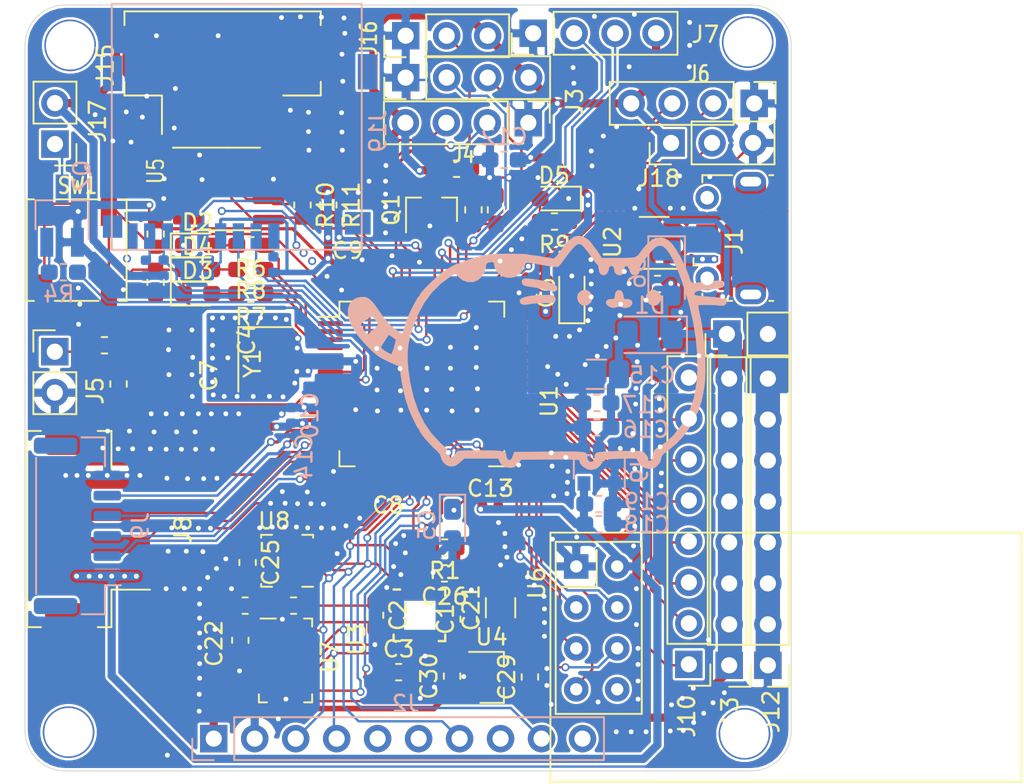
<source format=kicad_pcb>
(kicad_pcb (version 20171130) (host pcbnew "(5.1.6)-1")
  (layers (0 F.Cu signal) (31 B.Cu signal) (34 B.Paste user) (35 F.Paste user) (36 B.SilkS user) (37 F.SilkS user) (38 B.Mask user hide) (39 F.Mask user) (44 Edge.Cuts user))
  (net 0 "")
  (net 1 GND)
  (net 2 VCC)
  (net 3 "Net-(C3-Pad1)")
  (net 4 "Net-(C4-Pad1)")
  (net 5 VCAP_1)
  (net 6 VCAP_2)
  (net 7 "Net-(C7-Pad1)")
  (net 8 NRST)
  (net 9 "Net-(C15-Pad1)")
  (net 10 +5V)
  (net 11 "Net-(D2-Pad2)")
  (net 12 "Net-(D3-Pad2)")
  (net 13 "Net-(D4-Pad2)")
  (net 14 "Net-(D5-Pad2)")
  (net 15 /USB/D+)
  (net 16 "Net-(J1-Pad4)")
  (net 17 /USB/D-)
  (net 18 "Net-(J2-Pad10)")
  (net 19 IMU1_CS)
  (net 20 IMU_INT)
  (net 21 IMU_MISO)
  (net 22 "Net-(J2-Pad6)")
  (net 23 "Net-(J2-Pad5)")
  (net 24 IMU_MOSI)
  (net 25 IMU_CLK)
  (net 26 SBUS)
  (net 27 UART4_TX)
  (net 28 UART1_RX)
  (net 29 UART1_TX)
  (net 30 "Net-(J5-Pad1)")
  (net 31 SWCLK)
  (net 32 SWDIO)
  (net 33 UART5_RX)
  (net 34 UART5_TX)
  (net 35 I2C2-)
  (net 36 I2C2+)
  (net 37 UART2_RX)
  (net 38 UART2_TX)
  (net 39 TIM1_CH3)
  (net 40 TIM1_CH2)
  (net 41 TIM1_CH1)
  (net 42 TIM3_CH4)
  (net 43 TIM3_CH3)
  (net 44 TIM3_CH2)
  (net 45 TIM3_CH1)
  (net 46 SBUS_DEVICE)
  (net 47 "Net-(J17-Pad1)")
  (net 48 BOOT0)
  (net 49 "Net-(J19-Pad8)")
  (net 50 SD_MISO)
  (net 51 SD_CLK)
  (net 52 SD_MOSI)
  (net 53 SD_CS)
  (net 54 "Net-(J19-Pad1)")
  (net 55 "Net-(Q1-Pad2)")
  (net 56 "Net-(Q2-Pad2)")
  (net 57 IMU_CS)
  (net 58 ADC1)
  (net 59 Buzzer)
  (net 60 LED1)
  (net 61 LED2)
  (net 62 LED3)
  (net 63 I2C_SDA)
  (net 64 I2C_SCl)
  (net 65 "Net-(J19-Pad9)")
  (net 66 SPI2_SCL)
  (net 67 SPI2_NSS)
  (net 68 UART2_RTS)
  (net 69 UART2_CTS)
  (net 70 SPI2_MOSI)
  (net 71 SPI2_MISO)
  (net 72 OSC1-)
  (net 73 OSC1+)
  (net 74 "Net-(U1-Pad1)")
  (net 75 "Net-(U3-Pad21)")
  (net 76 "Net-(U3-Pad7)")
  (net 77 USB_D-)
  (net 78 "Net-(C25-Pad2)")
  (net 79 "Net-(C25-Pad1)")
  (net 80 "Net-(U8-Pad7)")
  (net 81 "Net-(U8-Pad6)")
  (net 82 IMU_CS2)
  (net 83 IMU_CS3)
  (net 84 "Net-(U1-Pad11)")
  (net 85 "Net-(U6-Pad8)")
  (net 86 SPI2_CE)
  (net 87 USB_D+)
  (net 88 +3.3VA)
  (net 89 "Net-(D6-Pad1)")
  (net 90 "Net-(J1-Pad6)")
  (net 91 "Net-(U1-Pad9)")
  (module Diode_SMD:D_1206_3216Metric (layer B.Cu) (at 144.775 99.125 270)
    (fp_text reference D6 (at 0 1.82 90) (layer B.SilkS) (effects (justify mirror)))
    (fp_text value DIODE)
    (pad 2 smd roundrect (at 1.4 0 270) (size 1.25 1.75) (layers B.Cu B.Paste B.Mask) (roundrect_rratio 0.2) (net 10 +5V))
    (pad 1 smd roundrect (at -1.4 0 270) (size 1.25 1.75) (layers B.Cu B.Paste B.Mask) (roundrect_rratio 0.2) (net 89 "Net-(D6-Pad1)"))
  )
  (module Diode_SMD:D_1206_3216Metric (layer B.Cu) (at 143.75 102.95 180)
    (fp_text reference D1 (at 0 1.82) (layer B.SilkS) (effects (justify mirror)))
    (fp_text value DIODE)
    (pad 2 smd roundrect (at 1.4 0 180) (size 1.25 1.75) (layers B.Cu B.Paste B.Mask) (roundrect_rratio 0.2) (net 9 "Net-(C15-Pad1)"))
    (pad 1 smd roundrect (at -1.4 0 180) (size 1.25 1.75) (layers B.Cu B.Paste B.Mask) (roundrect_rratio 0.2) (net 10 +5V))
  )
  (module Capacitor_Tantalum_SMD:CP_EIA-2012-15_AVX-P_Pad1.30x1.05mm_HandSolder (layer F.Cu) (at 138.9 100.35 90)
    (fp_text reference C6 (at 0 -1.58 90) (layer F.SilkS))
    (fp_text value CP)
    (pad 2 smd roundrect (at 0.975 0 90) (size 1.3 1.05) (layers F.Cu F.Paste F.Mask) (roundrect_rratio 0.238095) (net 1 GND))
    (pad 1 smd roundrect (at -0.975 0 90) (size 1.3 1.05) (layers F.Cu F.Paste F.Mask) (roundrect_rratio 0.238095) (net 6 VCAP_2))
  )
  (module Capacitor_Tantalum_SMD:CP_EIA-2012-15_AVX-P_Pad1.30x1.05mm_HandSolder (layer B.Cu) (at 131.5 114.75 270)
    (fp_text reference C5 (at 0 1.58 90) (layer B.SilkS) (effects (justify mirror)))
    (fp_text value CP)
    (pad 2 smd roundrect (at 0.975 0 270) (size 1.3 1.05) (layers B.Cu B.Paste B.Mask) (roundrect_rratio 0.238095) (net 1 GND))
    (pad 1 smd roundrect (at -0.975 0 270) (size 1.3 1.05) (layers B.Cu B.Paste B.Mask) (roundrect_rratio 0.238095) (net 5 VCAP_1))
  )
  (module Capacitor_SMD:C_0603_1608Metric_Pad1.05x0.95mm_HandSolder (layer F.Cu) (at 137.225 100.625 90)
    (fp_text reference C20 hide)
    (fp_text value 100n)
    (pad 2 smd roundrect (at 0.875 0 90) (size 1.05 0.95) (layers F.Cu F.Paste F.Mask) (net 1 GND))
    (pad 1 smd roundrect (at -0.875 0 90) (size 1.05 0.95) (layers F.Cu F.Paste F.Mask) (net 2 VCC))
  )
  (module Capacitor_SMD:C_0402_1005Metric (layer B.Cu) (at 121.5 107.95 90)
    (fp_text reference C10 (at 0 1.17 270) (layer B.SilkS) (effects (justify mirror)))
    (fp_text value 100n)
    (pad 2 smd roundrect (at 0.485 0 90) (size 0.59 0.64) (layers B.Cu B.Paste B.Mask) (net 1 GND))
    (pad 1 smd roundrect (at -0.485 0 90) (size 0.59 0.64) (layers B.Cu B.Paste B.Mask) (net 2 VCC))
  )
  (module Capacitor_SMD:C_0402_1005Metric (layer F.Cu) (at 133.85 113.65)
    (fp_text reference C13 (at 0 -1.17) (layer F.SilkS))
    (fp_text value 100n)
    (pad 2 smd roundrect (at 0.485 0) (size 0.59 0.64) (layers F.Cu F.Paste F.Mask) (net 1 GND))
    (pad 1 smd roundrect (at -0.485 0) (size 0.59 0.64) (layers F.Cu F.Paste F.Mask) (net 2 VCC))
  )
  (module Capacitor_SMD:C_0402_1005Metric (layer B.Cu) (at 122.25 107.95 90)
    (fp_text reference C14 (at -2.55 0.05 270) (layer B.SilkS) (effects (justify mirror)))
    (fp_text value 1u)
    (pad 2 smd roundrect (at 0.485 0 90) (size 0.59 0.64) (layers B.Cu B.Paste B.Mask) (net 1 GND))
    (pad 1 smd roundrect (at -0.485 0 90) (size 0.59 0.64) (layers B.Cu B.Paste B.Mask) (net 2 VCC))
  )
  (module Capacitor_SMD:C_0402_1005Metric (layer F.Cu) (at 125 98.9)
    (fp_text reference C9 (at 0 -1.17) (layer F.SilkS))
    (fp_text value 1u)
    (pad 2 smd roundrect (at 0.485 0) (size 0.59 0.64) (layers F.Cu F.Paste F.Mask) (net 1 GND))
    (pad 1 smd roundrect (at -0.485 0) (size 0.59 0.64) (layers F.Cu F.Paste F.Mask) (net 2 VCC))
  )
  (module Capacitor_SMD:C_0402_1005Metric (layer F.Cu) (at 125.35 113.35 180)
    (fp_text reference C8 (at -2.15 -0.175) (layer F.SilkS))
    (fp_text value 100n)
    (pad 2 smd roundrect (at 0.485 0 180) (size 0.59 0.64) (layers F.Cu F.Paste F.Mask) (net 1 GND))
    (pad 1 smd roundrect (at -0.485 0 180) (size 0.59 0.64) (layers F.Cu F.Paste F.Mask) (net 2 VCC))
  )
  (module Capacitor_SMD:C_0402_1005Metric (layer F.Cu) (at 117.725 125.66 90)
    (fp_text reference C31 hide)
    (fp_text value 100nF)
    (pad 2 smd roundrect (at 0.485 0 90) (size 0.59 0.64) (layers F.Cu F.Paste F.Mask) (net 1 GND))
    (pad 1 smd roundrect (at -0.485 0 90) (size 0.59 0.64) (layers F.Cu F.Paste F.Mask) (net 88 +3.3VA))
  )
  (module Capacitor_SMD:C_0402_1005Metric (layer F.Cu) (at 118.675 125.65 90)
    (fp_text reference C27 hide)
    (fp_text value 1uF)
    (pad 2 smd roundrect (at 0.485 0 90) (size 0.59 0.64) (layers F.Cu F.Paste F.Mask) (net 1 GND))
    (pad 1 smd roundrect (at -0.485 0 90) (size 0.59 0.64) (layers F.Cu F.Paste F.Mask) (net 88 +3.3VA))
  )
  (module Capacitor_SMD:C_1206_3216Metric (layer B.Cu) (at 140.425 105.4 180)
    (fp_text reference C15 (at -3.45 -0.05) (layer B.SilkS) (effects (justify mirror)))
    (fp_text value CP)
    (pad 2 smd roundrect (at 1.4 0 180) (size 1.25 1.75) (layers B.Cu B.Paste B.Mask) (roundrect_rratio 0.2) (net 1 GND))
    (pad 1 smd roundrect (at -1.4 0 180) (size 1.25 1.75) (layers B.Cu B.Paste B.Mask) (roundrect_rratio 0.2) (net 9 "Net-(C15-Pad1)"))
  )
  (module Package_TO_SOT_SMD:SOT-23 (layer B.Cu) (at 140.6 111.175 90)
    (fp_text reference U9 (at 0 2.5 90) (layer B.SilkS) (effects (justify mirror)))
    (fp_text value MCP1700-3302E_SOT23)
    (pad 3 smd rect (at 1 0 90) (size 0.9 0.8) (layers B.Cu B.Paste B.Mask) (net 9 "Net-(C15-Pad1)"))
    (pad 2 smd rect (at -1 -0.95 90) (size 0.9 0.8) (layers B.Cu B.Paste B.Mask) (net 2 VCC))
    (pad 1 smd rect (at -1 0.95 90) (size 0.9 0.8) (layers B.Cu B.Paste B.Mask) (net 1 GND))
  )
  (module Package_TO_SOT_SMD:SOT-23 (layer F.Cu) (at 133.925 124.2)
    (fp_text reference U4 (at 0 -2.5 180) (layer F.SilkS))
    (fp_text value MCP1700-3302E_SOT23)
    (pad 3 smd rect (at 1 0) (size 0.9 0.8) (layers F.Cu F.Paste F.Mask) (net 10 +5V))
    (pad 2 smd rect (at -1 0.95) (size 0.9 0.8) (layers F.Cu F.Paste F.Mask) (net 88 +3.3VA))
    (pad 1 smd rect (at -1 -0.95) (size 0.9 0.8) (layers F.Cu F.Paste F.Mask) (net 1 GND))
  )
  (module Capacitor_SMD:C_0603_1608Metric_Pad1.05x0.95mm_HandSolder (layer F.Cu) (at 131.475 124.125 90)
    (fp_text reference C30 (at 0 -1.43 90) (layer F.SilkS))
    (fp_text value 1uF)
    (pad 2 smd roundrect (at 0.875 0 90) (size 1.05 0.95) (layers F.Cu F.Paste F.Mask) (net 1 GND))
    (pad 1 smd roundrect (at -0.875 0 90) (size 1.05 0.95) (layers F.Cu F.Paste F.Mask) (net 88 +3.3VA))
  )
  (module Capacitor_SMD:C_0603_1608Metric_Pad1.05x0.95mm_HandSolder (layer F.Cu) (at 136.3 124.175 90)
    (fp_text reference C29 (at 0 -1.43 90) (layer F.SilkS))
    (fp_text value 1uF)
    (pad 2 smd roundrect (at 0.875 0 90) (size 1.05 0.95) (layers F.Cu F.Paste F.Mask) (net 1 GND))
    (pad 1 smd roundrect (at -0.875 0 90) (size 1.05 0.95) (layers F.Cu F.Paste F.Mask) (net 10 +5V))
  )
  (module drone_v3:SD_card_mua_duoc (layer B.Cu) (at 118 82.435)
    (fp_text reference J19 (at 8.875 7.89 90) (layer B.SilkS) (effects (justify mirror)))
    (fp_text value Micro_SD_Card)
    (pad 8 smd rect (at -5.27 14.4) (size 0.7 1.6) (layers B.Cu B.Paste B.Mask) (net 49 "Net-(J19-Pad8)"))
    (pad 7 smd rect (at -4.17 14.4) (size 0.7 1.6) (layers B.Cu B.Paste B.Mask) (net 50 SD_MISO))
    (pad 6 smd rect (at -3.07 14.4) (size 0.7 1.6) (layers B.Cu B.Paste B.Mask) (net 1 GND))
    (pad 5 smd rect (at -1.97 14.4) (size 0.7 1.6) (layers B.Cu B.Paste B.Mask) (net 51 SD_CLK))
    (pad 4 smd rect (at -0.87 14.4) (size 0.7 1.6) (layers B.Cu B.Paste B.Mask) (net 2 VCC))
    (pad 3 smd rect (at 0.23 14.4) (size 0.7 1.6) (layers B.Cu B.Paste B.Mask) (net 52 SD_MOSI))
    (pad 2 smd rect (at 1.33 14.4) (size 0.7 1.6) (layers B.Cu B.Paste B.Mask) (net 53 SD_CS))
    (pad 1 smd rect (at 2.43 14.4) (size 0.7 1.6) (layers B.Cu B.Paste B.Mask) (net 54 "Net-(J19-Pad1)"))
    (pad "" smd rect (at 7.63 13.6 270) (size 1.4 1.6) (layers B.Cu B.Paste B.Mask))
    (pad "" smd rect (at -7.57 4.3 270) (size 2.2 1.2) (layers B.Cu B.Paste B.Mask))
    (pad "" smd rect (at -7.57 13.8 270) (size 1.4 1.2) (layers B.Cu B.Paste B.Mask))
    (pad CD smd rect (at -6.37 14.4) (size 0.7 1.6) (layers B.Cu B.Paste B.Mask))
    (pad "" smd rect (at 8.23 4.2 270) (size 2.2 1.2) (layers B.Cu B.Paste B.Mask))
  )
  (module Capacitor_SMD:C_0603_1608Metric (layer F.Cu) (at 144.21 99.8 180)
    (fp_text reference C28 hide)
    (fp_text value C)
    (pad 2 smd roundrect (at 0.7875 0 180) (size 0.875 0.95) (layers F.Cu F.Paste F.Mask) (net 1 GND))
    (pad 1 smd roundrect (at -0.7875 0 180) (size 0.875 0.95) (layers F.Cu F.Paste F.Mask) (net 10 +5V))
  )
  (module RF_Module:nRF24L01_Breakout (layer F.Cu) (at 139.17 117.32)
    (fp_text reference U6 (at -2.445 1.03 90) (layer F.SilkS))
    (fp_text value NRF24L01_Breakout)
    (pad 8 thru_hole circle (at 2.54 7.62) (size 1.524 1.524) (drill 0.762) (layers *.Cu *.Mask) (net 85 "Net-(U6-Pad8)"))
    (pad 7 thru_hole circle (at 0 7.62) (size 1.524 1.524) (drill 0.762) (layers *.Cu *.Mask) (net 71 SPI2_MISO))
    (pad 6 thru_hole circle (at 2.54 5.08) (size 1.524 1.524) (drill 0.762) (layers *.Cu *.Mask) (net 70 SPI2_MOSI))
    (pad 5 thru_hole circle (at 0 5.08) (size 1.524 1.524) (drill 0.762) (layers *.Cu *.Mask) (net 66 SPI2_SCL))
    (pad 4 thru_hole circle (at 2.54 2.54) (size 1.524 1.524) (drill 0.762) (layers *.Cu *.Mask) (net 67 SPI2_NSS))
    (pad 3 thru_hole circle (at 0 2.54) (size 1.524 1.524) (drill 0.762) (layers *.Cu *.Mask) (net 86 SPI2_CE))
    (pad 2 thru_hole circle (at 2.54 0) (size 1.524 1.524) (drill 0.762) (layers *.Cu *.Mask) (net 2 VCC))
    (pad 1 thru_hole rect (at 0 0) (size 1.524 1.524) (drill 0.762) (layers *.Cu *.Mask) (net 1 GND))
  )
  (module Capacitor_SMD:C_1206_3216Metric (layer F.Cu) (at 134.48 119.88 90)
    (fp_text reference C21 (at 0 -1.82 90) (layer F.SilkS))
    (fp_text value CP)
    (pad 2 smd roundrect (at 1.4 0 90) (size 1.25 1.75) (layers F.Cu F.Paste F.Mask) (roundrect_rratio 0.2) (net 1 GND))
    (pad 1 smd roundrect (at -1.4 0 90) (size 1.25 1.75) (layers F.Cu F.Paste F.Mask) (roundrect_rratio 0.2) (net 88 +3.3VA))
  )
  (module Capacitor_SMD:C_0603_1608Metric (layer F.Cu) (at 118.8 117.075 270)
    (fp_text reference C25 (at 0 -1.43 90) (layer F.SilkS))
    (fp_text value C)
    (pad 2 smd roundrect (at 0.7875 0 270) (size 0.875 0.95) (layers F.Cu F.Paste F.Mask) (net 78 "Net-(C25-Pad2)"))
    (pad 1 smd roundrect (at -0.7875 0 270) (size 0.875 0.95) (layers F.Cu F.Paste F.Mask) (net 79 "Net-(C25-Pad1)"))
  )
  (module Connector_PinHeader_2.54mm:PinHeader_1x04_P2.54mm_Vertical (layer F.Cu) (at 136.5 84.25 90)
    (fp_text reference J7 (at -0.075 10.675) (layer F.SilkS))
    (fp_text value Conn_01x04_Male)
    (pad 4 thru_hole oval (at 0 7.62 90) (size 1.7 1.7) (drill 1) (layers *.Cu *.Mask) (net 2 VCC))
    (pad 3 thru_hole oval (at 0 5.08 90) (size 1.7 1.7) (drill 1) (layers *.Cu *.Mask) (net 33 UART5_RX))
    (pad 2 thru_hole oval (at 0 2.54 90) (size 1.7 1.7) (drill 1) (layers *.Cu *.Mask) (net 34 UART5_TX))
    (pad 1 thru_hole rect (at 0 0 90) (size 1.7 1.7) (drill 1) (layers *.Cu *.Mask) (net 1 GND))
  )
  (module drone_v3:pusheen (layer B.Cu) (at 136.75 104.025 180)
    (fp_text reference G*** hide)
    (fp_text value LOGO hide)
  )
  (module Connector_JST:JST_PH_B4B-PH-SM4-TB_1x04-1MP_P2.00mm_Vertical (layer F.Cu) (at 117.25 87.25)
    (fp_text reference J15 (at -7.275 -1.025 90) (layer F.SilkS))
    (fp_text value UART4_con)
    (pad MP smd roundrect (at 5.4 -1.75) (size 1.6 3) (layers F.Cu F.Paste F.Mask) (roundrect_rratio 0.15625))
    (pad MP smd roundrect (at -5.4 -1.75) (size 1.6 3) (layers F.Cu F.Paste F.Mask) (roundrect_rratio 0.15625))
    (pad 4 smd roundrect (at 3 0.5) (size 1 5.5) (layers F.Cu F.Paste F.Mask) (net 2 VCC))
    (pad 3 smd roundrect (at 1 0.5) (size 1 5.5) (layers F.Cu F.Paste F.Mask) (net 64 I2C_SCl))
    (pad 2 smd roundrect (at -1 0.5) (size 1 5.5) (layers F.Cu F.Paste F.Mask) (net 63 I2C_SDA))
    (pad 1 smd roundrect (at -3 0.5) (size 1 5.5) (layers F.Cu F.Paste F.Mask) (net 1 GND))
  )
  (module Connector_JST:JST_PH_B4B-PH-SM4-TB_1x04-1MP_P2.00mm_Vertical (layer F.Cu) (at 109.5 115 90)
    (fp_text reference J8 (at -0.05 5.3 90) (layer F.SilkS))
    (fp_text value UART4_con)
    (pad MP smd roundrect (at 5.4 -1.75 90) (size 1.6 3) (layers F.Cu F.Paste F.Mask) (roundrect_rratio 0.15625))
    (pad MP smd roundrect (at -5.4 -1.75 90) (size 1.6 3) (layers F.Cu F.Paste F.Mask) (roundrect_rratio 0.15625))
    (pad 4 smd roundrect (at 3 0.5 90) (size 1 5.5) (layers F.Cu F.Paste F.Mask) (net 1 GND))
    (pad 3 smd roundrect (at 1 0.5 90) (size 1 5.5) (layers F.Cu F.Paste F.Mask) (net 35 I2C2-))
    (pad 2 smd roundrect (at -1 0.5 90) (size 1 5.5) (layers F.Cu F.Paste F.Mask) (net 36 I2C2+))
    (pad 1 smd roundrect (at -3 0.5 90) (size 1 5.5) (layers F.Cu F.Paste F.Mask) (net 2 VCC))
  )
  (module Capacitor_SMD:C_0603_1608Metric (layer F.Cu) (at 131 117.75 180)
    (fp_text reference C26 (at 0 -1.43) (layer F.SilkS))
    (fp_text value C)
    (pad 2 smd roundrect (at 0.7875 0 180) (size 0.875 0.95) (layers F.Cu F.Paste F.Mask) (net 1 GND))
    (pad 1 smd roundrect (at -0.7875 0 180) (size 0.875 0.95) (layers F.Cu F.Paste F.Mask) (net 88 +3.3VA))
  )
  (module Package_LGA:LGA-16_3x3mm_P0.5mm_LayoutBorder3x5y (layer F.Cu) (at 121.25 116.97 180)
    (fp_text reference U8 (at 0.8 2.47) (layer F.SilkS))
    (fp_text value ICM-20602)
    (pad 16 smd roundrect (at -0.5 -1.225 180) (size 0.35 0.55) (layers F.Cu F.Paste F.Mask) (net 88 +3.3VA))
    (pad 15 smd roundrect (at 0 -1.225 180) (size 0.35 0.55) (layers F.Cu F.Paste F.Mask) (net 78 "Net-(C25-Pad2)"))
    (pad 14 smd roundrect (at 0.5 -1.225 180) (size 0.35 0.55) (layers F.Cu F.Paste F.Mask) (net 79 "Net-(C25-Pad1)"))
    (pad 13 smd roundrect (at 1.225 -1 180) (size 0.55 0.35) (layers F.Cu F.Paste F.Mask) (net 78 "Net-(C25-Pad2)"))
    (pad 12 smd roundrect (at 1.225 -0.5 180) (size 0.55 0.35) (layers F.Cu F.Paste F.Mask) (net 78 "Net-(C25-Pad2)"))
    (pad 11 smd roundrect (at 1.225 0 180) (size 0.55 0.35) (layers F.Cu F.Paste F.Mask) (net 78 "Net-(C25-Pad2)"))
    (pad 10 smd roundrect (at 1.225 0.5 180) (size 0.55 0.35) (layers F.Cu F.Paste F.Mask) (net 78 "Net-(C25-Pad2)"))
    (pad 9 smd roundrect (at 1.225 1 180) (size 0.55 0.35) (layers F.Cu F.Paste F.Mask) (net 78 "Net-(C25-Pad2)"))
    (pad 8 smd roundrect (at 0.5 1.225 180) (size 0.35 0.55) (layers F.Cu F.Paste F.Mask) (net 79 "Net-(C25-Pad1)"))
    (pad 7 smd roundrect (at 0 1.225 180) (size 0.35 0.55) (layers F.Cu F.Paste F.Mask) (net 80 "Net-(U8-Pad7)"))
    (pad 6 smd roundrect (at -0.5 1.225 180) (size 0.35 0.55) (layers F.Cu F.Paste F.Mask) (net 81 "Net-(U8-Pad6)"))
    (pad 5 smd roundrect (at -1.225 1 180) (size 0.55 0.35) (layers F.Cu F.Paste F.Mask) (net 82 IMU_CS2))
    (pad 4 smd roundrect (at -1.225 0.5 180) (size 0.55 0.35) (layers F.Cu F.Paste F.Mask) (net 21 IMU_MISO))
    (pad 3 smd roundrect (at -1.225 0 180) (size 0.55 0.35) (layers F.Cu F.Paste F.Mask) (net 24 IMU_MOSI))
    (pad 2 smd roundrect (at -1.225 -0.5 180) (size 0.55 0.35) (layers F.Cu F.Paste F.Mask) (net 25 IMU_CLK))
    (pad 1 smd roundrect (at -1.225 -1 180) (size 0.55 0.35) (layers F.Cu F.Paste F.Mask) (net 88 +3.3VA))
  )
  (module Capacitor_SMD:C_0603_1608Metric (layer F.Cu) (at 118.65 119.75 180)
    (fp_text reference C24 hide)
    (fp_text value C)
    (pad 2 smd roundrect (at 0.7875 0 180) (size 0.875 0.95) (layers F.Cu F.Paste F.Mask) (net 1 GND))
    (pad 1 smd roundrect (at -0.7875 0 180) (size 0.875 0.95) (layers F.Cu F.Paste F.Mask) (net 88 +3.3VA))
  )
  (module Capacitor_SMD:C_0603_1608Metric (layer F.Cu) (at 121.65 119.75 180)
    (fp_text reference C23 hide)
    (fp_text value C)
    (pad 2 smd roundrect (at 0.7875 0 180) (size 0.875 0.95) (layers F.Cu F.Paste F.Mask) (net 1 GND))
    (pad 1 smd roundrect (at -0.7875 0 180) (size 0.875 0.95) (layers F.Cu F.Paste F.Mask) (net 88 +3.3VA))
  )
  (module Package_LGA:LGA-8_3x5mm_P1.25mm (layer F.Cu) (at 121.15 123.15)
    (fp_text reference U7 (at 2.725 -0.2 90) (layer F.SilkS))
    (fp_text value MS5611-01BA)
    (pad 5 smd rect (at 1.075 1.875) (size 0.95 0.55) (layers F.Cu F.Paste F.Mask) (net 83 IMU_CS3))
    (pad 6 smd rect (at 1.075 0.625) (size 0.95 0.55) (layers F.Cu F.Paste F.Mask) (net 24 IMU_MOSI))
    (pad 7 smd rect (at 1.075 -0.625) (size 0.95 0.55) (layers F.Cu F.Paste F.Mask) (net 21 IMU_MISO))
    (pad 8 smd rect (at 1.075 -1.875) (size 0.95 0.55) (layers F.Cu F.Paste F.Mask) (net 25 IMU_CLK))
    (pad 3 smd rect (at -1.075 0.625) (size 0.95 0.55) (layers F.Cu F.Paste F.Mask) (net 1 GND))
    (pad 2 smd rect (at -1.075 -0.625) (size 0.95 0.55) (layers F.Cu F.Paste F.Mask) (net 1 GND))
    (pad 1 smd rect (at -1.075 -1.875) (size 0.95 0.55) (layers F.Cu F.Paste F.Mask) (net 88 +3.3VA))
    (pad 4 smd rect (at -1.075 1.875) (size 0.95 0.55) (layers F.Cu F.Paste F.Mask) (net 83 IMU_CS3))
  )
  (module Capacitor_SMD:C_0603_1608Metric (layer F.Cu) (at 118.35 121.9 270)
    (fp_text reference C22 (at 0.2 1.625 90) (layer F.SilkS))
    (fp_text value C)
    (pad 2 smd roundrect (at 0.7875 0 270) (size 0.875 0.95) (layers F.Cu F.Paste F.Mask) (net 1 GND))
    (pad 1 smd roundrect (at -0.7875 0 270) (size 0.875 0.95) (layers F.Cu F.Paste F.Mask) (net 88 +3.3VA))
  )
  (module Package_SO:SOIC-8-1EP_3.9x4.9mm_P1.27mm_EP2.41x3.81mm (layer F.Cu) (at 117.625 93.905)
    (fp_text reference U5 (at -4.525 -1.105 90) (layer F.SilkS) (effects (font (size 1 0.8) (thickness 0.125))))
    (fp_text value 24LC512)
    (pad 8 smd roundrect (at 2.475 -1.905) (size 1.95 0.6) (layers F.Cu F.Paste F.Mask) (net 2 VCC))
    (pad 7 smd roundrect (at 2.475 -0.635) (size 1.95 0.6) (layers F.Cu F.Paste F.Mask) (net 1 GND))
    (pad 6 smd roundrect (at 2.475 0.635) (size 1.95 0.6) (layers F.Cu F.Paste F.Mask) (net 64 I2C_SCl))
    (pad 5 smd roundrect (at 2.475 1.905) (size 1.95 0.6) (layers F.Cu F.Paste F.Mask) (net 63 I2C_SDA))
    (pad 4 smd roundrect (at -2.475 1.905) (size 1.95 0.6) (layers F.Cu F.Paste F.Mask) (net 1 GND))
    (pad 3 smd roundrect (at -2.475 0.635) (size 1.95 0.6) (layers F.Cu F.Paste F.Mask) (net 1 GND))
    (pad 2 smd roundrect (at -2.475 -0.635) (size 1.95 0.6) (layers F.Cu F.Paste F.Mask) (net 1 GND))
    (pad 1 smd roundrect (at -2.475 -1.905) (size 1.95 0.6) (layers F.Cu F.Paste F.Mask) (net 1 GND))
  )
  (module Capacitor_SMD:C_0603_1608Metric (layer F.Cu) (at 126.7 120.35 270)
    (fp_text reference C2 (at 0 -1.43 90) (layer F.SilkS))
    (fp_text value 0.1uF)
    (pad 2 smd roundrect (at 0.7875 0 270) (size 0.875 0.95) (layers F.Cu F.Paste F.Mask) (net 1 GND))
    (pad 1 smd roundrect (at -0.7875 0 270) (size 0.875 0.95) (layers F.Cu F.Paste F.Mask) (net 88 +3.3VA))
  )
  (module Capacitor_SMD:C_0603_1608Metric (layer F.Cu) (at 132.5 120.5875 90)
    (fp_text reference C1 (at 0 -1.43 90) (layer F.SilkS))
    (fp_text value 0.1uF)
    (pad 2 smd roundrect (at 0.7875 0 90) (size 0.875 0.95) (layers F.Cu F.Paste F.Mask) (net 1 GND))
    (pad 1 smd roundrect (at -0.7875 0 90) (size 0.875 0.95) (layers F.Cu F.Paste F.Mask) (net 88 +3.3VA))
  )
  (module Connector_JST:JST_GH_SM06B-GHS-TB_1x06-1MP_P1.25mm_Horizontal (layer B.Cu) (at 108.25 114.8 90)
    (fp_text reference J9 (at 0 3.9 -90) (layer B.SilkS) (effects (justify mirror)))
    (fp_text value Conn_01x06_Male)
    (pad MP smd roundrect (at 4.975 -1.35 90) (size 1 2.7) (layers B.Cu B.Paste B.Mask))
    (pad MP smd roundrect (at -4.975 -1.35 90) (size 1 2.7) (layers B.Cu B.Paste B.Mask))
    (pad 6 smd roundrect (at 3.125 1.85 90) (size 0.6 1.7) (layers B.Cu B.Paste B.Mask) (net 1 GND))
    (pad 5 smd roundrect (at 1.875 1.85 90) (size 0.6 1.7) (layers B.Cu B.Paste B.Mask) (net 69 UART2_CTS))
    (pad 4 smd roundrect (at 0.625 1.85 90) (size 0.6 1.7) (layers B.Cu B.Paste B.Mask) (net 68 UART2_RTS))
    (pad 3 smd roundrect (at -0.625 1.85 90) (size 0.6 1.7) (layers B.Cu B.Paste B.Mask) (net 38 UART2_TX))
    (pad 2 smd roundrect (at -1.875 1.85 90) (size 0.6 1.7) (layers B.Cu B.Paste B.Mask) (net 37 UART2_RX))
    (pad 1 smd roundrect (at -3.125 1.85 90) (size 0.6 1.7) (layers B.Cu B.Paste B.Mask) (net 2 VCC))
  )
  (module Capacitor_SMD:C_0402_1005Metric (layer F.Cu) (at 117.575 105.49 90)
    (fp_text reference C7 (at 0 -1.17 90) (layer F.SilkS))
    (fp_text value 22p)
    (pad 2 smd roundrect (at 0.485 0 90) (size 0.59 0.64) (layers F.Cu F.Paste F.Mask) (net 1 GND))
    (pad 1 smd roundrect (at -0.485 0 90) (size 0.59 0.64) (layers F.Cu F.Paste F.Mask) (net 7 "Net-(C7-Pad1)"))
  )
  (module Capacitor_SMD:C_0402_1005Metric (layer F.Cu) (at 117.575 103.26 270)
    (fp_text reference C4 (at 0 -1.17 90) (layer F.SilkS))
    (fp_text value 22p)
    (pad 2 smd roundrect (at 0.485 0 270) (size 0.59 0.64) (layers F.Cu F.Paste F.Mask) (net 1 GND))
    (pad 1 smd roundrect (at -0.485 0 270) (size 0.59 0.64) (layers F.Cu F.Paste F.Mask) (net 4 "Net-(C4-Pad1)"))
  )
  (module Resistor_SMD:R_0603_1608Metric_Pad1.05x0.95mm_HandSolder (layer F.Cu) (at 132.8 95.2 270)
    (fp_text reference Rc_sbus1 hide)
    (fp_text value 50k)
    (pad 2 smd roundrect (at 0.875 0 270) (size 1.05 0.95) (layers F.Cu F.Paste F.Mask) (net 26 SBUS))
    (pad 1 smd roundrect (at -0.875 0 270) (size 1.05 0.95) (layers F.Cu F.Paste F.Mask) (net 1 GND))
  )
  (module Resistor_SMD:R_0603_1608Metric_Pad1.05x0.95mm_HandSolder (layer F.Cu) (at 134.2 95.2 270)
    (fp_text reference Rb_sbus1 hide)
    (fp_text value 330R)
    (pad 2 smd roundrect (at 0.875 0 270) (size 1.05 0.95) (layers F.Cu F.Paste F.Mask) (net 26 SBUS))
    (pad 1 smd roundrect (at -0.875 0 270) (size 1.05 0.95) (layers F.Cu F.Paste F.Mask) (net 55 "Net-(Q1-Pad2)"))
  )
  (module Connector_PinHeader_2.54mm:PinHeader_1x04_P2.54mm_Vertical (layer F.Cu) (at 128.6 87 90)
    (fp_text reference J3 (at -1.5 10.475 90) (layer F.SilkS))
    (fp_text value UART4_con)
    (pad 4 thru_hole oval (at 0 7.62 90) (size 1.7 1.7) (drill 1) (layers *.Cu *.Mask) (net 2 VCC))
    (pad 3 thru_hole oval (at 0 5.08 90) (size 1.7 1.7) (drill 1) (layers *.Cu *.Mask) (net 26 SBUS))
    (pad 2 thru_hole oval (at 0 2.54 90) (size 1.7 1.7) (drill 1) (layers *.Cu *.Mask) (net 27 UART4_TX))
    (pad 1 thru_hole rect (at 0 0 90) (size 1.7 1.7) (drill 1) (layers *.Cu *.Mask) (net 1 GND))
  )
  (module Connector_PinHeader_2.54mm:PinHeader_1x03_P2.54mm_Vertical (layer F.Cu) (at 128.6 84.4 90)
    (fp_text reference J16 (at -0.15 -2.3 90) (layer F.SilkS) (effects (font (size 1 0.8))))
    (fp_text value Conn_01x03_Male)
    (pad 3 thru_hole oval (at 0 5.08 90) (size 1.7 1.7) (drill 1) (layers *.Cu *.Mask) (net 2 VCC))
    (pad 2 thru_hole oval (at 0 2.54 90) (size 1.7 1.7) (drill 1) (layers *.Cu *.Mask) (net 46 SBUS_DEVICE))
    (pad 1 thru_hole rect (at 0 0 90) (size 1.7 1.7) (drill 1) (layers *.Cu *.Mask) (net 1 GND))
  )
  (module Connector_PinHeader_2.54mm:PinHeader_1x04_P2.54mm_Vertical (layer F.Cu) (at 136.2 89.8 270)
    (fp_text reference J4 (at 1.975 4 180) (layer F.SilkS) (effects (font (size 1 0.8))))
    (fp_text value Conn_01x04_Male)
    (pad 4 thru_hole oval (at 0 7.62 270) (size 1.7 1.7) (drill 1) (layers *.Cu *.Mask) (net 2 VCC))
    (pad 3 thru_hole oval (at 0 5.08 270) (size 1.7 1.7) (drill 1) (layers *.Cu *.Mask) (net 28 UART1_RX))
    (pad 2 thru_hole oval (at 0 2.54 270) (size 1.7 1.7) (drill 1) (layers *.Cu *.Mask) (net 29 UART1_TX))
    (pad 1 thru_hole rect (at 0 0 270) (size 1.7 1.7) (drill 1) (layers *.Cu *.Mask) (net 1 GND))
  )
  (module Resistor_SMD:R_0603_1608Metric (layer F.Cu) (at 123.8 94.9 270)
    (fp_text reference R11 (at 0 -1.43 90) (layer F.SilkS))
    (fp_text value R)
    (pad 2 smd roundrect (at 0.7875 0 270) (size 0.875 0.95) (layers F.Cu F.Paste F.Mask) (net 64 I2C_SCl))
    (pad 1 smd roundrect (at -0.7875 0 270) (size 0.875 0.95) (layers F.Cu F.Paste F.Mask) (net 2 VCC))
  )
  (module Resistor_SMD:R_0603_1608Metric (layer F.Cu) (at 122.2 94.9 270)
    (fp_text reference R10 (at 0 -1.43 90) (layer F.SilkS))
    (fp_text value R)
    (pad 2 smd roundrect (at 0.7875 0 270) (size 0.875 0.95) (layers F.Cu F.Paste F.Mask) (net 63 I2C_SDA))
    (pad 1 smd roundrect (at -0.7875 0 270) (size 0.875 0.95) (layers F.Cu F.Paste F.Mask) (net 2 VCC))
  )
  (module Capacitor_SMD:C_0603_1608Metric (layer F.Cu) (at 128.1625 123.875)
    (fp_text reference C3 (at 0 -1.43) (layer F.SilkS))
    (fp_text value 0.1uF)
    (pad 2 smd roundrect (at 0.7875 0) (size 0.875 0.95) (layers F.Cu F.Paste F.Mask) (net 1 GND))
    (pad 1 smd roundrect (at -0.7875 0) (size 0.875 0.95) (layers F.Cu F.Paste F.Mask) (net 3 "Net-(C3-Pad1)"))
  )
  (module Sensor_Motion:InvenSense_QFN-24_3x3mm_P0.4mm (layer F.Cu) (at 129.45 120.35)
    (fp_text reference U3 (at -3.875 1.5 270) (layer F.SilkS))
    (fp_text value MPU-9250)
    (pad 24 smd roundrect (at -1 -1.5 90) (size 0.55 0.2) (layers F.Cu F.Paste F.Mask) (net 21 IMU_MISO))
    (pad 23 smd roundrect (at -0.6 -1.5 90) (size 0.55 0.2) (layers F.Cu F.Paste F.Mask) (net 25 IMU_CLK))
    (pad 22 smd roundrect (at -0.2 -1.5 90) (size 0.55 0.2) (layers F.Cu F.Paste F.Mask) (net 57 IMU_CS))
    (pad 21 smd roundrect (at 0.2 -1.5 90) (size 0.55 0.2) (layers F.Cu F.Paste F.Mask) (net 75 "Net-(U3-Pad21)"))
    (pad 20 smd roundrect (at 0.6 -1.5 90) (size 0.55 0.2) (layers F.Cu F.Paste F.Mask) (net 1 GND))
    (pad 19 smd roundrect (at 1 -1.5 90) (size 0.55 0.2) (layers F.Cu F.Paste F.Mask))
    (pad 18 smd roundrect (at 1.5 -1) (size 0.55 0.2) (layers F.Cu F.Paste F.Mask) (net 1 GND))
    (pad 17 smd roundrect (at 1.5 -0.6) (size 0.55 0.2) (layers F.Cu F.Paste F.Mask))
    (pad 16 smd roundrect (at 1.5 -0.2) (size 0.55 0.2) (layers F.Cu F.Paste F.Mask))
    (pad 15 smd roundrect (at 1.5 0.2) (size 0.55 0.2) (layers F.Cu F.Paste F.Mask))
    (pad 14 smd roundrect (at 1.5 0.6) (size 0.55 0.2) (layers F.Cu F.Paste F.Mask))
    (pad 13 smd roundrect (at 1.5 1) (size 0.55 0.2) (layers F.Cu F.Paste F.Mask) (net 88 +3.3VA))
    (pad 12 smd roundrect (at 1 1.5 90) (size 0.55 0.2) (layers F.Cu F.Paste F.Mask) (net 20 IMU_INT))
    (pad 11 smd roundrect (at 0.6 1.5 90) (size 0.55 0.2) (layers F.Cu F.Paste F.Mask) (net 1 GND))
    (pad 10 smd roundrect (at 0.2 1.5 90) (size 0.55 0.2) (layers F.Cu F.Paste F.Mask) (net 3 "Net-(C3-Pad1)"))
    (pad 9 smd roundrect (at -0.2 1.5 90) (size 0.55 0.2) (layers F.Cu F.Paste F.Mask) (net 24 IMU_MOSI))
    (pad 8 smd roundrect (at -0.6 1.5 90) (size 0.55 0.2) (layers F.Cu F.Paste F.Mask) (net 88 +3.3VA))
    (pad 7 smd roundrect (at -1 1.5 90) (size 0.55 0.2) (layers F.Cu F.Paste F.Mask) (net 76 "Net-(U3-Pad7)"))
    (pad 6 smd roundrect (at -1.5 1) (size 0.55 0.2) (layers F.Cu F.Paste F.Mask))
    (pad 5 smd roundrect (at -1.5 0.6) (size 0.55 0.2) (layers F.Cu F.Paste F.Mask))
    (pad 4 smd roundrect (at -1.5 0.2) (size 0.55 0.2) (layers F.Cu F.Paste F.Mask))
    (pad 3 smd roundrect (at -1.5 -0.2) (size 0.55 0.2) (layers F.Cu F.Paste F.Mask))
    (pad 2 smd roundrect (at -1.5 -0.6) (size 0.55 0.2) (layers F.Cu F.Paste F.Mask))
    (pad 1 smd roundrect (at -1.5 -1) (size 0.55 0.2) (layers F.Cu F.Paste F.Mask) (net 88 +3.3VA))
  )
  (module Crystal:Crystal_SMD_3225-4Pin_3.2x2.5mm (layer F.Cu) (at 119.875 104.475 270)
    (fp_text reference Y1 (at 0.25 0.775 90) (layer F.SilkS))
    (fp_text value Crystal_GND24)
    (pad 4 smd rect (at -1.1 -0.85 270) (size 1.4 1.2) (layers F.Cu F.Paste F.Mask) (net 4 "Net-(C4-Pad1)"))
    (pad 3 smd rect (at 1.1 -0.85 270) (size 1.4 1.2) (layers F.Cu F.Paste F.Mask) (net 72 OSC1-))
    (pad 2 smd rect (at 1.1 0.85 270) (size 1.4 1.2) (layers F.Cu F.Paste F.Mask) (net 7 "Net-(C7-Pad1)"))
    (pad 1 smd rect (at -1.1 0.85 270) (size 1.4 1.2) (layers F.Cu F.Paste F.Mask) (net 73 OSC1+))
  )
  (module Package_TO_SOT_SMD:SOT-23-6 (layer F.Cu) (at 144 97.25 180)
    (fp_text reference U2 (at 2.575 0.05 90) (layer F.SilkS))
    (fp_text value USBLC6-2SC6)
    (pad 5 smd rect (at 1.1 0 180) (size 1.06 0.65) (layers F.Cu F.Paste F.Mask) (net 10 +5V))
    (pad 6 smd rect (at 1.1 -0.95 180) (size 1.06 0.65) (layers F.Cu F.Paste F.Mask) (net 87 USB_D+))
    (pad 4 smd rect (at 1.1 0.95 180) (size 1.06 0.65) (layers F.Cu F.Paste F.Mask) (net 77 USB_D-))
    (pad 3 smd rect (at -1.1 0.95 180) (size 1.06 0.65) (layers F.Cu F.Paste F.Mask) (net 15 /USB/D+))
    (pad 2 smd rect (at -1.1 0 180) (size 1.06 0.65) (layers F.Cu F.Paste F.Mask) (net 1 GND))
    (pad 1 smd rect (at -1.1 -0.95 180) (size 1.06 0.65) (layers F.Cu F.Paste F.Mask) (net 17 /USB/D-))
  )
  (module Package_QFP:LQFP-64_10x10mm_P0.5mm (layer F.Cu) (at 129.6 106)
    (fp_text reference U1 (at 7.9 1.075 90) (layer F.SilkS))
    (fp_text value STM32F405RGTx)
    (pad 64 smd roundrect (at -3.75 -5.675) (size 0.3 1.55) (layers F.Cu F.Paste F.Mask) (net 2 VCC))
    (pad 63 smd roundrect (at -3.25 -5.675) (size 0.3 1.55) (layers F.Cu F.Paste F.Mask) (net 1 GND))
    (pad 62 smd roundrect (at -2.75 -5.675) (size 0.3 1.55) (layers F.Cu F.Paste F.Mask) (net 63 I2C_SDA))
    (pad 61 smd roundrect (at -2.25 -5.675) (size 0.3 1.55) (layers F.Cu F.Paste F.Mask) (net 64 I2C_SCl))
    (pad 60 smd roundrect (at -1.75 -5.675) (size 0.3 1.55) (layers F.Cu F.Paste F.Mask) (net 48 BOOT0))
    (pad 59 smd roundrect (at -1.25 -5.675) (size 0.3 1.55) (layers F.Cu F.Paste F.Mask) (net 28 UART1_RX))
    (pad 58 smd roundrect (at -0.75 -5.675) (size 0.3 1.55) (layers F.Cu F.Paste F.Mask) (net 29 UART1_TX))
    (pad 57 smd roundrect (at -0.25 -5.675) (size 0.3 1.55) (layers F.Cu F.Paste F.Mask) (net 52 SD_MOSI))
    (pad 56 smd roundrect (at 0.25 -5.675) (size 0.3 1.55) (layers F.Cu F.Paste F.Mask) (net 50 SD_MISO))
    (pad 55 smd roundrect (at 0.75 -5.675) (size 0.3 1.55) (layers F.Cu F.Paste F.Mask) (net 51 SD_CLK))
    (pad 54 smd roundrect (at 1.25 -5.675) (size 0.3 1.55) (layers F.Cu F.Paste F.Mask) (net 33 UART5_RX))
    (pad 53 smd roundrect (at 1.75 -5.675) (size 0.3 1.55) (layers F.Cu F.Paste F.Mask) (net 34 UART5_TX))
    (pad 52 smd roundrect (at 2.25 -5.675) (size 0.3 1.55) (layers F.Cu F.Paste F.Mask) (net 26 SBUS))
    (pad 51 smd roundrect (at 2.75 -5.675) (size 0.3 1.55) (layers F.Cu F.Paste F.Mask) (net 27 UART4_TX))
    (pad 50 smd roundrect (at 3.25 -5.675) (size 0.3 1.55) (layers F.Cu F.Paste F.Mask) (net 53 SD_CS))
    (pad 49 smd roundrect (at 3.75 -5.675) (size 0.3 1.55) (layers F.Cu F.Paste F.Mask) (net 31 SWCLK))
    (pad 48 smd roundrect (at 5.675 -3.75) (size 1.55 0.3) (layers F.Cu F.Paste F.Mask) (net 2 VCC))
    (pad 47 smd roundrect (at 5.675 -3.25) (size 1.55 0.3) (layers F.Cu F.Paste F.Mask) (net 6 VCAP_2))
    (pad 46 smd roundrect (at 5.675 -2.75) (size 1.55 0.3) (layers F.Cu F.Paste F.Mask) (net 32 SWDIO))
    (pad 45 smd roundrect (at 5.675 -2.25) (size 1.55 0.3) (layers F.Cu F.Paste F.Mask) (net 77 USB_D-))
    (pad 44 smd roundrect (at 5.675 -1.75) (size 1.55 0.3) (layers F.Cu F.Paste F.Mask) (net 87 USB_D+))
    (pad 43 smd roundrect (at 5.675 -1.25) (size 1.55 0.3) (layers F.Cu F.Paste F.Mask) (net 39 TIM1_CH3))
    (pad 42 smd roundrect (at 5.675 -0.75) (size 1.55 0.3) (layers F.Cu F.Paste F.Mask) (net 40 TIM1_CH2))
    (pad 41 smd roundrect (at 5.675 -0.25) (size 1.55 0.3) (layers F.Cu F.Paste F.Mask) (net 41 TIM1_CH1))
    (pad 40 smd roundrect (at 5.675 0.25) (size 1.55 0.3) (layers F.Cu F.Paste F.Mask) (net 42 TIM3_CH4))
    (pad 39 smd roundrect (at 5.675 0.75) (size 1.55 0.3) (layers F.Cu F.Paste F.Mask) (net 43 TIM3_CH3))
    (pad 38 smd roundrect (at 5.675 1.25) (size 1.55 0.3) (layers F.Cu F.Paste F.Mask) (net 44 TIM3_CH2))
    (pad 37 smd roundrect (at 5.675 1.75) (size 1.55 0.3) (layers F.Cu F.Paste F.Mask) (net 45 TIM3_CH1))
    (pad 36 smd roundrect (at 5.675 2.25) (size 1.55 0.3) (layers F.Cu F.Paste F.Mask) (net 70 SPI2_MOSI))
    (pad 35 smd roundrect (at 5.675 2.75) (size 1.55 0.3) (layers F.Cu F.Paste F.Mask) (net 71 SPI2_MISO))
    (pad 34 smd roundrect (at 5.675 3.25) (size 1.55 0.3) (layers F.Cu F.Paste F.Mask) (net 66 SPI2_SCL))
    (pad 33 smd roundrect (at 5.675 3.75) (size 1.55 0.3) (layers F.Cu F.Paste F.Mask) (net 67 SPI2_NSS))
    (pad 32 smd roundrect (at 3.75 5.675) (size 0.3 1.55) (layers F.Cu F.Paste F.Mask) (net 2 VCC))
    (pad 31 smd roundrect (at 3.25 5.675) (size 0.3 1.55) (layers F.Cu F.Paste F.Mask) (net 5 VCAP_1))
    (pad 30 smd roundrect (at 2.75 5.675) (size 0.3 1.55) (layers F.Cu F.Paste F.Mask) (net 35 I2C2-))
    (pad 29 smd roundrect (at 2.25 5.675) (size 0.3 1.55) (layers F.Cu F.Paste F.Mask) (net 36 I2C2+))
    (pad 28 smd roundrect (at 1.75 5.675) (size 0.3 1.55) (layers F.Cu F.Paste F.Mask) (net 86 SPI2_CE))
    (pad 27 smd roundrect (at 1.25 5.675) (size 0.3 1.55) (layers F.Cu F.Paste F.Mask) (net 20 IMU_INT))
    (pad 26 smd roundrect (at 0.75 5.675) (size 0.3 1.55) (layers F.Cu F.Paste F.Mask) (net 83 IMU_CS3))
    (pad 25 smd roundrect (at 0.25 5.675) (size 0.3 1.55) (layers F.Cu F.Paste F.Mask) (net 19 IMU1_CS))
    (pad 24 smd roundrect (at -0.25 5.675) (size 0.3 1.55) (layers F.Cu F.Paste F.Mask) (net 57 IMU_CS))
    (pad 23 smd roundrect (at -0.75 5.675) (size 0.3 1.55) (layers F.Cu F.Paste F.Mask) (net 24 IMU_MOSI))
    (pad 22 smd roundrect (at -1.25 5.675) (size 0.3 1.55) (layers F.Cu F.Paste F.Mask) (net 21 IMU_MISO))
    (pad 21 smd roundrect (at -1.75 5.675) (size 0.3 1.55) (layers F.Cu F.Paste F.Mask) (net 25 IMU_CLK))
    (pad 20 smd roundrect (at -2.25 5.675) (size 0.3 1.55) (layers F.Cu F.Paste F.Mask) (net 82 IMU_CS2))
    (pad 19 smd roundrect (at -2.75 5.675) (size 0.3 1.55) (layers F.Cu F.Paste F.Mask) (net 2 VCC))
    (pad 18 smd roundrect (at -3.25 5.675) (size 0.3 1.55) (layers F.Cu F.Paste F.Mask) (net 1 GND))
    (pad 17 smd roundrect (at -3.75 5.675) (size 0.3 1.55) (layers F.Cu F.Paste F.Mask) (net 37 UART2_RX))
    (pad 16 smd roundrect (at -5.675 3.75) (size 1.55 0.3) (layers F.Cu F.Paste F.Mask) (net 38 UART2_TX))
    (pad 15 smd roundrect (at -5.675 3.25) (size 1.55 0.3) (layers F.Cu F.Paste F.Mask) (net 68 UART2_RTS))
    (pad 14 smd roundrect (at -5.675 2.75) (size 1.55 0.3) (layers F.Cu F.Paste F.Mask) (net 69 UART2_CTS))
    (pad 13 smd roundrect (at -5.675 2.25) (size 1.55 0.3) (layers F.Cu F.Paste F.Mask) (net 2 VCC))
    (pad 12 smd roundrect (at -5.675 1.75) (size 1.55 0.3) (layers F.Cu F.Paste F.Mask) (net 1 GND))
    (pad 11 smd roundrect (at -5.675 1.25) (size 1.55 0.3) (layers F.Cu F.Paste F.Mask) (net 84 "Net-(U1-Pad11)"))
    (pad 10 smd roundrect (at -5.675 0.75) (size 1.55 0.3) (layers F.Cu F.Paste F.Mask) (net 58 ADC1))
    (pad 9 smd roundrect (at -5.675 0.25) (size 1.55 0.3) (layers F.Cu F.Paste F.Mask) (net 91 "Net-(U1-Pad9)"))
    (pad 8 smd roundrect (at -5.675 -0.25) (size 1.55 0.3) (layers F.Cu F.Paste F.Mask) (net 59 Buzzer))
    (pad 7 smd roundrect (at -5.675 -0.75) (size 1.55 0.3) (layers F.Cu F.Paste F.Mask) (net 8 NRST))
    (pad 6 smd roundrect (at -5.675 -1.25) (size 1.55 0.3) (layers F.Cu F.Paste F.Mask) (net 72 OSC1-))
    (pad 5 smd roundrect (at -5.675 -1.75) (size 1.55 0.3) (layers F.Cu F.Paste F.Mask) (net 73 OSC1+))
    (pad 4 smd roundrect (at -5.675 -2.25) (size 1.55 0.3) (layers F.Cu F.Paste F.Mask) (net 61 LED2))
    (pad 3 smd roundrect (at -5.675 -2.75) (size 1.55 0.3) (layers F.Cu F.Paste F.Mask) (net 62 LED3))
    (pad 2 smd roundrect (at -5.675 -3.25) (size 1.55 0.3) (layers F.Cu F.Paste F.Mask) (net 60 LED1))
    (pad 1 smd roundrect (at -5.675 -3.75) (size 1.55 0.3) (layers F.Cu F.Paste F.Mask) (net 74 "Net-(U1-Pad1)"))
  )
  (module Button_Switch_SMD:SW_SPST_EVPBF (layer F.Cu) (at 108.2 97.7 90)
    (fp_text reference SW1 (at 4 0.05 180) (layer F.SilkS) (effects (font (size 1 0.8))))
    (fp_text value SW_Push)
    (pad 2 smd rect (at 2.88 2 90) (size 2.75 1) (layers F.Cu F.Paste F.Mask) (net 8 NRST))
    (pad 2 smd rect (at -2.88 2 90) (size 2.75 1) (layers F.Cu F.Paste F.Mask) (net 8 NRST))
    (pad 1 smd rect (at -2.88 -2 90) (size 2.75 1) (layers F.Cu F.Paste F.Mask) (net 1 GND))
    (pad 1 smd rect (at 2.88 -2 90) (size 2.75 1) (layers F.Cu F.Paste F.Mask) (net 1 GND))
  )
  (module Resistor_SMD:R_0603_1608Metric_Pad1.05x0.95mm_HandSolder (layer F.Cu) (at 131.75 92.65 180)
    (fp_text reference Rc_sbus2 hide)
    (fp_text value 1.8k)
    (pad 2 smd roundrect (at 0.875 0 180) (size 1.05 0.95) (layers F.Cu F.Paste F.Mask) (net 2 VCC))
    (pad 1 smd roundrect (at -0.875 0 180) (size 1.05 0.95) (layers F.Cu F.Paste F.Mask) (net 46 SBUS_DEVICE))
  )
  (module Resistor_SMD:R_0402_1005Metric (layer B.Cu) (at 120.4 98.6 90)
    (fp_text reference R15 hide)
    (fp_text value R)
    (pad 2 smd roundrect (at 0.485 0 90) (size 0.59 0.64) (layers B.Cu B.Paste B.Mask) (net 54 "Net-(J19-Pad1)"))
    (pad 1 smd roundrect (at -0.485 0 90) (size 0.59 0.64) (layers B.Cu B.Paste B.Mask) (net 2 VCC))
  )
  (module Resistor_SMD:R_0402_1005Metric (layer B.Cu) (at 113.6 98.8 90)
    (fp_text reference R14 hide)
    (fp_text value R)
    (pad 2 smd roundrect (at 0.485 0 90) (size 0.59 0.64) (layers B.Cu B.Paste B.Mask) (net 50 SD_MISO))
    (pad 1 smd roundrect (at -0.485 0 90) (size 0.59 0.64) (layers B.Cu B.Paste B.Mask) (net 2 VCC))
  )
  (module Resistor_SMD:R_0402_1005Metric (layer B.Cu) (at 112.5 98.81 90)
    (fp_text reference R13 hide)
    (fp_text value R)
    (pad 2 smd roundrect (at 0.485 0 90) (size 0.59 0.64) (layers B.Cu B.Paste B.Mask) (net 49 "Net-(J19-Pad8)"))
    (pad 1 smd roundrect (at -0.485 0 90) (size 0.59 0.64) (layers B.Cu B.Paste B.Mask) (net 2 VCC))
  )
  (module Resistor_SMD:R_0402_1005Metric (layer B.Cu) (at 116.4 98.8 90)
    (fp_text reference R12 hide)
    (fp_text value R)
    (pad 2 smd roundrect (at 0.485 0 90) (size 0.59 0.64) (layers B.Cu B.Paste B.Mask) (net 65 "Net-(J19-Pad9)"))
    (pad 1 smd roundrect (at -0.485 0 90) (size 0.59 0.64) (layers B.Cu B.Paste B.Mask) (net 2 VCC))
  )
  (module Resistor_SMD:R_0603_1608Metric_Pad1.05x0.95mm_HandSolder (layer F.Cu) (at 137.825 95.925 180)
    (fp_text reference R9 (at 0 -1.43) (layer F.SilkS))
    (fp_text value R)
    (pad 2 smd roundrect (at 0.875 0 180) (size 1.05 0.95) (layers F.Cu F.Paste F.Mask) (net 14 "Net-(D5-Pad2)"))
    (pad 1 smd roundrect (at -0.875 0 180) (size 1.05 0.95) (layers F.Cu F.Paste F.Mask) (net 2 VCC))
  )
  (module Resistor_SMD:R_0603_1608Metric_Pad1.05x0.95mm_HandSolder (layer F.Cu) (at 119 98.9 180)
    (fp_text reference R8 (at 0 -1.3) (layer F.SilkS))
    (fp_text value R)
    (pad 2 smd roundrect (at 0.875 0 180) (size 1.05 0.95) (layers F.Cu F.Paste F.Mask) (net 13 "Net-(D4-Pad2)"))
    (pad 1 smd roundrect (at -0.875 0 180) (size 1.05 0.95) (layers F.Cu F.Paste F.Mask) (net 62 LED3))
  )
  (module Resistor_SMD:R_0603_1608Metric_Pad1.05x0.95mm_HandSolder (layer F.Cu) (at 119 100.4 180)
    (fp_text reference R7 (at 0 -1.43) (layer F.SilkS))
    (fp_text value R)
    (pad 2 smd roundrect (at 0.875 0 180) (size 1.05 0.95) (layers F.Cu F.Paste F.Mask) (net 12 "Net-(D3-Pad2)"))
    (pad 1 smd roundrect (at -0.875 0 180) (size 1.05 0.95) (layers F.Cu F.Paste F.Mask) (net 61 LED2))
  )
  (module Resistor_SMD:R_0603_1608Metric_Pad1.05x0.95mm_HandSolder (layer F.Cu) (at 119 97.4 180)
    (fp_text reference R6 (at 0 -1.43) (layer F.SilkS))
    (fp_text value R)
    (pad 2 smd roundrect (at 0.875 0 180) (size 1.05 0.95) (layers F.Cu F.Paste F.Mask) (net 11 "Net-(D2-Pad2)"))
    (pad 1 smd roundrect (at -0.875 0 180) (size 1.05 0.95) (layers F.Cu F.Paste F.Mask) (net 60 LED1))
  )
  (module Resistor_SMD:R_0603_1608Metric (layer F.Cu) (at 113.1 96.7 270)
    (fp_text reference R5 hide)
    (fp_text value R)
    (pad 2 smd roundrect (at 0.7875 0 270) (size 0.875 0.95) (layers F.Cu F.Paste F.Mask) (net 8 NRST))
    (pad 1 smd roundrect (at -0.7875 0 270) (size 0.875 0.95) (layers F.Cu F.Paste F.Mask) (net 2 VCC))
  )
  (module Resistor_SMD:R_0603_1608Metric_Pad1.05x0.95mm_HandSolder (layer B.Cu) (at 107.38 99.07 180)
    (fp_text reference R4 (at 0.28 -1.355 180) (layer B.SilkS) (effects (justify mirror)))
    (fp_text value R)
    (pad 2 smd roundrect (at 0.875 0 180) (size 1.05 0.95) (layers B.Cu B.Paste B.Mask) (net 56 "Net-(Q2-Pad2)"))
    (pad 1 smd roundrect (at -0.875 0 180) (size 1.05 0.95) (layers B.Cu B.Paste B.Mask) (net 59 Buzzer))
  )
  (module Resistor_SMD:R_0603_1608Metric_Pad1.05x0.95mm_HandSolder (layer F.Cu) (at 110.8 106 270)
    (fp_text reference R3 hide)
    (fp_text value 3k)
    (pad 2 smd roundrect (at 0.875 0 270) (size 1.05 0.95) (layers F.Cu F.Paste F.Mask) (net 1 GND))
    (pad 1 smd roundrect (at -0.875 0 270) (size 1.05 0.95) (layers F.Cu F.Paste F.Mask) (net 58 ADC1))
  )
  (module Resistor_SMD:R_0603_1608Metric_Pad1.05x0.95mm_HandSolder (layer F.Cu) (at 109.925 103.6)
    (fp_text reference R2 hide)
    (fp_text value 12k)
    (pad 2 smd roundrect (at 0.875 0) (size 1.05 0.95) (layers F.Cu F.Paste F.Mask) (net 58 ADC1))
    (pad 1 smd roundrect (at -0.875 0) (size 1.05 0.95) (layers F.Cu F.Paste F.Mask) (net 30 "Net-(J5-Pad1)"))
  )
  (module Resistor_SMD:R_0603_1608Metric (layer F.Cu) (at 131.02 116.15 180)
    (fp_text reference R1 (at 0 -1.43) (layer F.SilkS))
    (fp_text value R)
    (pad 2 smd roundrect (at 0.7875 0 180) (size 0.875 0.95) (layers F.Cu F.Paste F.Mask) (net 57 IMU_CS))
    (pad 1 smd roundrect (at -0.7875 0 180) (size 0.875 0.95) (layers F.Cu F.Paste F.Mask) (net 88 +3.3VA))
  )
  (module Package_TO_SOT_SMD:SC-59_Handsoldering (layer B.Cu) (at 107.3 95.56 90)
    (fp_text reference Q2 (at 2.46 1.225 90) (layer B.SilkS) (effects (justify mirror)))
    (fp_text value 2N3904)
    (pad 3 smd rect (at 1.65 0 90) (size 1.8 0.8) (layers B.Cu B.Paste B.Mask) (net 47 "Net-(J17-Pad1)"))
    (pad 2 smd rect (at -1.65 -0.95 90) (size 1.8 0.8) (layers B.Cu B.Paste B.Mask) (net 56 "Net-(Q2-Pad2)"))
    (pad 1 smd rect (at -1.65 0.95 90) (size 1.8 0.8) (layers B.Cu B.Paste B.Mask) (net 1 GND))
  )
  (module Package_TO_SOT_SMD:SOT-23 (layer F.Cu) (at 130.2 95.2 90)
    (fp_text reference Q1 (at 0 -2.5 90) (layer F.SilkS))
    (fp_text value 2N3904)
    (pad 3 smd rect (at 1 0 90) (size 0.9 0.8) (layers F.Cu F.Paste F.Mask) (net 46 SBUS_DEVICE))
    (pad 2 smd rect (at -1 0.95 90) (size 0.9 0.8) (layers F.Cu F.Paste F.Mask) (net 55 "Net-(Q1-Pad2)"))
    (pad 1 smd rect (at -1 -0.95 90) (size 0.9 0.8) (layers F.Cu F.Paste F.Mask) (net 1 GND))
  )
  (module Connector_PinHeader_2.54mm:PinHeader_1x03_P2.54mm_Vertical (layer F.Cu) (at 145.05 91.05 90)
    (fp_text reference J18 (at -2.2 -0.775 180) (layer F.SilkS))
    (fp_text value Conn_01x03_Male)
    (pad 3 thru_hole oval (at 0 5.08 90) (size 1.7 1.7) (drill 1) (layers *.Cu *.Mask) (net 1 GND))
    (pad 2 thru_hole oval (at 0 2.54 90) (size 1.7 1.7) (drill 1) (layers *.Cu *.Mask) (net 48 BOOT0))
    (pad 1 thru_hole rect (at 0 0 90) (size 1.7 1.7) (drill 1) (layers *.Cu *.Mask) (net 2 VCC))
  )
  (module Connector_PinHeader_2.54mm:PinHeader_1x02_P2.54mm_Vertical (layer F.Cu) (at 106.86 91.12 180)
    (fp_text reference J17 (at -2.64 1.42 90) (layer F.SilkS))
    (fp_text value Conn_01x02_Male)
    (pad 2 thru_hole oval (at 0 2.54 180) (size 1.7 1.7) (drill 1) (layers *.Cu *.Mask) (net 2 VCC))
    (pad 1 thru_hole rect (at 0 0 180) (size 1.7 1.7) (drill 1) (layers *.Cu *.Mask) (net 47 "Net-(J17-Pad1)"))
  )
  (module Connector_PinHeader_2.54mm:PinHeader_1x02_P2.54mm_Vertical (layer F.Cu) (at 148.51 102.9 90)
    (fp_text reference J14 hide)
    (fp_text value Conn_01x02_Male)
    (pad 2 thru_hole oval (at 0 2.54 90) (size 1.7 1.7) (drill 1) (layers *.Cu *.Mask) (net 1 GND))
    (pad 1 thru_hole rect (at 0 0 90) (size 1.7 1.7) (drill 1) (layers *.Cu *.Mask) (net 10 +5V))
  )
  (module Connector_PinHeader_2.54mm:PinHeader_1x08_P2.54mm_Vertical (layer F.Cu) (at 148.65 123.45 180)
    (fp_text reference J13 (at -0.05 -3.275 90) (layer F.SilkS))
    (fp_text value Conn_01x08_Male)
    (pad 8 thru_hole oval (at 0 17.78 180) (size 1.7 1.7) (drill 1) (layers *.Cu *.Mask) (net 10 +5V))
    (pad 7 thru_hole oval (at 0 15.24 180) (size 1.7 1.7) (drill 1) (layers *.Cu *.Mask) (net 10 +5V))
    (pad 6 thru_hole oval (at 0 12.7 180) (size 1.7 1.7) (drill 1) (layers *.Cu *.Mask) (net 10 +5V))
    (pad 5 thru_hole oval (at 0 10.16 180) (size 1.7 1.7) (drill 1) (layers *.Cu *.Mask) (net 10 +5V))
    (pad 4 thru_hole oval (at 0 7.62 180) (size 1.7 1.7) (drill 1) (layers *.Cu *.Mask) (net 10 +5V))
    (pad 3 thru_hole oval (at 0 5.08 180) (size 1.7 1.7) (drill 1) (layers *.Cu *.Mask) (net 10 +5V))
    (pad 2 thru_hole oval (at 0 2.54 180) (size 1.7 1.7) (drill 1) (layers *.Cu *.Mask) (net 10 +5V))
    (pad 1 thru_hole rect (at 0 0 180) (size 1.7 1.7) (drill 1) (layers *.Cu *.Mask) (net 10 +5V))
  )
  (module Connector_PinHeader_2.54mm:PinHeader_1x08_P2.54mm_Vertical (layer F.Cu) (at 151.05 123.45 180)
    (fp_text reference J12 (at -0.2 -2.875 90) (layer F.SilkS))
    (fp_text value Conn_01x08_Male)
    (pad 8 thru_hole oval (at 0 17.78 180) (size 1.7 1.7) (drill 1) (layers *.Cu *.Mask) (net 1 GND))
    (pad 7 thru_hole oval (at 0 15.24 180) (size 1.7 1.7) (drill 1) (layers *.Cu *.Mask) (net 1 GND))
    (pad 6 thru_hole oval (at 0 12.7 180) (size 1.7 1.7) (drill 1) (layers *.Cu *.Mask) (net 1 GND))
    (pad 5 thru_hole oval (at 0 10.16 180) (size 1.7 1.7) (drill 1) (layers *.Cu *.Mask) (net 1 GND))
    (pad 4 thru_hole oval (at 0 7.62 180) (size 1.7 1.7) (drill 1) (layers *.Cu *.Mask) (net 1 GND))
    (pad 3 thru_hole oval (at 0 5.08 180) (size 1.7 1.7) (drill 1) (layers *.Cu *.Mask) (net 1 GND))
    (pad 2 thru_hole oval (at 0 2.54 180) (size 1.7 1.7) (drill 1) (layers *.Cu *.Mask) (net 1 GND))
    (pad 1 thru_hole rect (at 0 0 180) (size 1.7 1.7) (drill 1) (layers *.Cu *.Mask) (net 1 GND))
  )
  (module Connector_PinHeader_2.54mm:PinHeader_1x08_P2.54mm_Vertical (layer F.Cu) (at 146.15 123.39 180)
    (fp_text reference J10 (at 0.125 -3.21 90) (layer F.SilkS))
    (fp_text value Conn_01x08_Male)
    (pad 8 thru_hole oval (at 0 17.78 180) (size 1.7 1.7) (drill 1) (layers *.Cu *.Mask) (net 87 USB_D+))
    (pad 7 thru_hole oval (at 0 15.24 180) (size 1.7 1.7) (drill 1) (layers *.Cu *.Mask) (net 39 TIM1_CH3))
    (pad 6 thru_hole oval (at 0 12.7 180) (size 1.7 1.7) (drill 1) (layers *.Cu *.Mask) (net 40 TIM1_CH2))
    (pad 5 thru_hole oval (at 0 10.16 180) (size 1.7 1.7) (drill 1) (layers *.Cu *.Mask) (net 41 TIM1_CH1))
    (pad 4 thru_hole oval (at 0 7.62 180) (size 1.7 1.7) (drill 1) (layers *.Cu *.Mask) (net 42 TIM3_CH4))
    (pad 3 thru_hole oval (at 0 5.08 180) (size 1.7 1.7) (drill 1) (layers *.Cu *.Mask) (net 43 TIM3_CH3))
    (pad 2 thru_hole oval (at 0 2.54 180) (size 1.7 1.7) (drill 1) (layers *.Cu *.Mask) (net 44 TIM3_CH2))
    (pad 1 thru_hole rect (at 0 0 180) (size 1.7 1.7) (drill 1) (layers *.Cu *.Mask) (net 45 TIM3_CH1))
  )
  (module Connector_PinHeader_2.54mm:PinHeader_1x04_P2.54mm_Vertical (layer F.Cu) (at 150.2 88.6 270)
    (fp_text reference J6 (at -1.825 3.425) (layer F.SilkS) (effects (font (size 1 0.8))))
    (fp_text value Conn_01x04_Male)
    (pad 4 thru_hole oval (at 0 7.62 270) (size 1.7 1.7) (drill 1) (layers *.Cu *.Mask) (net 2 VCC))
    (pad 3 thru_hole oval (at 0 5.08 270) (size 1.7 1.7) (drill 1) (layers *.Cu *.Mask) (net 31 SWCLK))
    (pad 2 thru_hole oval (at 0 2.54 270) (size 1.7 1.7) (drill 1) (layers *.Cu *.Mask) (net 32 SWDIO))
    (pad 1 thru_hole rect (at 0 0 270) (size 1.7 1.7) (drill 1) (layers *.Cu *.Mask) (net 1 GND))
  )
  (module Connector_PinHeader_2.54mm:PinHeader_1x02_P2.54mm_Vertical (layer F.Cu) (at 106.85 104)
    (fp_text reference J5 (at 2.5 2.425 90) (layer F.SilkS))
    (fp_text value Conn_01x02_Female)
    (pad 2 thru_hole oval (at 0 2.54) (size 1.7 1.7) (drill 1) (layers *.Cu *.Mask) (net 1 GND))
    (pad 1 thru_hole rect (at 0 0) (size 1.7 1.7) (drill 1) (layers *.Cu *.Mask) (net 30 "Net-(J5-Pad1)"))
  )
  (module Connector_PinSocket_2.54mm:PinSocket_1x10_P2.54mm_Vertical (layer B.Cu) (at 116.7 128 270)
    (fp_text reference J2 (at -2.175 -11.9 180) (layer B.SilkS) (effects (justify mirror)))
    (fp_text value Conn_01x10_Female)
    (pad 10 thru_hole oval (at 0 -22.86 270) (size 1.7 1.7) (drill 1) (layers *.Cu *.Mask) (net 18 "Net-(J2-Pad10)"))
    (pad 9 thru_hole oval (at 0 -20.32 270) (size 1.7 1.7) (drill 1) (layers *.Cu *.Mask) (net 19 IMU1_CS))
    (pad 8 thru_hole oval (at 0 -17.78 270) (size 1.7 1.7) (drill 1) (layers *.Cu *.Mask) (net 20 IMU_INT))
    (pad 7 thru_hole oval (at 0 -15.24 270) (size 1.7 1.7) (drill 1) (layers *.Cu *.Mask) (net 21 IMU_MISO))
    (pad 6 thru_hole oval (at 0 -12.7 270) (size 1.7 1.7) (drill 1) (layers *.Cu *.Mask) (net 22 "Net-(J2-Pad6)"))
    (pad 5 thru_hole oval (at 0 -10.16 270) (size 1.7 1.7) (drill 1) (layers *.Cu *.Mask) (net 23 "Net-(J2-Pad5)"))
    (pad 4 thru_hole oval (at 0 -7.62 270) (size 1.7 1.7) (drill 1) (layers *.Cu *.Mask) (net 24 IMU_MOSI))
    (pad 3 thru_hole oval (at 0 -5.08 270) (size 1.7 1.7) (drill 1) (layers *.Cu *.Mask) (net 25 IMU_CLK))
    (pad 2 thru_hole oval (at 0 -2.54 270) (size 1.7 1.7) (drill 1) (layers *.Cu *.Mask) (net 1 GND))
    (pad 1 thru_hole rect (at 0 0 270) (size 1.7 1.7) (drill 1) (layers *.Cu *.Mask) (net 88 +3.3VA))
  )
  (module Connector_USB:USB_Micro-B_Molex-105017-0001 (layer F.Cu) (at 148.75 96.95 90)
    (fp_text reference J1 (at -0.2 0.225 90) (layer F.SilkS))
    (fp_text value USB_B_Micro)
    (pad 6 smd rect (at -2.9 1.2375 90) (size 1.2 1.9) (layers F.Cu F.Mask) (net 90 "Net-(J1-Pad6)"))
    (pad 6 smd rect (at 2.9 1.2375 90) (size 1.2 1.9) (layers F.Cu F.Mask) (net 90 "Net-(J1-Pad6)"))
    (pad 6 thru_hole oval (at 3.5 1.2375 90) (size 1.2 1.9) (drill oval 0.6 1.3) (layers *.Cu *.Mask) (net 90 "Net-(J1-Pad6)"))
    (pad 6 thru_hole oval (at -3.5 1.2375 270) (size 1.2 1.9) (drill oval 0.6 1.3) (layers *.Cu *.Mask) (net 90 "Net-(J1-Pad6)"))
    (pad 6 smd rect (at -1 1.2375 90) (size 1.5 1.9) (layers F.Cu F.Paste F.Mask) (net 90 "Net-(J1-Pad6)"))
    (pad 6 thru_hole circle (at 2.5 -1.4625 90) (size 1.45 1.45) (drill 0.85) (layers *.Cu *.Mask) (net 90 "Net-(J1-Pad6)"))
    (pad 3 smd rect (at 0 -1.4625 90) (size 0.4 1.35) (layers F.Cu F.Paste F.Mask) (net 15 /USB/D+))
    (pad 4 smd rect (at 0.65 -1.4625 90) (size 0.4 1.35) (layers F.Cu F.Paste F.Mask) (net 16 "Net-(J1-Pad4)"))
    (pad 5 smd rect (at 1.3 -1.4625 90) (size 0.4 1.35) (layers F.Cu F.Paste F.Mask) (net 1 GND))
    (pad 1 smd rect (at -1.3 -1.4625 90) (size 0.4 1.35) (layers F.Cu F.Paste F.Mask) (net 89 "Net-(D6-Pad1)"))
    (pad 2 smd rect (at -0.65 -1.4625 90) (size 0.4 1.35) (layers F.Cu F.Paste F.Mask) (net 17 /USB/D-))
    (pad 6 thru_hole circle (at -2.5 -1.4625 90) (size 1.45 1.45) (drill 0.85) (layers *.Cu *.Mask) (net 90 "Net-(J1-Pad6)"))
    (pad 6 smd rect (at 1 1.2375 90) (size 1.5 1.9) (layers F.Cu F.Paste F.Mask) (net 90 "Net-(J1-Pad6)"))
  )
  (module LED_SMD:LED_0603_1608Metric_Pad1.05x0.95mm_HandSolder (layer F.Cu) (at 137.8 94.5 180)
    (fp_text reference D5 (at 0 1.425) (layer F.SilkS))
    (fp_text value LED)
    (pad 2 smd roundrect (at 0.875 0 180) (size 1.05 0.95) (layers F.Cu F.Paste F.Mask) (net 14 "Net-(D5-Pad2)"))
    (pad 1 smd roundrect (at -0.875 0 180) (size 1.05 0.95) (layers F.Cu F.Paste F.Mask) (net 1 GND))
  )
  (module LED_SMD:LED_0603_1608Metric_Pad1.05x0.95mm_HandSolder (layer F.Cu) (at 115.7 98.9)
    (fp_text reference D4 (at 0 -1.43) (layer F.SilkS))
    (fp_text value LED)
    (pad 2 smd roundrect (at 0.875 0) (size 1.05 0.95) (layers F.Cu F.Paste F.Mask) (net 13 "Net-(D4-Pad2)"))
    (pad 1 smd roundrect (at -0.875 0) (size 1.05 0.95) (layers F.Cu F.Paste F.Mask) (net 1 GND))
  )
  (module LED_SMD:LED_0603_1608Metric_Pad1.05x0.95mm_HandSolder (layer F.Cu) (at 115.7 100.4)
    (fp_text reference D3 (at 0 -1.43) (layer F.SilkS))
    (fp_text value LED)
    (pad 2 smd roundrect (at 0.875 0) (size 1.05 0.95) (layers F.Cu F.Paste F.Mask) (net 12 "Net-(D3-Pad2)"))
    (pad 1 smd roundrect (at -0.875 0) (size 1.05 0.95) (layers F.Cu F.Paste F.Mask) (net 1 GND))
  )
  (module LED_SMD:LED_0603_1608Metric_Pad1.05x0.95mm_HandSolder (layer F.Cu) (at 115.7 97.4)
    (fp_text reference D2 (at 0 -1.43) (layer F.SilkS))
    (fp_text value LED)
    (pad 2 smd roundrect (at 0.875 0) (size 1.05 0.95) (layers F.Cu F.Paste F.Mask) (net 11 "Net-(D2-Pad2)"))
    (pad 1 smd roundrect (at -0.875 0) (size 1.05 0.95) (layers F.Cu F.Paste F.Mask) (net 1 GND))
  )
  (module Capacitor_SMD:C_0603_1608Metric_Pad1.05x0.95mm_HandSolder (layer B.Cu) (at 140.575 113.45)
    (fp_text reference C19 (at 3 -0.15 180) (layer B.SilkS) (effects (justify mirror)))
    (fp_text value 100n)
    (pad 2 smd roundrect (at 0.875 0) (size 1.05 0.95) (layers B.Cu B.Paste B.Mask) (net 1 GND))
    (pad 1 smd roundrect (at -0.875 0) (size 1.05 0.95) (layers B.Cu B.Paste B.Mask) (net 2 VCC))
  )
  (module Capacitor_SMD:C_0603_1608Metric_Pad1.05x0.95mm_HandSolder (layer B.Cu) (at 140.575 114.7)
    (fp_text reference C18 (at 2.975 0.025) (layer B.SilkS) (effects (justify mirror)))
    (fp_text value 100n)
    (pad 2 smd roundrect (at 0.875 0) (size 1.05 0.95) (layers B.Cu B.Paste B.Mask) (net 1 GND))
    (pad 1 smd roundrect (at -0.875 0) (size 1.05 0.95) (layers B.Cu B.Paste B.Mask) (net 2 VCC))
  )
  (module Capacitor_SMD:C_0603_1608Metric_Pad1.05x0.95mm_HandSolder (layer B.Cu) (at 140.45 107.175 180)
    (fp_text reference C17 (at -3 -0.125) (layer B.SilkS) (effects (justify mirror)))
    (fp_text value 100n)
    (pad 2 smd roundrect (at 0.875 0 180) (size 1.05 0.95) (layers B.Cu B.Paste B.Mask) (net 1 GND))
    (pad 1 smd roundrect (at -0.875 0 180) (size 1.05 0.95) (layers B.Cu B.Paste B.Mask) (net 9 "Net-(C15-Pad1)"))
  )
  (module Capacitor_SMD:C_0603_1608Metric_Pad1.05x0.95mm_HandSolder (layer B.Cu) (at 140.45 108.7 180)
    (fp_text reference C16 (at -3.05 -0.125) (layer B.SilkS) (effects (justify mirror)))
    (fp_text value 100n)
    (pad 2 smd roundrect (at 0.875 0 180) (size 1.05 0.95) (layers B.Cu B.Paste B.Mask) (net 1 GND))
    (pad 1 smd roundrect (at -0.875 0 180) (size 1.05 0.95) (layers B.Cu B.Paste B.Mask) (net 9 "Net-(C15-Pad1)"))
  )
  (module Capacitor_SMD:C_0603_1608Metric_Pad1.05x0.95mm_HandSolder (layer B.Cu) (at 134.7 92.1 180)
    (fp_text reference C12 (at 0 1.43 180) (layer B.SilkS) (effects (justify mirror)))
    (fp_text value 100n)
    (pad 2 smd roundrect (at 0.875 0 180) (size 1.05 0.95) (layers B.Cu B.Paste B.Mask) (net 1 GND))
    (pad 1 smd roundrect (at -0.875 0 180) (size 1.05 0.95) (layers B.Cu B.Paste B.Mask) (net 2 VCC))
  )
  (module Capacitor_SMD:C_0603_1608Metric (layer F.Cu) (at 113.1 99.7 90)
    (fp_text reference C11 hide)
    (fp_text value 100n)
    (pad 2 smd roundrect (at 0.7875 0 90) (size 0.875 0.95) (layers F.Cu F.Paste F.Mask) (net 1 GND))
    (pad 1 smd roundrect (at -0.7875 0 90) (size 0.875 0.95) (layers F.Cu F.Paste F.Mask) (net 8 NRST))
  )
  (gr_line (start 107.5 130) (end 150 130) (layer Edge.Cuts) (width 0.05))
  (gr_arc (start 107.5 127.5) (end 105 127.5) (angle -90) (layer Edge.Cuts) (width 0.05))
  (gr_arc (start 107.5 85) (end 107.5 82.5) (angle -90) (layer Edge.Cuts) (width 0.05))
  (gr_arc (start 150 127.5) (end 150 130) (angle -90) (layer Edge.Cuts) (width 0.05))
  (gr_arc (start 150 85) (end 152.5 85) (angle -90) (layer Edge.Cuts) (width 0.05))
  (gr_line (start 105 85) (end 105 127.5) (layer Edge.Cuts) (width 0.05))
  (gr_line (start 150 82.5) (end 107.5 82.5) (layer Edge.Cuts) (width 0.05))
  (gr_line (start 152.5 127.5) (end 152.5 85) (layer Edge.Cuts) (width 0.05))
  (via (at 107.7 127.6) (size 3.2) (drill 3) (layers F.Cu B.Cu) (net 0))
  (via (at 149.6 127.7) (size 3.2) (drill 3) (layers F.Cu B.Cu) (net 0))
  (via (at 107.8 85) (size 3.2) (drill 3) (layers F.Cu B.Cu) (net 0))
  (via (at 149.8 84.8) (size 3.2) (drill 3) (layers F.Cu B.Cu) (net 0))
  (via (at 115.975 93.325) (size 0.5) (drill 0.3) (layers F.Cu B.Cu) (net 1))
  (via (at 141.625 103.15) (size 0.5) (drill 0.3) (layers F.Cu B.Cu) (net 1))
  (via (at 115.825 91.8) (size 0.5) (drill 0.3) (layers F.Cu B.Cu) (net 1))
  (via (at 114.25 90.125) (size 0.5) (drill 0.3) (layers F.Cu B.Cu) (net 1))
  (segment (start 137.575 105.4) (end 138.025 105.4) (width 0.35) (layer F.Cu) (net 1))
  (segment (start 138.025 105.4) (end 139.1 105.4) (width 0.35) (layer F.Cu) (net 1))
  (via (at 138.025 105.4) (size 0.5) (drill 0.3) (layers F.Cu B.Cu) (net 1))
  (segment (start 139.1 105.4) (end 139.75 105.4) (width 0.35) (layer F.Cu) (net 1))
  (via (at 137.4 104.925) (size 0.5) (drill 0.3) (layers F.Cu B.Cu) (net 1))
  (via (at 138.55 106.025) (size 0.5) (drill 0.3) (layers F.Cu B.Cu) (net 1))
  (segment (start 146.604722 95.175) (end 146.854722 95.425) (width 0.1524) (layer B.Cu) (net 1))
  (segment (start 146.4 95.175) (end 146.604722 95.175) (width 0.1524) (layer B.Cu) (net 1))
  (segment (start 146.854722 95.425) (end 147.625 95.425) (width 0.1524) (layer B.Cu) (net 1))
  (via (at 132.2 124.15) (size 0.5) (drill 0.3) (layers F.Cu B.Cu) (net 1))
  (via (at 138.9 99.3) (size 0.5) (drill 0.3) (layers F.Cu B.Cu) (net 1))
  (via (at 134.48 117.23) (size 0.5) (drill 0.3) (layers F.Cu B.Cu) (net 1))
  (via (at 117.8 118.7) (size 0.5) (drill 0.3) (layers F.Cu B.Cu) (net 1))
  (via (at 129.5 125.5) (size 0.5) (drill 0.3) (layers F.Cu B.Cu) (net 1))
  (via (at 130.3 117.7) (size 0.5) (drill 0.3) (layers F.Cu B.Cu) (net 1))
  (via (at 126.69 122.17) (size 0.5) (drill 0.3) (layers F.Cu B.Cu) (net 1))
  (via (at 120.15 106.775) (size 0.5) (drill 0.3) (layers F.Cu B.Cu) (net 1))
  (via (at 119.15 106.775) (size 0.5) (drill 0.3) (layers F.Cu B.Cu) (net 1))
  (via (at 118.15 106.775) (size 0.5) (drill 0.3) (layers F.Cu B.Cu) (net 1))
  (via (at 117.35 106.775) (size 0.5) (drill 0.3) (layers F.Cu B.Cu) (net 1))
  (via (at 119.6 101.9) (size 0.5) (drill 0.3) (layers F.Cu B.Cu) (net 1))
  (via (at 116.625 105.875) (size 0.5) (drill 0.3) (layers F.Cu B.Cu) (net 1))
  (via (at 116.6 105.125) (size 0.5) (drill 0.3) (layers F.Cu B.Cu) (net 1))
  (via (at 118.675 101.9) (size 0.5) (drill 0.3) (layers F.Cu B.Cu) (net 1))
  (via (at 121 106.8) (size 0.5) (drill 0.3) (layers F.Cu B.Cu) (net 1))
  (via (at 118.025 101.9) (size 0.5) (drill 0.3) (layers F.Cu B.Cu) (net 1))
  (segment (start 126.25 99.551618) (end 126.25 100.325) (width 0.1524) (layer F.Cu) (net 1))
  (segment (start 123.925 107.75) (end 123.153312 107.75) (width 0.1524) (layer F.Cu) (net 1))
  (via (at 133.8 93.2) (size 0.5) (drill 0.3) (layers F.Cu B.Cu) (net 1))
  (segment (start 117.575 104.375) (end 117.575 105.005) (width 0.1524) (layer F.Cu) (net 1))
  (segment (start 117.575 103.745) (end 117.575 104.375) (width 0.1524) (layer F.Cu) (net 1))
  (via (at 116.675 106.675) (size 0.5) (drill 0.3) (layers F.Cu B.Cu) (net 1))
  (segment (start 120.225 106.775) (end 120.95 106.775) (width 0.1524) (layer F.Cu) (net 1))
  (segment (start 132.05 119.35) (end 130.95 119.35) (width 0.1524) (layer F.Cu) (net 1))
  (segment (start 132.5 119.8) (end 132.475 119.775) (width 0.1524) (layer F.Cu) (net 1))
  (segment (start 130.95 118.613668) (end 130.95 119.35) (width 0.1524) (layer F.Cu) (net 1))
  (segment (start 130.635122 118.29879) (end 130.95 118.613668) (width 0.1524) (layer F.Cu) (net 1))
  (segment (start 130.264878 118.29879) (end 130.635122 118.29879) (width 0.1524) (layer F.Cu) (net 1))
  (segment (start 130.05 118.513668) (end 130.264878 118.29879) (width 0.1524) (layer F.Cu) (net 1))
  (segment (start 130.05 118.85) (end 130.05 118.513668) (width 0.1524) (layer F.Cu) (net 1))
  (segment (start 130.07379 121.87379) (end 130.05 121.85) (width 0.1524) (layer F.Cu) (net 1))
  (segment (start 119.945 122.545) (end 119.945 123.795) (width 0.15) (layer F.Cu) (net 1))
  (segment (start 119.945 122.545) (end 118.4925 122.545) (width 0.15) (layer F.Cu) (net 1))
  (segment (start 110.465 106.54) (end 110.8 106.875) (width 0.15) (layer F.Cu) (net 1))
  (segment (start 106.6 106.54) (end 110.465 106.54) (width 0.15) (layer F.Cu) (net 1))
  (segment (start 114.8125 98.9125) (end 114.825 98.9) (width 0.15) (layer F.Cu) (net 1))
  (segment (start 113.1 98.9125) (end 114.8125 98.9125) (width 0.15) (layer F.Cu) (net 1))
  (segment (start 114.825 97.4) (end 114.825 97.4) (width 0.15) (layer F.Cu) (net 1))
  (segment (start 114.825 100.725) (end 115.6 101.5) (width 0.15) (layer F.Cu) (net 1))
  (segment (start 115.15 92) (end 115.15 95.81) (width 0.15) (layer F.Cu) (net 1))
  (segment (start 125.875 98.8) (end 125.875 98.2) (width 0.15) (layer F.Cu) (net 1))
  (segment (start 132.475 119.775) (end 132.05 119.35) (width 0.1524) (layer F.Cu) (net 1))
  (via (at 132.67 118.78) (size 0.5) (drill 0.3) (layers F.Cu B.Cu) (net 1))
  (segment (start 130.2125 118.246412) (end 130.264878 118.29879) (width 0.15) (layer F.Cu) (net 1))
  (segment (start 130.2125 117.75) (end 130.2125 118.246412) (width 0.15) (layer F.Cu) (net 1))
  (segment (start 138.5525 101.5275) (end 139.135 102.11) (width 0.508) (layer B.Cu) (net 1))
  (segment (start 138.5525 99.81) (end 138.5525 101.5275) (width 0.508) (layer B.Cu) (net 1))
  (segment (start 139.2 115.5) (end 139.2 115.5) (width 0.508) (layer F.Cu) (net 1))
  (via (at 139.2 115.5) (size 0.5) (drill 0.3) (layers F.Cu B.Cu) (net 1))
  (segment (start 119.195999 127.955999) (end 119.24 128) (width 0.508) (layer F.Cu) (net 1))
  (segment (start 119.847798 123.775) (end 119.195999 124.426799) (width 0.508) (layer F.Cu) (net 1))
  (segment (start 120.075 123.775) (end 119.847798 123.775) (width 0.508) (layer F.Cu) (net 1))
  (segment (start 123.74999 112.67501) (end 123.74999 112.67501) (width 0.15) (layer F.Cu) (net 1))
  (segment (start 118.4925 122.545) (end 118.4925 122.545) (width 0.15) (layer F.Cu) (net 1))
  (via (at 118.3 123.8) (size 0.5) (drill 0.3) (layers F.Cu B.Cu) (net 1))
  (segment (start 139.2 115.5) (end 139.2 115.425) (width 0.508) (layer B.Cu) (net 1))
  (segment (start 123.899989 107.775011) (end 123.925 107.75) (width 0.15) (layer F.Cu) (net 1))
  (segment (start 110.1 111.675) (end 111.325 111.675) (width 0.508) (layer B.Cu) (net 1))
  (segment (start 110.1 111.675) (end 110.1 111.675) (width 0.508) (layer B.Cu) (net 1))
  (segment (start 108.925 111.675) (end 108.225 111.675) (width 0.508) (layer B.Cu) (net 1))
  (via (at 108.925 111.675) (size 0.5) (drill 0.3) (layers F.Cu B.Cu) (net 1))
  (segment (start 108.225 111.675) (end 107.525 111.675) (width 0.508) (layer B.Cu) (net 1))
  (via (at 108.225 111.675) (size 0.5) (drill 0.3) (layers F.Cu B.Cu) (net 1))
  (segment (start 107.525 111.675) (end 107.525 111.675) (width 0.508) (layer B.Cu) (net 1))
  (via (at 107.525 111.675) (size 0.5) (drill 0.3) (layers F.Cu B.Cu) (net 1))
  (segment (start 111.325 111.675) (end 112.125 111.675) (width 0.508) (layer B.Cu) (net 1))
  (via (at 111.325 111.675) (size 0.5) (drill 0.3) (layers F.Cu B.Cu) (net 1))
  (segment (start 112.125 111.675) (end 112.375 111.675) (width 0.508) (layer B.Cu) (net 1))
  (via (at 112.125 111.675) (size 0.5) (drill 0.3) (layers F.Cu B.Cu) (net 1))
  (segment (start 110.1 111.675) (end 108.925 111.675) (width 0.508) (layer B.Cu) (net 1))
  (via (at 110.1 111.675) (size 0.5) (drill 0.3) (layers F.Cu B.Cu) (net 1))
  (segment (start 141.125 113.425) (end 141.125 114.675) (width 0.508) (layer B.Cu) (net 1))
  (segment (start 133.05 115.725) (end 133.25 115.525) (width 0.508) (layer B.Cu) (net 1))
  (segment (start 131.5 115.725) (end 133.05 115.725) (width 0.508) (layer B.Cu) (net 1))
  (segment (start 136.563921 114.595999) (end 137.558961 115.591039) (width 0.508) (layer B.Cu) (net 1))
  (segment (start 134.179001 114.595999) (end 134.354001 114.595999) (width 0.508) (layer B.Cu) (net 1))
  (segment (start 139.2 117.232078) (end 139.2 117.5) (width 0.508) (layer B.Cu) (net 1))
  (segment (start 133.25 115.525) (end 134.179001 114.595999) (width 0.508) (layer B.Cu) (net 1))
  (segment (start 117.8625 118.7625) (end 117.8 118.7) (width 0.508) (layer F.Cu) (net 1))
  (segment (start 117.8625 119.75) (end 117.8625 118.7625) (width 0.508) (layer F.Cu) (net 1))
  (segment (start 118.35 123.75) (end 118.3 123.8) (width 0.508) (layer F.Cu) (net 1))
  (segment (start 118.35 122.6875) (end 118.35 123.75) (width 0.508) (layer F.Cu) (net 1))
  (segment (start 118.926799 124.426799) (end 119.195999 124.426799) (width 0.508) (layer F.Cu) (net 1))
  (segment (start 118.3 123.8) (end 118.926799 124.426799) (width 0.508) (layer F.Cu) (net 1))
  (segment (start 120.954001 119.841501) (end 120.8625 119.75) (width 0.508) (layer F.Cu) (net 1))
  (segment (start 120.302202 122.525) (end 120.954001 121.873201) (width 0.508) (layer F.Cu) (net 1))
  (segment (start 120.075 122.525) (end 120.302202 122.525) (width 0.508) (layer F.Cu) (net 1))
  (segment (start 117.8 123.3) (end 118.3 123.8) (width 0.508) (layer B.Cu) (net 1))
  (segment (start 117.8 118.7) (end 117.8 123.3) (width 0.508) (layer B.Cu) (net 1))
  (segment (start 126.7 122.085989) (end 126.69 122.095989) (width 0.508) (layer F.Cu) (net 1))
  (segment (start 126.7 121.1375) (end 126.7 122.085989) (width 0.508) (layer F.Cu) (net 1))
  (segment (start 130.3 116.925) (end 131.5 115.725) (width 0.508) (layer B.Cu) (net 1))
  (segment (start 130.3 117.7) (end 130.3 116.925) (width 0.508) (layer B.Cu) (net 1))
  (segment (start 123.74999 112.67501) (end 123.7 112.725) (width 0.15) (layer F.Cu) (net 1))
  (via (at 122.5 112.7) (size 0.5) (drill 0.3) (layers F.Cu B.Cu) (net 1))
  (segment (start 123.675 112.7) (end 123.7 112.725) (width 0.508) (layer F.Cu) (net 1))
  (segment (start 122.5 112.7) (end 123.675 112.7) (width 0.508) (layer F.Cu) (net 1))
  (segment (start 138.45 99.75) (end 138.9 99.3) (width 0.15) (layer F.Cu) (net 1))
  (segment (start 137.25 99.75) (end 138.45 99.75) (width 0.15) (layer F.Cu) (net 1))
  (segment (start 132.8 94.2) (end 133.8 93.2) (width 0.15) (layer F.Cu) (net 1))
  (segment (start 132.8 94.325) (end 132.8 94.2) (width 0.15) (layer F.Cu) (net 1))
  (segment (start 133.8 92.125) (end 133.825 92.1) (width 0.15) (layer B.Cu) (net 1))
  (segment (start 133.8 93.2) (end 133.8 92.125) (width 0.15) (layer B.Cu) (net 1))
  (segment (start 132.124999 94.875001) (end 130.574999 94.875001) (width 0.15) (layer F.Cu) (net 1))
  (segment (start 130.574999 94.875001) (end 129.25 96.2) (width 0.15) (layer F.Cu) (net 1))
  (segment (start 133.8 93.2) (end 132.124999 94.875001) (width 0.15) (layer F.Cu) (net 1))
  (segment (start 125.875 98.2) (end 125.875 98.2) (width 0.15) (layer F.Cu) (net 1))
  (via (at 125.9 98.3) (size 0.5) (drill 0.3) (layers F.Cu B.Cu) (net 1))
  (segment (start 143.4225 100.8225) (end 143.43 100.83) (width 0.15) (layer F.Cu) (net 1))
  (segment (start 143.4225 99.8) (end 143.4225 99.8) (width 0.15) (layer F.Cu) (net 1))
  (segment (start 143.4225 99.8) (end 143.4225 99.8) (width 0.15) (layer F.Cu) (net 1))
  (segment (start 143.4225 99.8) (end 143.4225 100.8225) (width 0.15) (layer F.Cu) (net 1))
  (via (at 145.65 101.55) (size 0.5) (drill 0.3) (layers F.Cu B.Cu) (net 1))
  (segment (start 145.13 100.83) (end 145.7 101.4) (width 0.15) (layer F.Cu) (net 1))
  (segment (start 143.43 100.83) (end 145.13 100.83) (width 0.15) (layer F.Cu) (net 1))
  (via (at 120.4 93.3) (size 0.5) (drill 0.3) (layers F.Cu B.Cu) (net 1))
  (via (at 138.7 94.5) (size 0.5) (drill 0.3) (layers F.Cu B.Cu) (net 1))
  (via (at 113.6 94.5) (size 0.5) (drill 0.3) (layers F.Cu B.Cu) (net 1))
  (via (at 108.3 95.3) (size 0.5) (drill 0.3) (layers F.Cu B.Cu) (net 1))
  (segment (start 107.82 94.82) (end 108.3 95.3) (width 0.15) (layer F.Cu) (net 1))
  (segment (start 106.2 94.82) (end 107.82 94.82) (width 0.15) (layer F.Cu) (net 1))
  (segment (start 108.3 97.16) (end 108.25 97.21) (width 0.15) (layer B.Cu) (net 1))
  (segment (start 108.3 95.3) (end 108.3 97.16) (width 0.15) (layer B.Cu) (net 1))
  (segment (start 106.2 94.82) (end 106.2 100.58) (width 0.15) (layer F.Cu) (net 1))
  (segment (start 113.1 98.9125) (end 111.6875 98.9125) (width 0.15) (layer F.Cu) (net 1))
  (segment (start 111.6875 98.9125) (end 111.2 99.4) (width 0.15) (layer F.Cu) (net 1))
  (segment (start 111.2 99.4) (end 111.2 99.4) (width 0.15) (layer F.Cu) (net 1))
  (via (at 111.1 100.15) (size 0.5) (drill 0.3) (layers F.Cu B.Cu) (net 1))
  (segment (start 113.64 94.54) (end 113.6 94.5) (width 0.15) (layer F.Cu) (net 1))
  (segment (start 115.15 94.54) (end 113.64 94.54) (width 0.15) (layer F.Cu) (net 1))
  (segment (start 114.93 95.83) (end 114.93 96.835) (width 0.15) (layer B.Cu) (net 1))
  (segment (start 113.6 94.5) (end 114.93 95.83) (width 0.15) (layer B.Cu) (net 1))
  (segment (start 114.825 97.4) (end 114.825 100.725) (width 0.15) (layer F.Cu) (net 1))
  (via (at 114.825 97.4) (size 0.5) (drill 0.3) (layers F.Cu B.Cu) (net 1))
  (segment (start 150.2 90.98) (end 150.13 91.05) (width 0.15) (layer F.Cu) (net 1))
  (segment (start 150.2 88.6) (end 150.2 90.98) (width 0.15) (layer F.Cu) (net 1))
  (segment (start 150.13 91.05) (end 148.237501 92.942499) (width 0.15) (layer F.Cu) (net 1))
  (segment (start 135.144999 88.744999) (end 136.2 89.8) (width 0.15) (layer B.Cu) (net 1))
  (segment (start 135.144999 86.873997) (end 135.144999 88.744999) (width 0.15) (layer B.Cu) (net 1))
  (segment (start 130.623999 85.924999) (end 134.196001 85.924999) (width 0.15) (layer B.Cu) (net 1))
  (segment (start 130.044999 86.503999) (end 130.623999 85.924999) (width 0.15) (layer B.Cu) (net 1))
  (segment (start 131.596998 92.1) (end 130.044999 90.548001) (width 0.15) (layer B.Cu) (net 1))
  (segment (start 134.196001 85.924999) (end 135.144999 86.873997) (width 0.15) (layer B.Cu) (net 1))
  (segment (start 133.825 92.1) (end 131.596998 92.1) (width 0.15) (layer B.Cu) (net 1))
  (segment (start 130.044999 87.144999) (end 128.744999 87.144999) (width 0.15) (layer B.Cu) (net 1))
  (segment (start 130.044999 87.144999) (end 130.044999 86.503999) (width 0.15) (layer B.Cu) (net 1))
  (segment (start 128.744999 87.144999) (end 128.6 87) (width 0.15) (layer B.Cu) (net 1))
  (segment (start 130.044999 90.548001) (end 130.044999 87.144999) (width 0.15) (layer B.Cu) (net 1))
  (segment (start 128.6 87) (end 128.6 84.4) (width 0.15) (layer B.Cu) (net 1))
  (segment (start 137.295001 88.704999) (end 136.2 89.8) (width 0.15) (layer B.Cu) (net 1))
  (segment (start 137.295001 85.045001) (end 137.295001 88.704999) (width 0.15) (layer B.Cu) (net 1))
  (segment (start 136.5 84.25) (end 137.295001 85.045001) (width 0.15) (layer B.Cu) (net 1))
  (via (at 143.5 100.8) (size 0.5) (drill 0.3) (layers F.Cu B.Cu) (net 1))
  (segment (start 129.253001 98.050001) (end 130.1 97.203002) (width 0.15) (layer B.Cu) (net 1))
  (segment (start 125.9 98.3) (end 126.149999 98.050001) (width 0.15) (layer B.Cu) (net 1))
  (segment (start 126.149999 98.050001) (end 127.749999 98.050001) (width 0.15) (layer B.Cu) (net 1))
  (segment (start 130.1 97.203002) (end 130.1 96.2) (width 0.15) (layer B.Cu) (net 1))
  (segment (start 130.1 96.2) (end 130.1 96.2) (width 0.15) (layer B.Cu) (net 1))
  (via (at 130.1 96.2) (size 0.5) (drill 0.3) (layers F.Cu B.Cu) (net 1))
  (segment (start 129.25 96.2) (end 130.1 96.2) (width 0.15) (layer F.Cu) (net 1))
  (segment (start 132.5 118.95) (end 132.67 118.78) (width 0.15) (layer F.Cu) (net 1))
  (segment (start 132.5 119.8) (end 132.5 118.95) (width 0.15) (layer F.Cu) (net 1))
  (segment (start 129.4625 125.3625) (end 129.5 125.4) (width 0.15) (layer F.Cu) (net 1))
  (segment (start 121.133003 120.774999) (end 120.954001 120.954001) (width 0.15) (layer F.Cu) (net 1))
  (segment (start 126.337499 120.774999) (end 121.133003 120.774999) (width 0.15) (layer F.Cu) (net 1))
  (segment (start 120.954001 121.873201) (end 120.954001 120.954001) (width 0.508) (layer F.Cu) (net 1))
  (segment (start 126.7 121.1375) (end 126.337499 120.774999) (width 0.15) (layer F.Cu) (net 1))
  (segment (start 120.954001 120.954001) (end 120.954001 120.595999) (width 0.508) (layer F.Cu) (net 1))
  (via (at 118.25 107.85) (size 0.5) (drill 0.3) (layers F.Cu B.Cu) (net 1))
  (segment (start 142.172557 97.958009) (end 142.558009 97.572557) (width 0.508) (layer B.Cu) (net 1))
  (segment (start 142.558009 97.572557) (end 142.558009 97.027443) (width 0.508) (layer B.Cu) (net 1))
  (segment (start 138.5525 99.81) (end 140.08125 98.28125) (width 0.508) (layer B.Cu) (net 1))
  (segment (start 138.7 94.5) (end 137.4 93.2) (width 0.15) (layer F.Cu) (net 1))
  (via (at 136.8 93.2) (size 0.5) (drill 0.3) (layers F.Cu B.Cu) (net 1))
  (segment (start 137.4 93.2) (end 137.4 93.2) (width 0.15) (layer F.Cu) (net 1))
  (via (at 135 93.2) (size 0.5) (drill 0.3) (layers F.Cu B.Cu) (net 1))
  (segment (start 136.8 93.2) (end 137.4 93.2) (width 0.15) (layer F.Cu) (net 1))
  (segment (start 136.8 93.2) (end 135.3 93.2) (width 0.15) (layer B.Cu) (net 1))
  (segment (start 135.3 93.2) (end 133.8 93.2) (width 0.15) (layer F.Cu) (net 1))
  (segment (start 132.67 118.78) (end 132.67 122.51) (width 0.15) (layer B.Cu) (net 1))
  (segment (start 126.8 103.9) (end 126.8 103.8) (width 0.15) (layer B.Cu) (net 1))
  (segment (start 126.8 103.8) (end 126.8 103.8) (width 0.15) (layer B.Cu) (net 1))
  (via (at 126.8 103.8) (size 0.5) (drill 0.3) (layers F.Cu B.Cu) (net 1))
  (segment (start 126.35 103.35) (end 126.8 103.8) (width 0.15) (layer F.Cu) (net 1))
  (segment (start 126.35 100.325) (end 126.35 103.35) (width 0.15) (layer F.Cu) (net 1))
  (segment (start 115.15 93.27) (end 113.63 93.27) (width 0.15) (layer F.Cu) (net 1))
  (segment (start 113.63 93.27) (end 113.63 93.27) (width 0.15) (layer F.Cu) (net 1))
  (via (at 113.63 93.27) (size 0.5) (drill 0.3) (layers F.Cu B.Cu) (net 1))
  (via (at 125.65 94.125) (size 0.5) (drill 0.3) (layers F.Cu B.Cu) (net 1))
  (via (at 126.325 93.425) (size 0.5) (drill 0.3) (layers F.Cu B.Cu) (net 1))
  (via (at 127.35 93.425) (size 0.5) (drill 0.3) (layers F.Cu B.Cu) (net 1))
  (via (at 127.35 96.625) (size 0.5) (drill 0.3) (layers F.Cu B.Cu) (net 1))
  (via (at 127.35 95.825) (size 0.5) (drill 0.3) (layers F.Cu B.Cu) (net 1))
  (via (at 127.35 95.025) (size 0.5) (drill 0.3) (layers F.Cu B.Cu) (net 1))
  (via (at 127.35 94.225) (size 0.5) (drill 0.3) (layers F.Cu B.Cu) (net 1))
  (via (at 140.1 99.8) (size 0.5) (drill 0.3) (layers F.Cu B.Cu) (net 1))
  (via (at 140.1 99) (size 0.5) (drill 0.3) (layers F.Cu B.Cu) (net 1))
  (segment (start 140.08125 98.28125) (end 140.404491 97.958009) (width 0.508) (layer B.Cu) (net 1))
  (via (at 140.08125 98.28125) (size 0.5) (drill 0.3) (layers F.Cu B.Cu) (net 1))
  (via (at 145 95.1) (size 0.5) (drill 0.3) (layers F.Cu B.Cu) (net 1))
  (via (at 145.8 95.1) (size 0.5) (drill 0.3) (layers F.Cu B.Cu) (net 1))
  (via (at 142.8 95.1) (size 0.5) (drill 0.3) (layers F.Cu B.Cu) (net 1))
  (via (at 140.1 100.6) (size 0.5) (drill 0.3) (layers F.Cu B.Cu) (net 1))
  (segment (start 138.7 94.5) (end 139.7 93.5) (width 0.508) (layer B.Cu) (net 1))
  (segment (start 139.7 93.5) (end 141.3 93.5) (width 0.508) (layer B.Cu) (net 1))
  (segment (start 141.3 93.5) (end 142.3 94.5) (width 0.508) (layer B.Cu) (net 1))
  (segment (start 142.3 94.6) (end 142.8 95.1) (width 0.508) (layer B.Cu) (net 1))
  (segment (start 142.3 94.5) (end 142.3 94.6) (width 0.508) (layer B.Cu) (net 1))
  (segment (start 142.8 96.785452) (end 142.558009 97.027443) (width 0.508) (layer B.Cu) (net 1))
  (segment (start 142.8 95.1) (end 142.8 96.785452) (width 0.508) (layer B.Cu) (net 1))
  (segment (start 127.749999 98.050001) (end 129.253001 98.050001) (width 0.15) (layer B.Cu) (net 1))
  (via (at 127.749999 98.050001) (size 0.5) (drill 0.3) (layers F.Cu B.Cu) (net 1))
  (via (at 127.425 118.625) (size 0.5) (drill 0.3) (layers F.Cu B.Cu) (net 1))
  (via (at 123.375 114.925) (size 0.5) (drill 0.3) (layers F.Cu B.Cu) (net 1))
  (via (at 124.125 114.95) (size 0.5) (drill 0.3) (layers F.Cu B.Cu) (net 1))
  (via (at 114.4 108.975) (size 0.5) (drill 0.3) (layers F.Cu B.Cu) (net 1))
  (via (at 113 108.975) (size 0.5) (drill 0.3) (layers F.Cu B.Cu) (net 1))
  (via (at 111.475 108.925) (size 0.5) (drill 0.3) (layers F.Cu B.Cu) (net 1))
  (via (at 110.125 108.925) (size 0.5) (drill 0.3) (layers F.Cu B.Cu) (net 1))
  (via (at 115.55 108.975) (size 0.5) (drill 0.3) (layers F.Cu B.Cu) (net 1))
  (via (at 115.375 106.775) (size 0.5) (drill 0.3) (layers F.Cu B.Cu) (net 1))
  (via (at 115.35 105.425) (size 0.5) (drill 0.3) (layers F.Cu B.Cu) (net 1))
  (via (at 115.4 104.35) (size 0.5) (drill 0.3) (layers F.Cu B.Cu) (net 1))
  (via (at 115.35 102.65) (size 0.5) (drill 0.3) (layers F.Cu B.Cu) (net 1))
  (via (at 113.925 102.65) (size 0.5) (drill 0.3) (layers F.Cu B.Cu) (net 1))
  (via (at 113.9 103.875) (size 0.5) (drill 0.3) (layers F.Cu B.Cu) (net 1))
  (via (at 113.925 105.425) (size 0.5) (drill 0.3) (layers F.Cu B.Cu) (net 1))
  (via (at 108.325 102.3) (size 0.5) (drill 0.3) (layers F.Cu B.Cu) (net 1))
  (via (at 108.4 101.05) (size 0.5) (drill 0.3) (layers F.Cu B.Cu) (net 1))
  (via (at 108.3 100.05) (size 0.5) (drill 0.3) (layers F.Cu B.Cu) (net 1))
  (via (at 110.45 90.925) (size 0.5) (drill 0.3) (layers F.Cu B.Cu) (net 1))
  (via (at 111.575 91) (size 0.5) (drill 0.3) (layers F.Cu B.Cu) (net 1))
  (via (at 112.275 89.45) (size 0.5) (drill 0.3) (layers F.Cu B.Cu) (net 1))
  (via (at 111.275 89.125) (size 0.5) (drill 0.3) (layers F.Cu B.Cu) (net 1))
  (via (at 112.55 88.15) (size 0.5) (drill 0.3) (layers F.Cu B.Cu) (net 1))
  (via (at 122.575 89.15) (size 0.5) (drill 0.3) (layers F.Cu B.Cu) (net 1))
  (via (at 122.575 90.35) (size 0.5) (drill 0.3) (layers F.Cu B.Cu) (net 1))
  (via (at 122.6 91.5) (size 0.5) (drill 0.3) (layers F.Cu B.Cu) (net 1))
  (via (at 124.625 89.175) (size 0.5) (drill 0.3) (layers F.Cu B.Cu) (net 1))
  (via (at 124.65 90.375) (size 0.5) (drill 0.3) (layers F.Cu B.Cu) (net 1))
  (via (at 124.675 91.5) (size 0.5) (drill 0.3) (layers F.Cu B.Cu) (net 1))
  (via (at 124.7 87.225) (size 0.5) (drill 0.3) (layers F.Cu B.Cu) (net 1))
  (via (at 124.65 85.55) (size 0.5) (drill 0.3) (layers F.Cu B.Cu) (net 1))
  (via (at 124.825 84.25) (size 0.5) (drill 0.3) (layers F.Cu B.Cu) (net 1))
  (via (at 124.775 83.3) (size 0.5) (drill 0.3) (layers F.Cu B.Cu) (net 1))
  (via (at 123.375 83.25) (size 0.5) (drill 0.3) (layers F.Cu B.Cu) (net 1))
  (via (at 122.075 83.225) (size 0.5) (drill 0.3) (layers F.Cu B.Cu) (net 1))
  (via (at 120.9 83.275) (size 0.5) (drill 0.3) (layers F.Cu B.Cu) (net 1))
  (via (at 140.3 83.2) (size 0.5) (drill 0.3) (layers F.Cu B.Cu) (net 1))
  (via (at 142.775 83.075) (size 0.5) (drill 0.3) (layers F.Cu B.Cu) (net 1))
  (via (at 138.975 86.375) (size 0.5) (drill 0.3) (layers F.Cu B.Cu) (net 1))
  (via (at 142.45 86.325) (size 0.5) (drill 0.3) (layers F.Cu B.Cu) (net 1))
  (via (at 139.025 87.35) (size 0.5) (drill 0.3) (layers F.Cu B.Cu) (net 1))
  (via (at 140.1 91.55) (size 0.5) (drill 0.3) (layers F.Cu B.Cu) (net 1))
  (via (at 140.85 90.625) (size 0.5) (drill 0.3) (layers F.Cu B.Cu) (net 1))
  (via (at 141.675 90.05) (size 0.5) (drill 0.3) (layers F.Cu B.Cu) (net 1))
  (via (at 140.15 92.475) (size 0.5) (drill 0.3) (layers F.Cu B.Cu) (net 1))
  (via (at 143.05 93.9) (size 0.5) (drill 0.3) (layers F.Cu B.Cu) (net 1))
  (via (at 147.45 93.15) (size 0.5) (drill 0.3) (layers F.Cu B.Cu) (net 1))
  (via (at 145.575 93.1) (size 0.5) (drill 0.3) (layers F.Cu B.Cu) (net 1))
  (via (at 142.85 107.25) (size 0.5) (drill 0.3) (layers F.Cu B.Cu) (net 1))
  (via (at 142.875 106.275) (size 0.5) (drill 0.3) (layers F.Cu B.Cu) (net 1))
  (via (at 142.675 109.075) (size 0.5) (drill 0.3) (layers F.Cu B.Cu) (net 1))
  (via (at 141.9 110) (size 0.5) (drill 0.3) (layers F.Cu B.Cu) (net 1))
  (via (at 115.075 111.875) (size 0.5) (drill 0.3) (layers F.Cu B.Cu) (net 1))
  (via (at 116.075 111.875) (size 0.5) (drill 0.3) (layers F.Cu B.Cu) (net 1))
  (via (at 116.9 111.85) (size 0.5) (drill 0.3) (layers F.Cu B.Cu) (net 1))
  (via (at 113.8 111.85) (size 0.5) (drill 0.3) (layers F.Cu B.Cu) (net 1))
  (via (at 126.825 105.025) (size 0.5) (drill 0.3) (layers F.Cu B.Cu) (net 1))
  (via (at 126.825 106.375) (size 0.5) (drill 0.3) (layers F.Cu B.Cu) (net 1))
  (via (at 126.85 107.675) (size 0.5) (drill 0.3) (layers F.Cu B.Cu) (net 1))
  (via (at 128.25 103.775) (size 0.5) (drill 0.3) (layers F.Cu B.Cu) (net 1))
  (via (at 128.25 105.05) (size 0.5) (drill 0.3) (layers F.Cu B.Cu) (net 1))
  (via (at 128.275 106.425) (size 0.5) (drill 0.3) (layers F.Cu B.Cu) (net 1))
  (via (at 128.3 107.625) (size 0.5) (drill 0.3) (layers F.Cu B.Cu) (net 1))
  (via (at 129.9 107.625) (size 0.5) (drill 0.3) (layers F.Cu B.Cu) (net 1))
  (via (at 129.9 106.375) (size 0.5) (drill 0.3) (layers F.Cu B.Cu) (net 1))
  (via (at 129.925 105.025) (size 0.5) (drill 0.3) (layers F.Cu B.Cu) (net 1))
  (via (at 131.45 106.325) (size 0.5) (drill 0.3) (layers F.Cu B.Cu) (net 1))
  (via (at 131.475 107.675) (size 0.5) (drill 0.3) (layers F.Cu B.Cu) (net 1))
  (via (at 131.375 105.025) (size 0.5) (drill 0.3) (layers F.Cu B.Cu) (net 1))
  (via (at 132.975 104.975) (size 0.5) (drill 0.3) (layers F.Cu B.Cu) (net 1))
  (via (at 133.05 106.3) (size 0.5) (drill 0.3) (layers F.Cu B.Cu) (net 1))
  (via (at 133.025 107.625) (size 0.5) (drill 0.3) (layers F.Cu B.Cu) (net 1))
  (via (at 132.975 103.75) (size 0.5) (drill 0.3) (layers F.Cu B.Cu) (net 1))
  (via (at 132.975 102.5) (size 0.5) (drill 0.3) (layers F.Cu B.Cu) (net 1))
  (via (at 131.375 103.725) (size 0.5) (drill 0.3) (layers F.Cu B.Cu) (net 1))
  (via (at 113.875 116.375) (size 0.5) (drill 0.3) (layers F.Cu B.Cu) (net 1))
  (via (at 115 116.375) (size 0.5) (drill 0.3) (layers F.Cu B.Cu) (net 1))
  (via (at 116.025 116.4) (size 0.5) (drill 0.3) (layers F.Cu B.Cu) (net 1))
  (via (at 121.125 113.4) (size 0.5) (drill 0.3) (layers F.Cu B.Cu) (net 1))
  (via (at 120.95 112.675) (size 0.5) (drill 0.3) (layers F.Cu B.Cu) (net 1))
  (via (at 121.9 113.425) (size 0.5) (drill 0.3) (layers F.Cu B.Cu) (net 1))
  (via (at 137.2 121.65) (size 0.5) (drill 0.3) (layers F.Cu B.Cu) (net 1))
  (via (at 137.2 120.8) (size 0.5) (drill 0.3) (layers F.Cu B.Cu) (net 1))
  (via (at 142.9 118.7) (size 0.5) (drill 0.3) (layers F.Cu B.Cu) (net 1))
  (via (at 142.9 120.925) (size 0.5) (drill 0.3) (layers F.Cu B.Cu) (net 1))
  (via (at 143 122.4) (size 0.5) (drill 0.3) (layers F.Cu B.Cu) (net 1))
  (via (at 143 123.4) (size 0.5) (drill 0.3) (layers F.Cu B.Cu) (net 1))
  (via (at 143 124.425) (size 0.5) (drill 0.3) (layers F.Cu B.Cu) (net 1))
  (via (at 143 125.55) (size 0.5) (drill 0.3) (layers F.Cu B.Cu) (net 1))
  (via (at 142.725 116.05) (size 0.5) (drill 0.3) (layers F.Cu B.Cu) (net 1))
  (via (at 142.8 114.825) (size 0.5) (drill 0.3) (layers F.Cu B.Cu) (net 1))
  (segment (start 137.558961 115.591039) (end 139.2 117.232078) (width 0.508) (layer B.Cu) (net 1))
  (via (at 137.7 115.625) (size 0.5) (drill 0.3) (layers F.Cu B.Cu) (net 1))
  (via (at 137.625 110.275) (size 0.5) (drill 0.3) (layers F.Cu B.Cu) (net 1))
  (via (at 137.675 111.1) (size 0.5) (drill 0.3) (layers F.Cu B.Cu) (net 1))
  (via (at 134.625 112.5) (size 0.5) (drill 0.3) (layers F.Cu B.Cu) (net 1))
  (via (at 134.75 115.275) (size 0.5) (drill 0.3) (layers F.Cu B.Cu) (net 1))
  (via (at 134.75 116.1) (size 0.5) (drill 0.3) (layers F.Cu B.Cu) (net 1))
  (via (at 115.825 119.65) (size 0.5) (drill 0.3) (layers F.Cu B.Cu) (net 1))
  (via (at 115.825 120.525) (size 0.5) (drill 0.3) (layers F.Cu B.Cu) (net 1))
  (via (at 115.825 121.45) (size 0.5) (drill 0.3) (layers F.Cu B.Cu) (net 1))
  (via (at 115.825 122.35) (size 0.5) (drill 0.3) (layers F.Cu B.Cu) (net 1))
  (via (at 115.825 123.35) (size 0.5) (drill 0.3) (layers F.Cu B.Cu) (net 1))
  (via (at 115.825 124.25) (size 0.5) (drill 0.3) (layers F.Cu B.Cu) (net 1))
  (via (at 115.8 125.25) (size 0.5) (drill 0.3) (layers F.Cu B.Cu) (net 1))
  (via (at 115.8 126.3) (size 0.5) (drill 0.3) (layers F.Cu B.Cu) (net 1))
  (via (at 115.825 118.7) (size 0.5) (drill 0.3) (layers F.Cu B.Cu) (net 1))
  (via (at 114.875 118.7) (size 0.5) (drill 0.3) (layers F.Cu B.Cu) (net 1))
  (via (at 113.75 118.7) (size 0.5) (drill 0.3) (layers F.Cu B.Cu) (net 1))
  (via (at 119.55 114.925) (size 0.5) (drill 0.3) (layers F.Cu B.Cu) (net 1))
  (via (at 122.525 114.925) (size 0.5) (drill 0.3) (layers F.Cu B.Cu) (net 1))
  (via (at 125.75 114.325) (size 0.5) (drill 0.3) (layers F.Cu B.Cu) (net 1))
  (via (at 126.825 113.25) (size 0.5) (drill 0.3) (layers F.Cu B.Cu) (net 1))
  (via (at 124.9 114.8) (size 0.5) (drill 0.3) (layers F.Cu B.Cu) (net 1))
  (via (at 127.975 115.9) (size 0.5) (drill 0.3) (layers F.Cu B.Cu) (net 1))
  (via (at 128.475 115.4) (size 0.5) (drill 0.3) (layers F.Cu B.Cu) (net 1))
  (via (at 128.575 116.475) (size 0.5) (drill 0.3) (layers F.Cu B.Cu) (net 1))
  (via (at 127.85 117.325) (size 0.5) (drill 0.3) (layers F.Cu B.Cu) (net 1))
  (via (at 128.3 117.825) (size 0.5) (drill 0.3) (layers F.Cu B.Cu) (net 1))
  (via (at 124.35 116.525) (size 0.5) (drill 0.3) (layers F.Cu B.Cu) (net 1))
  (via (at 146.2 85) (size 0.5) (drill 0.3) (layers F.Cu B.Cu) (net 1))
  (via (at 146.175 86.325) (size 0.5) (drill 0.3) (layers F.Cu B.Cu) (net 1))
  (via (at 146.2 83.575) (size 0.5) (drill 0.3) (layers F.Cu B.Cu) (net 1))
  (via (at 127.375 92.45) (size 0.5) (drill 0.3) (layers F.Cu B.Cu) (net 1))
  (via (at 123.725 99.325) (size 0.5) (drill 0.3) (layers F.Cu B.Cu) (net 1))
  (via (at 124.475 96.9) (size 0.5) (drill 0.3) (layers F.Cu B.Cu) (net 1))
  (via (at 141.65 127.575) (size 0.5) (drill 0.3) (layers F.Cu B.Cu) (net 1))
  (via (at 142.575 127.575) (size 0.5) (drill 0.3) (layers F.Cu B.Cu) (net 1))
  (via (at 143.5 127.575) (size 0.5) (drill 0.3) (layers F.Cu B.Cu) (net 1))
  (via (at 135.6 111.025) (size 0.5) (drill 0.3) (layers F.Cu B.Cu) (net 1))
  (via (at 137.2 119.95) (size 0.5) (drill 0.3) (layers F.Cu B.Cu) (net 1))
  (via (at 137.175 119.175) (size 0.5) (drill 0.3) (layers F.Cu B.Cu) (net 1))
  (via (at 114.1 114.925) (size 0.5) (drill 0.3) (layers F.Cu B.Cu) (net 1))
  (via (at 114.875 114.925) (size 0.5) (drill 0.3) (layers F.Cu B.Cu) (net 1))
  (via (at 115.75 114.95) (size 0.5) (drill 0.3) (layers F.Cu B.Cu) (net 1))
  (via (at 116.5 114.95) (size 0.5) (drill 0.3) (layers F.Cu B.Cu) (net 1))
  (segment (start 130.05 121.85) (end 130.05 122.625) (width 0.15) (layer F.Cu) (net 1))
  (via (at 129.8 122.875) (size 0.5) (drill 0.3) (layers F.Cu B.Cu) (net 1))
  (segment (start 130.05 122.625) (end 129.8 122.875) (width 0.15) (layer F.Cu) (net 1))
  (segment (start 132.8 123.35) (end 132.9 123.25) (width 0.508) (layer F.Cu) (net 1))
  (segment (start 132.2 123.35) (end 132.2 124.15) (width 0.508) (layer F.Cu) (net 1))
  (segment (start 132.2 123.35) (end 132.8 123.35) (width 0.508) (layer F.Cu) (net 1))
  (segment (start 131.375 123.35) (end 132.2 123.35) (width 0.508) (layer F.Cu) (net 1))
  (segment (start 136.25 123.25) (end 136.3 123.3) (width 0.508) (layer F.Cu) (net 1))
  (segment (start 132.9 123.25) (end 136.25 123.25) (width 0.508) (layer F.Cu) (net 1))
  (segment (start 136.3 122.55) (end 137.2 121.65) (width 0.508) (layer F.Cu) (net 1))
  (segment (start 136.3 123.3) (end 136.3 122.55) (width 0.508) (layer F.Cu) (net 1))
  (segment (start 137.2 119.2) (end 137.175 119.175) (width 0.508) (layer F.Cu) (net 1))
  (segment (start 137.2 121.65) (end 137.2 119.2) (width 0.508) (layer F.Cu) (net 1))
  (segment (start 148.1125 95.65) (end 147.2875 95.65) (width 0.15) (layer F.Cu) (net 1))
  (segment (start 148.237501 95.524999) (end 148.1125 95.65) (width 0.15) (layer F.Cu) (net 1))
  (segment (start 130.925 122.875) (end 132.2 124.15) (width 0.508) (layer B.Cu) (net 1))
  (segment (start 129.8 122.875) (end 130.925 122.875) (width 0.508) (layer B.Cu) (net 1))
  (segment (start 129.8 125.1) (end 129.5 125.4) (width 0.508) (layer B.Cu) (net 1))
  (segment (start 128.95 123.725) (end 129.8 122.875) (width 0.508) (layer F.Cu) (net 1))
  (segment (start 128.95 123.875) (end 128.95 123.725) (width 0.508) (layer F.Cu) (net 1))
  (segment (start 129.5 124.98) (end 126.69 122.17) (width 0.508) (layer B.Cu) (net 1))
  (segment (start 129.5 125.4) (end 129.5 124.98) (width 0.508) (layer B.Cu) (net 1))
  (segment (start 142.675 114.7) (end 142.8 114.825) (width 0.508) (layer B.Cu) (net 1))
  (segment (start 141.45 114.7) (end 142.675 114.7) (width 0.508) (layer B.Cu) (net 1))
  (segment (start 142.8 115.975) (end 142.725 116.05) (width 0.508) (layer B.Cu) (net 1))
  (segment (start 142.8 114.825) (end 142.8 115.975) (width 0.508) (layer B.Cu) (net 1))
  (segment (start 142.125 115.5) (end 142.8 114.825) (width 0.508) (layer F.Cu) (net 1))
  (segment (start 139.2 115.5) (end 142.125 115.5) (width 0.508) (layer F.Cu) (net 1))
  (segment (start 137.825 115.5) (end 137.7 115.625) (width 0.508) (layer F.Cu) (net 1))
  (segment (start 139.2 115.5) (end 137.825 115.5) (width 0.508) (layer F.Cu) (net 1))
  (segment (start 142.9 116.225) (end 142.9 118.7) (width 0.508) (layer F.Cu) (net 1))
  (segment (start 142.725 116.05) (end 142.9 116.225) (width 0.508) (layer F.Cu) (net 1))
  (segment (start 107.77 100.58) (end 108.3 100.05) (width 0.508) (layer F.Cu) (net 1))
  (segment (start 106.2 100.58) (end 107.77 100.58) (width 0.508) (layer F.Cu) (net 1))
  (segment (start 108.3 102.275) (end 108.325 102.3) (width 0.508) (layer F.Cu) (net 1))
  (segment (start 108.3 100.05) (end 108.3 102.275) (width 0.508) (layer F.Cu) (net 1))
  (segment (start 141.45 112.275) (end 141.55 112.175) (width 0.508) (layer B.Cu) (net 1))
  (segment (start 141.45 113.45) (end 141.45 112.275) (width 0.508) (layer B.Cu) (net 1))
  (segment (start 139.575 105.95) (end 139.025 105.4) (width 0.508) (layer B.Cu) (net 1))
  (segment (start 139.575 108.7) (end 139.575 105.95) (width 0.508) (layer B.Cu) (net 1))
  (segment (start 147.6 101.4) (end 148.1 100.9) (width 0.508) (layer B.Cu) (net 1))
  (segment (start 149.795999 101.645999) (end 151.05 102.9) (width 0.508) (layer B.Cu) (net 1))
  (segment (start 148.845999 101.645999) (end 149.795999 101.645999) (width 0.508) (layer B.Cu) (net 1))
  (segment (start 148.1 100.9) (end 148.845999 101.645999) (width 0.508) (layer B.Cu) (net 1))
  (segment (start 140.404491 97.958009) (end 142.172557 97.958009) (width 0.508) (layer B.Cu) (net 1))
  (via (at 121.9 103.175) (size 0.5) (drill 0.3) (layers F.Cu B.Cu) (net 1))
  (via (at 120.525 101.9) (size 0.5) (drill 0.3) (layers F.Cu B.Cu) (net 1))
  (via (at 121.2 102) (size 0.5) (drill 0.3) (layers F.Cu B.Cu) (net 1))
  (via (at 121.725 105.95) (size 0.5) (drill 0.3) (layers F.Cu B.Cu) (net 1))
  (via (at 116.625 104.4) (size 0.5) (drill 0.3) (layers F.Cu B.Cu) (net 1))
  (via (at 117.575 104.375) (size 0.5) (drill 0.3) (layers F.Cu B.Cu) (net 1))
  (segment (start 144.344999 96.805001) (end 144.344999 95.794999) (width 0.15) (layer F.Cu) (net 1))
  (segment (start 144.344999 95.794999) (end 144.489998 95.65) (width 0.15) (layer F.Cu) (net 1))
  (segment (start 144.489998 95.65) (end 147.2875 95.65) (width 0.15) (layer F.Cu) (net 1))
  (segment (start 145.1 97.25) (end 144.85 97.25) (width 0.15) (layer F.Cu) (net 1))
  (segment (start 144.789998 97.25) (end 144.344999 96.805001) (width 0.15) (layer F.Cu) (net 1))
  (segment (start 144.85 97.25) (end 144.789998 97.25) (width 0.15) (layer F.Cu) (net 1))
  (segment (start 143.202968 100.502968) (end 143.202968 98.543479) (width 0.508) (layer B.Cu) (net 1))
  (segment (start 143.5 100.8) (end 143.202968 100.502968) (width 0.508) (layer B.Cu) (net 1))
  (segment (start 119.308606 113.4) (end 120.225 113.4) (width 0.1524) (layer F.Cu) (net 1))
  (segment (start 117.758606 114.95) (end 119.308606 113.4) (width 0.1524) (layer F.Cu) (net 1))
  (segment (start 116.5 114.95) (end 117.758606 114.95) (width 0.1524) (layer F.Cu) (net 1))
  (segment (start 115.825 118.158228) (end 115.825 118.7) (width 0.1524) (layer F.Cu) (net 1))
  (segment (start 119.55 115.15) (end 118.833228 115.15) (width 0.1524) (layer F.Cu) (net 1))
  (segment (start 124.905 113.225) (end 124.905 112.505) (width 0.15) (layer F.Cu) (net 1))
  (segment (start 125.360732 112.80499) (end 124.840361 113.325361) (width 0.15) (layer F.Cu) (net 1))
  (segment (start 125.99501 112.80499) (end 125.360732 112.80499) (width 0.15) (layer F.Cu) (net 1))
  (segment (start 126.35 111.675) (end 126.35 112.45) (width 0.15) (layer F.Cu) (net 1))
  (segment (start 126.35 112.45) (end 125.99501 112.80499) (width 0.15) (layer F.Cu) (net 1))
  (segment (start 123.90001 107.77499) (end 123.925 107.75) (width 0.35) (layer F.Cu) (net 1))
  (via (at 120.9 107.85) (size 0.5) (drill 0.3) (layers F.Cu B.Cu) (net 1))
  (segment (start 126.35 99.47) (end 126.35 100.325) (width 0.35) (layer F.Cu) (net 1))
  (segment (start 125.78 98.9) (end 126.35 99.47) (width 0.35) (layer F.Cu) (net 1))
  (segment (start 125.485 98.9) (end 125.78 98.9) (width 0.35) (layer F.Cu) (net 1))
  (segment (start 126.35 99.47) (end 126.35 99.425) (width 0.35) (layer F.Cu) (net 1))
  (via (at 134.45 98.375) (size 0.5) (drill 0.3) (layers F.Cu B.Cu) (net 1))
  (via (at 135.15 97.675) (size 0.5) (drill 0.3) (layers F.Cu B.Cu) (net 1))
  (via (at 135.8 97) (size 0.5) (drill 0.3) (layers F.Cu B.Cu) (net 1))
  (via (at 135.625 100.35) (size 0.5) (drill 0.3) (layers F.Cu B.Cu) (net 1))
  (segment (start 135.625 100.35) (end 135.625 99.75) (width 0.35) (layer F.Cu) (net 1))
  (segment (start 135.625 99.75) (end 136.099999 99.275001) (width 0.35) (layer F.Cu) (net 1))
  (segment (start 136.476001 99.275001) (end 137.025 98.726002) (width 0.35) (layer F.Cu) (net 1))
  (segment (start 136.099999 99.275001) (end 136.476001 99.275001) (width 0.35) (layer F.Cu) (net 1))
  (segment (start 137.025 98.726002) (end 137.025 98.7) (width 0.35) (layer F.Cu) (net 1))
  (segment (start 139.75 105.4) (end 143.581158 105.4) (width 0.35) (layer F.Cu) (net 1))
  (via (at 141.025 103.675) (size 0.5) (drill 0.3) (layers F.Cu B.Cu) (net 1))
  (via (at 121.175 125.55) (size 0.5) (drill 0.3) (layers F.Cu B.Cu) (net 1))
  (via (at 117.45 116.85) (size 0.5) (drill 0.3) (layers F.Cu B.Cu) (net 1))
  (via (at 116.875 117.45) (size 0.5) (drill 0.3) (layers F.Cu B.Cu) (net 1))
  (via (at 116.325 118) (size 0.5) (drill 0.3) (layers F.Cu B.Cu) (net 1))
  (segment (start 118.796447 115.15) (end 119.55 115.15) (width 0.15) (layer F.Cu) (net 1))
  (segment (start 117.45 116.496447) (end 118.796447 115.15) (width 0.15) (layer F.Cu) (net 1))
  (segment (start 117.45 116.85) (end 117.45 116.496447) (width 0.15) (layer F.Cu) (net 1))
  (segment (start 125.527906 114.325) (end 125.75 114.325) (width 0.254) (layer F.Cu) (net 1))
  (segment (start 125.175897 114.677009) (end 125.527906 114.325) (width 0.254) (layer F.Cu) (net 1))
  (segment (start 124.947991 114.677009) (end 125.175897 114.677009) (width 0.254) (layer F.Cu) (net 1))
  (segment (start 124.9 114.725) (end 124.947991 114.677009) (width 0.254) (layer F.Cu) (net 1))
  (segment (start 124.9 114.8) (end 124.9 114.725) (width 0.254) (layer F.Cu) (net 1))
  (via (at 120.7 126.775) (size 0.5) (drill 0.3) (layers F.Cu B.Cu) (net 1))
  (segment (start 121.175 125.55) (end 121.225 125.6) (width 0.15) (layer F.Cu) (net 1))
  (segment (start 121.175 125.55) (end 121.3 125.675) (width 0.15) (layer F.Cu) (net 1))
  (segment (start 129.325 125.675) (end 129.5 125.5) (width 0.15) (layer F.Cu) (net 1))
  (segment (start 121.3 125.675) (end 129.325 125.675) (width 0.15) (layer F.Cu) (net 1))
  (via (at 130.375 124.8) (size 0.5) (drill 0.3) (layers F.Cu B.Cu) (net 1))
  (via (at 137.35 123.65) (size 0.5) (drill 0.3) (layers F.Cu B.Cu) (net 1))
  (via (at 137.35 124.7) (size 0.5) (drill 0.3) (layers F.Cu B.Cu) (net 1))
  (via (at 137.625 125.875) (size 0.5) (drill 0.3) (layers F.Cu B.Cu) (net 1))
  (segment (start 137.2 121.65) (end 137.2 122.475) (width 0.254) (layer F.Cu) (net 1))
  (segment (start 137.2 122.475) (end 137.35 122.625) (width 0.254) (layer F.Cu) (net 1))
  (segment (start 137.35 125.6) (end 137.625 125.875) (width 0.254) (layer F.Cu) (net 1))
  (segment (start 137.35 122.625) (end 137.35 125.6) (width 0.254) (layer F.Cu) (net 1))
  (segment (start 142.425001 126.124999) (end 143 125.55) (width 0.254) (layer F.Cu) (net 1))
  (segment (start 137.874999 126.124999) (end 142.425001 126.124999) (width 0.254) (layer F.Cu) (net 1))
  (segment (start 137.625 125.875) (end 137.874999 126.124999) (width 0.254) (layer F.Cu) (net 1))
  (via (at 137.775 112.95) (size 0.5) (drill 0.3) (layers F.Cu B.Cu) (net 1))
  (via (at 138.6 112.8) (size 0.5) (drill 0.3) (layers F.Cu B.Cu) (net 1))
  (via (at 138.625 112.1) (size 0.5) (drill 0.3) (layers F.Cu B.Cu) (net 1))
  (via (at 138.65 111.425) (size 0.5) (drill 0.3) (layers F.Cu B.Cu) (net 1))
  (segment (start 126.825 113.280348) (end 126.825 113.25) (width 0.254) (layer F.Cu) (net 1))
  (segment (start 125.780348 114.325) (end 126.825 113.280348) (width 0.254) (layer F.Cu) (net 1))
  (segment (start 125.75 114.325) (end 125.780348 114.325) (width 0.254) (layer F.Cu) (net 1))
  (via (at 120.325 114.875) (size 0.5) (drill 0.3) (layers F.Cu B.Cu) (net 1))
  (via (at 121.1 114.875) (size 0.5) (drill 0.3) (layers F.Cu B.Cu) (net 1))
  (via (at 121.825 114.875) (size 0.5) (drill 0.3) (layers F.Cu B.Cu) (net 1))
  (via (at 116.775 121.225) (size 0.5) (drill 0.3) (layers F.Cu B.Cu) (net 1))
  (via (at 138.525 110.55) (size 0.5) (drill 0.3) (layers F.Cu B.Cu) (net 1))
  (via (at 114.325 87.675) (size 0.5) (drill 0.3) (layers F.Cu B.Cu) (net 1))
  (via (at 121.45 89.025) (size 0.5) (drill 0.3) (layers F.Cu B.Cu) (net 1))
  (via (at 116.975 84.4) (size 0.5) (drill 0.3) (layers F.Cu B.Cu) (net 1))
  (via (at 113.15 84.4) (size 0.5) (drill 0.3) (layers F.Cu B.Cu) (net 1))
  (via (at 145.75 125.5) (size 0.5) (drill 0.3) (layers F.Cu B.Cu) (net 1))
  (via (at 146.425 124.875) (size 0.5) (drill 0.3) (layers F.Cu B.Cu) (net 1))
  (via (at 148.35 125.15) (size 0.5) (drill 0.3) (layers F.Cu B.Cu) (net 1))
  (via (at 147.65 125.775) (size 0.5) (drill 0.3) (layers F.Cu B.Cu) (net 1))
  (via (at 147.075 126.425) (size 0.5) (drill 0.3) (layers F.Cu B.Cu) (net 1))
  (via (at 146.45 127) (size 0.5) (drill 0.3) (layers F.Cu B.Cu) (net 1))
  (via (at 145.8 127.5) (size 0.5) (drill 0.3) (layers F.Cu B.Cu) (net 1))
  (via (at 145 127.525) (size 0.5) (drill 0.3) (layers F.Cu B.Cu) (net 1))
  (via (at 145.075 125.9) (size 0.5) (drill 0.3) (layers F.Cu B.Cu) (net 1))
  (segment (start 146.79904 124.875) (end 147.375 124.29904) (width 0.254) (layer F.Cu) (net 1))
  (segment (start 146.425 124.875) (end 146.79904 124.875) (width 0.254) (layer F.Cu) (net 1))
  (via (at 147.375 121.875) (size 0.5) (drill 0.3) (layers F.Cu B.Cu) (net 1))
  (segment (start 147.375 121.875) (end 147.375 124.125) (width 0.254) (layer F.Cu) (net 1))
  (segment (start 147.375 124.29904) (end 147.375 124.125) (width 0.254) (layer F.Cu) (net 1))
  (segment (start 147.375 124.125) (end 147.375 123.4) (width 0.254) (layer F.Cu) (net 1))
  (via (at 141.875 101.75) (size 0.5) (drill 0.3) (layers F.Cu B.Cu) (net 1))
  (via (at 141.925 101.05) (size 0.5) (drill 0.3) (layers F.Cu B.Cu) (net 1))
  (via (at 140.05 101.375) (size 0.5) (drill 0.3) (layers F.Cu B.Cu) (net 1))
  (via (at 139.9 102.075) (size 0.5) (drill 0.3) (layers F.Cu B.Cu) (net 1))
  (via (at 139.375 102.65) (size 0.5) (drill 0.3) (layers F.Cu B.Cu) (net 1))
  (via (at 138.75 103.05) (size 0.5) (drill 0.3) (layers F.Cu B.Cu) (net 1))
  (via (at 137.9 103.05) (size 0.5) (drill 0.3) (layers F.Cu B.Cu) (net 1))
  (via (at 139.725 104.8) (size 0.5) (drill 0.3) (layers F.Cu B.Cu) (net 1))
  (via (at 140.475 104.275) (size 0.5) (drill 0.3) (layers F.Cu B.Cu) (net 1))
  (via (at 109.35 89.3) (size 0.5) (drill 0.3) (layers F.Cu B.Cu) (net 1))
  (via (at 142.15 99.025) (size 0.5) (drill 0.3) (layers F.Cu B.Cu) (net 1))
  (via (at 142.45 99.775) (size 0.5) (drill 0.3) (layers F.Cu B.Cu) (net 1))
  (via (at 123.5 113.45) (size 0.5) (drill 0.3) (layers F.Cu B.Cu) (net 1))
  (via (at 122.725 113.425) (size 0.5) (drill 0.3) (layers F.Cu B.Cu) (net 1))
  (segment (start 120.225 113.4) (end 120.225 113.4) (width 0.1524) (layer F.Cu) (net 1))
  (via (at 120.225 113.4) (size 0.5) (drill 0.3) (layers F.Cu B.Cu) (net 1))
  (via (at 142.675 110.1) (size 0.5) (drill 0.3) (layers F.Cu B.Cu) (net 1))
  (segment (start 130.903002 96.2) (end 130.1 96.2) (width 0.15) (layer B.Cu) (net 1))
  (segment (start 136.8 93.803002) (end 133.028001 97.575001) (width 0.15) (layer B.Cu) (net 1))
  (segment (start 132.278003 97.575001) (end 130.903002 96.2) (width 0.15) (layer B.Cu) (net 1))
  (segment (start 133.028001 97.575001) (end 132.278003 97.575001) (width 0.15) (layer B.Cu) (net 1))
  (segment (start 136.8 93.2) (end 136.8 93.803002) (width 0.15) (layer B.Cu) (net 1))
  (via (at 117.25 101.9) (size 0.5) (drill 0.3) (layers F.Cu B.Cu) (net 1))
  (segment (start 115.6 101.5) (end 115.6 101.5) (width 0.15) (layer F.Cu) (net 1))
  (via (at 121.85 105.225) (size 0.5) (drill 0.3) (layers F.Cu B.Cu) (net 1))
  (via (at 121.875 103.775) (size 0.5) (drill 0.3) (layers F.Cu B.Cu) (net 1))
  (via (at 124.625 100.175) (size 0.5) (drill 0.3) (layers F.Cu B.Cu) (net 1))
  (via (at 129.45 98.45) (size 0.5) (drill 0.3) (layers F.Cu B.Cu) (net 1))
  (segment (start 129.655001 89.283999) (end 128.821002 88.45) (width 0.15) (layer F.Cu) (net 1))
  (segment (start 127.375 91.725) (end 128.224999 90.875001) (width 0.15) (layer F.Cu) (net 1))
  (segment (start 127.375 92.45) (end 127.375 91.725) (width 0.15) (layer F.Cu) (net 1))
  (segment (start 128.224999 90.875001) (end 129.096001 90.875001) (width 0.15) (layer F.Cu) (net 1))
  (segment (start 129.096001 90.875001) (end 129.655001 90.316001) (width 0.15) (layer F.Cu) (net 1))
  (segment (start 129.655001 90.316001) (end 129.655001 89.283999) (width 0.15) (layer F.Cu) (net 1))
  (segment (start 128.821002 87.221002) (end 128.6 87) (width 0.15) (layer F.Cu) (net 1))
  (segment (start 128.821002 88.45) (end 128.821002 87.221002) (width 0.15) (layer F.Cu) (net 1))
  (via (at 140.525 125.725) (size 0.5) (drill 0.3) (layers F.Cu B.Cu) (net 1))
  (segment (start 126.8 103.8) (end 126.125 103.8) (width 0.2) (layer B.Cu) (net 1))
  (segment (start 126.125 103.8) (end 125.301228 102.976228) (width 0.2) (layer B.Cu) (net 1))
  (via (at 122.8 98.375) (size 0.5) (drill 0.3) (layers F.Cu B.Cu) (net 1))
  (via (at 122.275 97.875) (size 0.5) (drill 0.3) (layers F.Cu B.Cu) (net 1))
  (via (at 121.825 97.4) (size 0.5) (drill 0.3) (layers F.Cu B.Cu) (net 1))
  (via (at 117.2 95.275) (size 0.5) (drill 0.3) (layers F.Cu B.Cu) (net 1))
  (segment (start 120.929634 95.275) (end 117.2 95.275) (width 0.15) (layer B.Cu) (net 1))
  (segment (start 121.75 96.095366) (end 120.929634 95.275) (width 0.15) (layer B.Cu) (net 1))
  (segment (start 121.75 97.35) (end 121.75 96.095366) (width 0.15) (layer B.Cu) (net 1))
  (segment (start 136.04881 96.75119) (end 135.8 97) (width 0.15) (layer F.Cu) (net 1))
  (segment (start 139.0529 96.75119) (end 136.04881 96.75119) (width 0.15) (layer F.Cu) (net 1))
  (segment (start 140.399999 95.404091) (end 139.0529 96.75119) (width 0.15) (layer F.Cu) (net 1))
  (segment (start 140.399999 92.724999) (end 140.399999 95.404091) (width 0.15) (layer F.Cu) (net 1))
  (segment (start 140.15 92.475) (end 140.399999 92.724999) (width 0.15) (layer F.Cu) (net 1))
  (via (at 136.575 118.475) (size 0.5) (drill 0.3) (layers F.Cu B.Cu) (net 1))
  (via (at 136.15 117.975) (size 0.5) (drill 0.3) (layers F.Cu B.Cu) (net 1))
  (via (at 134.875 116.75) (size 0.5) (drill 0.3) (layers F.Cu B.Cu) (net 1))
  (segment (start 134.354001 114.595999) (end 136.563921 114.595999) (width 0.508) (layer B.Cu) (net 1))
  (via (at 134.354001 114.595999) (size 0.5) (drill 0.3) (layers F.Cu B.Cu) (net 1))
  (via (at 111.325 98.225) (size 0.5) (drill 0.3) (layers F.Cu B.Cu) (net 1))
  (via (at 144.325 106.925) (size 0.5) (drill 0.3) (layers F.Cu B.Cu) (net 1))
  (via (at 144.375 107.6) (size 0.5) (drill 0.3) (layers F.Cu B.Cu) (net 1))
  (via (at 144.375 108.85) (size 0.5) (drill 0.3) (layers F.Cu B.Cu) (net 1))
  (via (at 144.375 109.9) (size 0.5) (drill 0.3) (layers F.Cu B.Cu) (net 1))
  (via (at 144.45 111.525) (size 0.5) (drill 0.3) (layers F.Cu B.Cu) (net 1))
  (via (at 144.425 112.325) (size 0.5) (drill 0.3) (layers F.Cu B.Cu) (net 1))
  (via (at 142.8 111.25) (size 0.5) (drill 0.3) (layers F.Cu B.Cu) (net 1))
  (via (at 145.775 104.25) (size 0.5) (drill 0.3) (layers F.Cu B.Cu) (net 1))
  (via (at 146.775 104.25) (size 0.5) (drill 0.3) (layers F.Cu B.Cu) (net 1))
  (via (at 147.55 104.225) (size 0.5) (drill 0.3) (layers F.Cu B.Cu) (net 1))
  (segment (start 150.92076 102.9) (end 151.05 102.9) (width 0.15) (layer F.Cu) (net 1))
  (segment (start 148.81249 100.79173) (end 150.92076 102.9) (width 0.15) (layer F.Cu) (net 1))
  (segment (start 148.6 100.247578) (end 148.81249 100.460068) (width 0.15) (layer F.Cu) (net 1))
  (segment (start 148.6 94.3) (end 148.6 100.247578) (width 0.15) (layer F.Cu) (net 1))
  (segment (start 148.81249 100.460068) (end 148.81249 100.79173) (width 0.15) (layer F.Cu) (net 1))
  (segment (start 147.45 93.15) (end 148.6 94.3) (width 0.15) (layer F.Cu) (net 1))
  (via (at 112.825 107.85) (size 0.5) (drill 0.3) (layers F.Cu B.Cu) (net 1))
  (via (at 113.75 107.85) (size 0.5) (drill 0.3) (layers F.Cu B.Cu) (net 1))
  (via (at 114.75 107.85) (size 0.5) (drill 0.3) (layers F.Cu B.Cu) (net 1))
  (via (at 115.75 107.85) (size 0.5) (drill 0.3) (layers F.Cu B.Cu) (net 1))
  (via (at 116.55 107.85) (size 0.5) (drill 0.3) (layers F.Cu B.Cu) (net 1))
  (via (at 117.45 107.85) (size 0.5) (drill 0.3) (layers F.Cu B.Cu) (net 1))
  (via (at 116.625 110.05) (size 0.5) (drill 0.3) (layers F.Cu B.Cu) (net 1))
  (via (at 115.575 110.05) (size 0.5) (drill 0.3) (layers F.Cu B.Cu) (net 1))
  (via (at 114.7 110.05) (size 0.5) (drill 0.3) (layers F.Cu B.Cu) (net 1))
  (via (at 113.75 110.05) (size 0.5) (drill 0.3) (layers F.Cu B.Cu) (net 1))
  (via (at 112.775 110.025) (size 0.5) (drill 0.3) (layers F.Cu B.Cu) (net 1))
  (via (at 111.675 110.025) (size 0.5) (drill 0.3) (layers F.Cu B.Cu) (net 1))
  (via (at 110.775 110.025) (size 0.5) (drill 0.3) (layers F.Cu B.Cu) (net 1))
  (via (at 109.825 109.975) (size 0.5) (drill 0.3) (layers F.Cu B.Cu) (net 1))
  (via (at 122.55 105.2) (size 0.5) (drill 0.3) (layers F.Cu B.Cu) (net 1))
  (via (at 124.125 111.425) (size 0.5) (drill 0.3) (layers F.Cu B.Cu) (net 1))
  (segment (start 117.625 111.625) (end 119.5 111.625) (width 0.15) (layer F.Cu) (net 1))
  (segment (start 124.865364 111.425) (end 126.065364 110.225) (width 0.2) (layer F.Cu) (net 1))
  (segment (start 124.125 111.425) (end 124.865364 111.425) (width 0.2) (layer F.Cu) (net 1))
  (segment (start 126.065364 110.225) (end 126.2 110.225) (width 0.2) (layer F.Cu) (net 1))
  (segment (start 126.35 110.375) (end 126.35 111.675) (width 0.2) (layer F.Cu) (net 1))
  (segment (start 126.2 110.225) (end 126.35 110.375) (width 0.2) (layer F.Cu) (net 1))
  (segment (start 119.625 111.625) (end 117.625 111.625) (width 0.15) (layer F.Cu) (net 1))
  (segment (start 124.653552 110.225001) (end 121.024999 110.225001) (width 0.15) (layer F.Cu) (net 1))
  (segment (start 121.024999 110.225001) (end 119.625 111.625) (width 0.15) (layer F.Cu) (net 1))
  (segment (start 126.85 107.675) (end 126.85 108.028553) (width 0.15) (layer F.Cu) (net 1))
  (segment (start 126.85 108.028553) (end 124.653552 110.225001) (width 0.15) (layer F.Cu) (net 1))
  (segment (start 122.5 112.7) (end 122.904001 112.295999) (width 0.508) (layer B.Cu) (net 1))
  (segment (start 145 128.270344) (end 143.537333 129.733011) (width 0.15) (layer B.Cu) (net 1))
  (segment (start 145 127.525) (end 145 128.270344) (width 0.15) (layer B.Cu) (net 1))
  (segment (start 143.533011 129.733011) (end 143.541022 129.725) (width 0.15) (layer B.Cu) (net 1))
  (segment (start 143.441989 129.733011) (end 143.533011 129.733011) (width 0.15) (layer B.Cu) (net 1))
  (segment (start 143.537333 129.733011) (end 143.441989 129.733011) (width 0.15) (layer B.Cu) (net 1))
  (segment (start 143.541022 129.725) (end 143.85 129.725) (width 0.15) (layer B.Cu) (net 1))
  (segment (start 145.8 127.775) (end 145.8 127.5) (width 0.15) (layer B.Cu) (net 1))
  (segment (start 143.85 129.725) (end 145.8 127.775) (width 0.15) (layer B.Cu) (net 1))
  (segment (start 114.533011 129.733011) (end 114.733011 129.733011) (width 0.15) (layer B.Cu) (net 1))
  (segment (start 113.825 129.025) (end 113.825 129.025) (width 0.15) (layer B.Cu) (net 1))
  (segment (start 143.441989 129.733011) (end 114.733011 129.733011) (width 0.15) (layer B.Cu) (net 1))
  (segment (start 118.3 123.8) (end 120.65 123.8) (width 0.15) (layer F.Cu) (net 1))
  (segment (start 121.424999 123.025001) (end 123.124999 123.025001) (width 0.15) (layer F.Cu) (net 1))
  (segment (start 120.65 123.8) (end 121.424999 123.025001) (width 0.15) (layer F.Cu) (net 1))
  (segment (start 123.976998 122.17) (end 126.69 122.17) (width 0.15) (layer F.Cu) (net 1))
  (segment (start 123.674999 122.471999) (end 123.976998 122.17) (width 0.15) (layer F.Cu) (net 1))
  (segment (start 123.674999 122.475001) (end 123.674999 122.471999) (width 0.15) (layer F.Cu) (net 1))
  (segment (start 123.124999 123.025001) (end 123.674999 122.475001) (width 0.15) (layer F.Cu) (net 1))
  (segment (start 151.05 123.45) (end 151.05 102.9) (width 1.5) (layer F.Cu) (net 1))
  (segment (start 151.05 105.67) (end 151.05 123.45) (width 1.5) (layer B.Cu) (net 1))
  (segment (start 120.954001 120.595999) (end 120.954001 119.841501) (width 0.508) (layer F.Cu) (net 1))
  (via (at 120.954001 120.595999) (size 0.5) (drill 0.3) (layers F.Cu B.Cu) (net 1))
  (segment (start 148.9875 99.45) (end 149.9875 100.45) (width 0.15) (layer F.Cu) (net 90))
  (segment (start 149.9875 99.85) (end 149.9875 94.05) (width 0.15) (layer F.Cu) (net 90))
  (via (at 142.975 103.6) (size 0.5) (drill 0.3) (layers F.Cu B.Cu) (net 1))
  (via (at 142.95 104.625) (size 0.5) (drill 0.3) (layers F.Cu B.Cu) (net 1))
  (via (at 116.625 102.65) (size 0.5) (drill 0.3) (layers F.Cu B.Cu) (net 1))
  (via (at 116.625 101.9) (size 0.5) (drill 0.3) (layers F.Cu B.Cu) (net 1))
  (via (at 116.625 103.6) (size 0.5) (drill 0.3) (layers F.Cu B.Cu) (net 1))
  (segment (start 129.8 122.875) (end 129.8 125.1) (width 0.508) (layer B.Cu) (net 1))
  (segment (start 110.8 106.875) (end 112.35 108.425) (width 0.15) (layer F.Cu) (net 1))
  (segment (start 121.875 105.2) (end 121.85 105.225) (width 0.15) (layer F.Cu) (net 1))
  (segment (start 122.55 105.2) (end 121.875 105.2) (width 0.15) (layer F.Cu) (net 1))
  (segment (start 121.85 105.875) (end 121.775 105.95) (width 0.15) (layer F.Cu) (net 1))
  (segment (start 121.85 105.225) (end 121.85 105.875) (width 0.15) (layer F.Cu) (net 1))
  (segment (start 121.278553 106.8) (end 121.775 106.303553) (width 0.15) (layer F.Cu) (net 1))
  (segment (start 121.775 106.303553) (end 121.775 105.95) (width 0.15) (layer F.Cu) (net 1))
  (segment (start 121 106.8) (end 121.278553 106.8) (width 0.15) (layer F.Cu) (net 1))
  (segment (start 116.775 106.775) (end 116.675 106.675) (width 0.15) (layer F.Cu) (net 1))
  (segment (start 120.15 106.775) (end 116.775 106.775) (width 0.15) (layer F.Cu) (net 1))
  (segment (start 116.675 101.95) (end 116.625 101.9) (width 0.15) (layer F.Cu) (net 1))
  (segment (start 116.675 106.675) (end 116.675 101.95) (width 0.15) (layer F.Cu) (net 1))
  (segment (start 121.1 101.9) (end 121.2 102) (width 0.15) (layer F.Cu) (net 1))
  (segment (start 116.625 101.9) (end 121.1 101.9) (width 0.15) (layer F.Cu) (net 1))
  (segment (start 121.2 102.225974) (end 121.2 102) (width 0.15) (layer F.Cu) (net 1))
  (segment (start 121.875 102.900974) (end 121.2 102.225974) (width 0.15) (layer F.Cu) (net 1))
  (segment (start 121.875 103.775) (end 121.875 102.900974) (width 0.15) (layer F.Cu) (net 1))
  (segment (start 113.825 129.025) (end 114.533011 129.733011) (width 0.15) (layer B.Cu) (net 1))
  (via (at 113.825 129.025) (size 0.5) (drill 0.3) (layers F.Cu B.Cu) (net 1))
  (segment (start 121.95 103.85) (end 121.875 103.775) (width 0.15) (layer B.Cu) (net 1))
  (segment (start 122.225 104.125) (end 121.875 103.775) (width 0.15) (layer B.Cu) (net 1))
  (segment (start 125.5 107.6) (end 125.5 107.6) (width 0.15) (layer B.Cu) (net 1))
  (via (at 125.5 107.6) (size 0.5) (drill 0.3) (layers F.Cu B.Cu) (net 1))
  (segment (start 122.775 107.75) (end 123.925 107.75) (width 0.15) (layer F.Cu) (net 1))
  (segment (start 123.925 107.75) (end 122.7 107.75) (width 0.254) (layer F.Cu) (net 1))
  (segment (start 122.7 107.75) (end 122.3 107.35) (width 0.254) (layer F.Cu) (net 1))
  (segment (start 122.3 107.35) (end 122.3 107.35) (width 0.254) (layer F.Cu) (net 1))
  (via (at 122.3 107.45) (size 0.5) (drill 0.3) (layers F.Cu B.Cu) (net 1))
  (segment (start 121.385 107.365) (end 120.9 107.85) (width 0.254) (layer B.Cu) (net 1))
  (segment (start 122.25 107.365) (end 121.385 107.365) (width 0.254) (layer B.Cu) (net 1))
  (segment (start 119.2 107.85) (end 118.625 108.425) (width 0.15) (layer F.Cu) (net 1))
  (segment (start 120.9 107.85) (end 119.2 107.85) (width 0.15) (layer F.Cu) (net 1))
  (segment (start 112.35 108.425) (end 118.625 108.425) (width 0.15) (layer F.Cu) (net 1))
  (segment (start 111.48599 100.44599) (end 113.82299 100.44599) (width 0.508) (layer B.Cu) (net 1))
  (segment (start 108.25 97.21) (end 111.48599 100.44599) (width 0.508) (layer B.Cu) (net 1))
  (segment (start 115.35 102.65) (end 115.35 102.15) (width 0.254) (layer B.Cu) (net 1))
  (segment (start 115.35 102.15) (end 116.22299 101.27701) (width 0.254) (layer B.Cu) (net 1))
  (segment (start 116.22299 101.27701) (end 121.079194 101.27701) (width 0.254) (layer B.Cu) (net 1))
  (segment (start 125.5 107.6) (end 125.5 105.65) (width 0.15) (layer B.Cu) (net 1))
  (segment (start 125.02697 103.601248) (end 123.992337 103.601247) (width 0.15) (layer B.Cu) (net 1))
  (segment (start 122.55 105.2) (end 122.55 104.8) (width 0.508) (layer B.Cu) (net 1))
  (segment (start 122.55 104.8) (end 122.75 104.6) (width 0.508) (layer B.Cu) (net 1))
  (segment (start 122.75 104.6) (end 125.5 104.6) (width 0.508) (layer B.Cu) (net 1))
  (via (at 125.5 104.6) (size 0.5) (drill 0.3) (layers F.Cu B.Cu) (net 1))
  (segment (start 125.470999 107.570999) (end 125.5 107.6) (width 0.508) (layer B.Cu) (net 1))
  (segment (start 125.470999 104.629001) (end 125.470999 107.570999) (width 0.508) (layer B.Cu) (net 1))
  (segment (start 125.5 104.6) (end 125.470999 104.629001) (width 0.508) (layer B.Cu) (net 1))
  (segment (start 124.673772 102.976228) (end 124.426228 102.976228) (width 0.2) (layer B.Cu) (net 1))
  (segment (start 125.301228 102.976228) (end 124.673772 102.976228) (width 0.2) (layer B.Cu) (net 1))
  (segment (start 122.02299 100.57299) (end 121.82299 100.57299) (width 0.2) (layer B.Cu) (net 1))
  (segment (start 124.426228 102.976228) (end 122.02299 100.57299) (width 0.2) (layer B.Cu) (net 1))
  (segment (start 112.37299 100.57299) (end 121.82299 100.57299) (width 0.254) (layer B.Cu) (net 1))
  (segment (start 121.82299 100.57299) (end 121.84799 100.57299) (width 0.254) (layer B.Cu) (net 1))
  (segment (start 121.6681 101.27701) (end 123.520545 103.129455) (width 0.15) (layer B.Cu) (net 1))
  (segment (start 121.079194 101.27701) (end 121.6681 101.27701) (width 0.15) (layer B.Cu) (net 1))
  (segment (start 123.992337 103.601247) (end 123.520545 103.129455) (width 0.15) (layer B.Cu) (net 1))
  (segment (start 123.520545 103.129455) (end 122.791101 102.400011) (width 0.15) (layer B.Cu) (net 1))
  (segment (start 125.35 107.75) (end 125.5 107.6) (width 0.35) (layer F.Cu) (net 1))
  (segment (start 123.925 107.75) (end 125.35 107.75) (width 0.35) (layer F.Cu) (net 1))
  (segment (start 117.575 103.745) (end 117.575 105.005) (width 0.508) (layer F.Cu) (net 1))
  (via (at 122.2 108.45) (size 0.5) (drill 0.3) (layers F.Cu B.Cu) (net 2))
  (via (at 137.275 101.5) (size 0.5) (drill 0.3) (layers F.Cu B.Cu) (net 2))
  (segment (start 137.4 102) (end 137.2 102) (width 0.1524) (layer F.Cu) (net 2))
  (segment (start 136.95 102.25) (end 135.275 102.25) (width 0.1524) (layer F.Cu) (net 2))
  (segment (start 137.2 102) (end 136.95 102.25) (width 0.1524) (layer F.Cu) (net 2))
  (segment (start 128.28 89.5) (end 128.58 89.8) (width 0.508) (layer F.Cu) (net 2))
  (segment (start 133.68 84.46) (end 136.22 87) (width 0.508) (layer F.Cu) (net 2))
  (segment (start 133.68 84.4) (end 133.68 84.46) (width 0.508) (layer F.Cu) (net 2))
  (segment (start 116.27681 99.285) (end 117.13 98.43181) (width 0.15) (layer B.Cu) (net 2))
  (segment (start 117.13 98.43181) (end 117.13 96.835) (width 0.15) (layer B.Cu) (net 2))
  (segment (start 121.075 92) (end 122.2 93.125) (width 0.508) (layer F.Cu) (net 2))
  (segment (start 122.2 93.125) (end 122.2 94.1125) (width 0.508) (layer F.Cu) (net 2))
  (segment (start 120.1 92) (end 121.075 92) (width 0.508) (layer F.Cu) (net 2))
  (segment (start 126.72501 111.79999) (end 126.85 111.675) (width 0.15) (layer F.Cu) (net 2))
  (segment (start 141.625 117.085) (end 141.79 117.25) (width 0.508) (layer B.Cu) (net 2))
  (segment (start 113.59 99.295) (end 113.6 99.285) (width 0.15) (layer B.Cu) (net 2))
  (segment (start 112.5 99.295) (end 113.59 99.295) (width 0.15) (layer B.Cu) (net 2))
  (segment (start 120.25 91.85) (end 120.1 92) (width 0.508) (layer F.Cu) (net 2))
  (segment (start 120.25 87.75) (end 120.25 91.85) (width 0.508) (layer F.Cu) (net 2))
  (segment (start 124.2675 94.1125) (end 126.74 91.64) (width 0.508) (layer F.Cu) (net 2))
  (segment (start 126.5 91.88) (end 126.74 91.64) (width 0.508) (layer F.Cu) (net 2))
  (segment (start 122.2 94.1125) (end 123.7875 94.1125) (width 0.508) (layer F.Cu) (net 2))
  (segment (start 126.74 91.64) (end 128.58 89.8) (width 0.508) (layer F.Cu) (net 2))
  (segment (start 144.12 87.06) (end 142.58 88.6) (width 0.508) (layer F.Cu) (net 2))
  (segment (start 144.12 84.25) (end 144.12 87.06) (width 0.508) (layer F.Cu) (net 2))
  (segment (start 137.82 88.6) (end 136.22 87) (width 0.508) (layer F.Cu) (net 2))
  (segment (start 142.58 88.6) (end 138.2 88.6) (width 0.508) (layer F.Cu) (net 2))
  (segment (start 110.1 117.925) (end 110.375 117.925) (width 0.508) (layer B.Cu) (net 2))
  (segment (start 110.1 117.925) (end 109.675 117.925) (width 0.508) (layer B.Cu) (net 2))
  (segment (start 109.675 117.925) (end 108.975 117.925) (width 0.508) (layer B.Cu) (net 2))
  (via (at 109.675 117.925) (size 0.5) (drill 0.3) (layers F.Cu B.Cu) (net 2))
  (segment (start 110.375 117.925) (end 111.175 117.925) (width 0.508) (layer B.Cu) (net 2))
  (via (at 110.375 117.925) (size 0.5) (drill 0.3) (layers F.Cu B.Cu) (net 2))
  (segment (start 111.175 117.925) (end 111.775 117.925) (width 0.508) (layer B.Cu) (net 2))
  (via (at 111.175 117.925) (size 0.5) (drill 0.3) (layers F.Cu B.Cu) (net 2))
  (via (at 111.9 117.925) (size 0.5) (drill 0.3) (layers F.Cu B.Cu) (net 2))
  (segment (start 108.975 117.925) (end 108.375 117.925) (width 0.508) (layer B.Cu) (net 2))
  (via (at 108.975 117.925) (size 0.5) (drill 0.3) (layers F.Cu B.Cu) (net 2))
  (via (at 108.2 117.925) (size 0.5) (drill 0.3) (layers F.Cu B.Cu) (net 2))
  (segment (start 123.7875 94.1125) (end 124.2675 94.1125) (width 0.508) (layer F.Cu) (net 2))
  (via (at 123.7875 94.1125) (size 0.5) (drill 0.3) (layers F.Cu B.Cu) (net 2))
  (segment (start 123.7875 98.2125) (end 123.7875 98.2875) (width 0.508) (layer B.Cu) (net 2))
  (via (at 123.7875 98.2125) (size 0.5) (drill 0.3) (layers F.Cu B.Cu) (net 2))
  (segment (start 123.7875 94.1125) (end 123.7875 96.6875) (width 0.508) (layer B.Cu) (net 2))
  (segment (start 123.7875 96.6875) (end 123.7875 96.92099) (width 0.508) (layer B.Cu) (net 2))
  (segment (start 123.7875 96.92099) (end 123.7875 96.92099) (width 0.508) (layer B.Cu) (net 2))
  (via (at 123.7875 96.92099) (size 0.5) (drill 0.3) (layers F.Cu B.Cu) (net 2))
  (segment (start 123.7875 96.92099) (end 123.7875 98.2125) (width 0.508) (layer F.Cu) (net 2))
  (segment (start 109.1 94.9) (end 112.7 94.9) (width 0.15) (layer B.Cu) (net 2))
  (segment (start 112.7 94.9) (end 112.7 94.9) (width 0.15) (layer B.Cu) (net 2))
  (via (at 112.7 94.9) (size 0.5) (drill 0.3) (layers F.Cu B.Cu) (net 2))
  (segment (start 112.7 95.5125) (end 113.1 95.9125) (width 0.15) (layer F.Cu) (net 2))
  (segment (start 112.7 94.9) (end 112.7 95.5125) (width 0.15) (layer F.Cu) (net 2))
  (segment (start 135.575 92.1) (end 136.2 92.1) (width 0.508) (layer B.Cu) (net 2))
  (segment (start 136.2 92.1) (end 136.35 91.95) (width 0.508) (layer B.Cu) (net 2))
  (segment (start 138.2 88.6) (end 137.82 88.6) (width 0.508) (layer F.Cu) (net 2))
  (via (at 138 88.6) (size 0.5) (drill 0.3) (layers F.Cu B.Cu) (net 2))
  (segment (start 128.58 89.8) (end 128.58 91.88) (width 0.508) (layer B.Cu) (net 2))
  (segment (start 128.58 91.88) (end 129.45 92.75) (width 0.508) (layer B.Cu) (net 2))
  (segment (start 129.45 92.75) (end 129.5 92.8) (width 0.508) (layer B.Cu) (net 2))
  (via (at 129.45 92.75) (size 0.5) (drill 0.3) (layers F.Cu B.Cu) (net 2))
  (segment (start 130.775 92.75) (end 130.875 92.65) (width 0.508) (layer F.Cu) (net 2))
  (segment (start 129.45 92.75) (end 130.775 92.75) (width 0.508) (layer F.Cu) (net 2))
  (via (at 136.35 91.95) (size 0.5) (drill 0.3) (layers F.Cu B.Cu) (net 2))
  (segment (start 137.557234 91.95) (end 136.35 91.95) (width 0.508) (layer F.Cu) (net 2))
  (segment (start 139.9 94.292766) (end 137.557234 91.95) (width 0.508) (layer F.Cu) (net 2))
  (segment (start 139.9 96.000088) (end 139.9 95.5) (width 0.508) (layer B.Cu) (net 2))
  (segment (start 137.3 98.600088) (end 139.9 96.000088) (width 0.508) (layer B.Cu) (net 2))
  (segment (start 137.3 101.6) (end 137.3 98.600088) (width 0.508) (layer B.Cu) (net 2))
  (segment (start 133.68 84.4) (end 132.425999 83.145999) (width 0.508) (layer F.Cu) (net 2))
  (segment (start 132.425999 83.145999) (end 127.426799 83.145999) (width 0.508) (layer F.Cu) (net 2))
  (segment (start 136.35 91.95) (end 137.454001 90.845999) (width 0.508) (layer B.Cu) (net 2))
  (segment (start 137.454001 89.223421) (end 137.77401 88.903412) (width 0.508) (layer B.Cu) (net 2))
  (segment (start 137.454001 90.845999) (end 137.454001 89.223421) (width 0.508) (layer B.Cu) (net 2))
  (segment (start 137.77401 88.82599) (end 138 88.6) (width 0.508) (layer B.Cu) (net 2))
  (segment (start 137.77401 88.903412) (end 137.77401 88.82599) (width 0.508) (layer B.Cu) (net 2))
  (segment (start 127.345999 83.226799) (end 127.345999 83.254001) (width 0.508) (layer F.Cu) (net 2))
  (segment (start 127.426799 83.145999) (end 127.345999 83.226799) (width 0.508) (layer F.Cu) (net 2))
  (segment (start 127.345999 83.254001) (end 126.6 84) (width 0.508) (layer F.Cu) (net 2))
  (segment (start 126.6 87.82) (end 128.58 89.8) (width 0.508) (layer F.Cu) (net 2))
  (segment (start 126.6 84) (end 126.6 87.82) (width 0.508) (layer F.Cu) (net 2))
  (segment (start 109.086892 88.58) (end 106.86 88.58) (width 0.508) (layer F.Cu) (net 2))
  (segment (start 110.64599 87.020902) (end 109.086892 88.58) (width 0.508) (layer F.Cu) (net 2))
  (segment (start 110.64599 83.979098) (end 110.64599 87.020902) (width 0.508) (layer F.Cu) (net 2))
  (segment (start 120.25 87.75) (end 119.75 87.25) (width 0.508) (layer F.Cu) (net 2))
  (segment (start 119.75 87.25) (end 119.75 84.05) (width 0.508) (layer F.Cu) (net 2))
  (segment (start 119.75 84.05) (end 119.29599 83.59599) (width 0.508) (layer F.Cu) (net 2))
  (segment (start 119.29599 83.59599) (end 112.20401 83.59599) (width 0.508) (layer F.Cu) (net 2))
  (segment (start 111.029098 83.59599) (end 110.64599 83.979098) (width 0.508) (layer F.Cu) (net 2))
  (segment (start 139.9 95.5) (end 139.9 95.3) (width 0.508) (layer B.Cu) (net 2))
  (segment (start 139.9 95.5) (end 139.9 94.9) (width 0.508) (layer B.Cu) (net 2))
  (segment (start 139.9 94.9) (end 139.9 94.4) (width 0.508) (layer B.Cu) (net 2))
  (via (at 139.9 94.9) (size 0.5) (drill 0.3) (layers F.Cu B.Cu) (net 2))
  (segment (start 139.9 94.3) (end 139.9 94.292766) (width 0.508) (layer F.Cu) (net 2))
  (via (at 139.9 94.3) (size 0.5) (drill 0.3) (layers F.Cu B.Cu) (net 2))
  (segment (start 133.3 113.74) (end 133.3 112.8) (width 0.508) (layer F.Cu) (net 2))
  (segment (start 133.35 111.675) (end 133.35 112.75) (width 0.15) (layer F.Cu) (net 2))
  (segment (start 141.71 116.71) (end 141.71 117.32) (width 0.508) (layer B.Cu) (net 2))
  (segment (start 139.7 114.7) (end 141.71 116.71) (width 0.508) (layer B.Cu) (net 2))
  (segment (start 110.375 124.102202) (end 110.375 117.925) (width 0.508) (layer B.Cu) (net 2))
  (segment (start 115.526799 129.254001) (end 110.375 124.102202) (width 0.508) (layer B.Cu) (net 2))
  (segment (start 143.338921 129.254001) (end 115.526799 129.254001) (width 0.508) (layer B.Cu) (net 2))
  (segment (start 144.204001 128.388921) (end 143.338921 129.254001) (width 0.508) (layer B.Cu) (net 2))
  (segment (start 144.204001 118.736371) (end 144.204001 128.388921) (width 0.508) (layer B.Cu) (net 2))
  (segment (start 142.78763 117.32) (end 144.204001 118.736371) (width 0.508) (layer B.Cu) (net 2))
  (segment (start 145.05 91.05) (end 144.925 91.05) (width 0.508) (layer B.Cu) (net 2))
  (segment (start 145.03 91.05) (end 142.58 88.6) (width 0.508) (layer B.Cu) (net 2))
  (segment (start 145.05 91.05) (end 145.03 91.05) (width 0.508) (layer B.Cu) (net 2))
  (segment (start 139.65 114.65) (end 139.7 114.7) (width 0.508) (layer B.Cu) (net 2))
  (segment (start 139.65 112.175) (end 139.65 114.65) (width 0.508) (layer B.Cu) (net 2))
  (segment (start 113.6 99.285) (end 112.285 99.285) (width 0.508) (layer B.Cu) (net 2))
  (segment (start 109.25 90.97) (end 106.86 88.58) (width 0.508) (layer B.Cu) (net 2))
  (segment (start 109.35 94.9) (end 109.25 95) (width 0.508) (layer B.Cu) (net 2))
  (segment (start 112.7 94.9) (end 109.35 94.9) (width 0.508) (layer B.Cu) (net 2))
  (segment (start 109.25 95) (end 109.25 90.97) (width 0.508) (layer B.Cu) (net 2))
  (segment (start 133.25 113.775) (end 133.25 113.775) (width 0.508) (layer B.Cu) (net 2))
  (via (at 133.25 113.775) (size 0.5) (drill 0.3) (layers F.Cu B.Cu) (net 2))
  (segment (start 143.9 105.9) (end 143.9 105.9) (width 0.508) (layer F.Cu) (net 2))
  (via (at 143.9 105.9) (size 0.5) (drill 0.3) (layers F.Cu B.Cu) (net 2))
  (segment (start 142.78763 117.32) (end 141.71 117.32) (width 0.508) (layer B.Cu) (net 2))
  (segment (start 142.78763 117.32) (end 143.458009 116.649621) (width 0.508) (layer B.Cu) (net 2))
  (via (at 148.25 100.575) (size 0.5) (drill 0.3) (layers F.Cu B.Cu) (net 2))
  (segment (start 143.834001 92.265999) (end 145.05 91.05) (width 0.35) (layer B.Cu) (net 2))
  (segment (start 143.834001 94.919552) (end 143.834001 92.265999) (width 0.35) (layer B.Cu) (net 2))
  (segment (start 148.5 100.325) (end 148.5 96.575) (width 0.35) (layer B.Cu) (net 2))
  (segment (start 148.421921 100.403079) (end 148.5 100.325) (width 0.35) (layer B.Cu) (net 2))
  (segment (start 148.5 96.575) (end 147.825 95.9) (width 0.35) (layer B.Cu) (net 2))
  (segment (start 147.825 95.9) (end 144.814449 95.9) (width 0.35) (layer B.Cu) (net 2))
  (segment (start 144.814449 95.9) (end 143.834001 94.919552) (width 0.35) (layer B.Cu) (net 2))
  (segment (start 115.276002 118) (end 110 118) (width 0.35) (layer F.Cu) (net 2))
  (segment (start 123.8275 98.2125) (end 124.515 98.9) (width 0.35) (layer F.Cu) (net 2))
  (segment (start 123.7875 98.2125) (end 123.8275 98.2125) (width 0.35) (layer F.Cu) (net 2))
  (segment (start 124.149999 98.724999) (end 124.325 98.9) (width 0.35) (layer F.Cu) (net 2))
  (segment (start 124.325 98.9) (end 124.515 98.9) (width 0.35) (layer F.Cu) (net 2))
  (segment (start 125.62 100.325) (end 125.84879 100.325) (width 0.35) (layer F.Cu) (net 2))
  (segment (start 124.515 98.9) (end 124.515 99.22) (width 0.35) (layer F.Cu) (net 2))
  (segment (start 124.515 99.22) (end 125.62 100.325) (width 0.35) (layer F.Cu) (net 2))
  (segment (start 125.835 113.35) (end 125.835 113.368232) (width 0.35) (layer F.Cu) (net 2))
  (segment (start 119.051003 114.224999) (end 118.675501 114.600501) (width 0.35) (layer F.Cu) (net 2))
  (segment (start 124.978233 114.224999) (end 119.051003 114.224999) (width 0.35) (layer F.Cu) (net 2))
  (segment (start 118.801002 114.475) (end 118.675501 114.600501) (width 0.35) (layer F.Cu) (net 2))
  (segment (start 125.835 113.368232) (end 124.978233 114.224999) (width 0.35) (layer F.Cu) (net 2))
  (segment (start 118.675501 114.600501) (end 115.276002 118) (width 0.35) (layer F.Cu) (net 2))
  (segment (start 126.85 111.675) (end 126.85 112.47) (width 0.15) (layer F.Cu) (net 2))
  (segment (start 126.85 112.47) (end 126.3225 112.9975) (width 0.15) (layer F.Cu) (net 2))
  (segment (start 126.539654 112.780346) (end 126.3225 112.9975) (width 0.15) (layer F.Cu) (net 2))
  (segment (start 126.3225 112.9975) (end 125.99 113.33) (width 0.15) (layer F.Cu) (net 2))
  (segment (start 112.20401 83.59599) (end 111.029098 83.59599) (width 0.508) (layer F.Cu) (net 2))
  (segment (start 143.9 105.9) (end 143.529001 106.270999) (width 0.508) (layer B.Cu) (net 2))
  (segment (start 143.529001 116.578629) (end 142.78763 117.32) (width 0.508) (layer B.Cu) (net 2))
  (segment (start 143.529001 106.270999) (end 143.529001 116.578629) (width 0.508) (layer B.Cu) (net 2))
  (segment (start 123.433947 98.2125) (end 123.7875 98.2125) (width 0.2) (layer F.Cu) (net 2))
  (segment (start 121.596428 96.37498) (end 122.048224 96.826776) (width 0.2) (layer F.Cu) (net 2))
  (segment (start 113.1 95.9125) (end 113.56248 96.37498) (width 0.2) (layer F.Cu) (net 2))
  (segment (start 113.56248 96.37498) (end 121.596428 96.37498) (width 0.2) (layer F.Cu) (net 2))
  (segment (start 121.596427 96.37498) (end 122.048224 96.826776) (width 0.2) (layer F.Cu) (net 2))
  (segment (start 122.048224 96.826776) (end 123.433947 98.2125) (width 0.2) (layer F.Cu) (net 2))
  (segment (start 120.980001 95.784999) (end 121.24 96.044998) (width 0.2) (layer B.Cu) (net 2))
  (segment (start 117.13 95.835) (end 117.180001 95.784999) (width 0.2) (layer B.Cu) (net 2))
  (segment (start 121.24 96.044998) (end 121.24 99.085) (width 0.2) (layer B.Cu) (net 2))
  (segment (start 117.13 96.835) (end 117.13 95.835) (width 0.2) (layer B.Cu) (net 2))
  (segment (start 117.180001 95.784999) (end 120.980001 95.784999) (width 0.2) (layer B.Cu) (net 2))
  (segment (start 121.24 99.085) (end 122.515 99.085) (width 0.15) (layer B.Cu) (net 2))
  (segment (start 120.4 99.085) (end 121.24 99.085) (width 0.15) (layer B.Cu) (net 2))
  (segment (start 120.4 99.085) (end 122.69 99.085) (width 0.2) (layer B.Cu) (net 2))
  (segment (start 122.515 99.085) (end 122.69 99.085) (width 0.2) (layer B.Cu) (net 2))
  (segment (start 122.69 99.085) (end 122.915 99.085) (width 0.2) (layer B.Cu) (net 2))
  (segment (start 122.915 99.085) (end 123.7875 98.2125) (width 0.35) (layer B.Cu) (net 2))
  (segment (start 120.4 99.085) (end 122.915 99.085) (width 0.35) (layer B.Cu) (net 2))
  (segment (start 139.9 94.3) (end 139.9 94.725) (width 0.35) (layer F.Cu) (net 2))
  (segment (start 139.9 94.3) (end 139.9 95.225) (width 0.35) (layer F.Cu) (net 2))
  (segment (start 139.2 95.925) (end 138.7 95.925) (width 0.35) (layer F.Cu) (net 2))
  (segment (start 139.9 95.225) (end 139.2 95.925) (width 0.35) (layer F.Cu) (net 2))
  (segment (start 109.25 97.082202) (end 109.25 95) (width 0.508) (layer B.Cu) (net 2))
  (segment (start 112.5 99.295) (end 111.42 99.295) (width 0.508) (layer B.Cu) (net 2))
  (segment (start 109.506799 97.339001) (end 109.25 97.082202) (width 0.508) (layer B.Cu) (net 2))
  (segment (start 109.506799 97.381799) (end 109.506799 97.339001) (width 0.508) (layer B.Cu) (net 2))
  (segment (start 111.42 99.295) (end 109.506799 97.381799) (width 0.508) (layer B.Cu) (net 2))
  (segment (start 144.160168 105.639832) (end 143.9 105.9) (width 0.508) (layer F.Cu) (net 2))
  (segment (start 144.160168 104.664832) (end 144.160168 105.639832) (width 0.508) (layer F.Cu) (net 2))
  (segment (start 144.160168 103.960168) (end 144.175 103.975) (width 0.508) (layer F.Cu) (net 2))
  (segment (start 144.160168 104.664832) (end 144.160168 103.960168) (width 0.508) (layer F.Cu) (net 2))
  (segment (start 148.25 100.575) (end 147.425 100.575) (width 0.508) (layer F.Cu) (net 2))
  (segment (start 147.425 100.575) (end 147.425 100.6) (width 0.508) (layer F.Cu) (net 2))
  (segment (start 144.160168 103.864832) (end 144.160168 103.960168) (width 0.508) (layer F.Cu) (net 2))
  (segment (start 147.425 100.6) (end 144.160168 103.864832) (width 0.508) (layer F.Cu) (net 2))
  (segment (start 139.175 114.7) (end 139.7 114.7) (width 0.508) (layer B.Cu) (net 2))
  (segment (start 133.25 113.775) (end 138.25 113.775) (width 0.508) (layer B.Cu) (net 2))
  (segment (start 138.25 113.775) (end 139.175 114.7) (width 0.508) (layer B.Cu) (net 2))
  (via (at 120.6 108.65) (size 0.5) (drill 0.3) (layers F.Cu B.Cu) (net 2))
  (segment (start 122.3 108.25) (end 123.925 108.25) (width 0.254) (layer F.Cu) (net 2))
  (segment (start 122.2 108.35) (end 122.3 108.25) (width 0.254) (layer F.Cu) (net 2))
  (segment (start 120.8 108.65) (end 120.6 108.65) (width 0.254) (layer B.Cu) (net 2))
  (segment (start 105.9 116.65) (end 107.25 118) (width 0.508) (layer F.Cu) (net 2))
  (segment (start 106.99599 110.80401) (end 105.9 111.9) (width 0.508) (layer F.Cu) (net 2))
  (segment (start 107.25 118) (end 110 118) (width 0.508) (layer F.Cu) (net 2))
  (segment (start 119.45 108.65) (end 117.925 110.175) (width 0.508) (layer F.Cu) (net 2))
  (segment (start 117.9 110.175) (end 117.27099 110.80401) (width 0.508) (layer F.Cu) (net 2))
  (segment (start 120.6 108.65) (end 119.45 108.65) (width 0.508) (layer F.Cu) (net 2))
  (segment (start 117.27099 110.80401) (end 106.99599 110.80401) (width 0.508) (layer F.Cu) (net 2))
  (segment (start 105.9 111.9) (end 105.9 116.65) (width 0.508) (layer F.Cu) (net 2))
  (segment (start 117.925 110.175) (end 117.9 110.175) (width 0.508) (layer F.Cu) (net 2))
  (segment (start 121.285 108.65) (end 120.6 108.65) (width 0.508) (layer B.Cu) (net 2))
  (segment (start 121.5 108.435) (end 121.285 108.65) (width 0.508) (layer B.Cu) (net 2))
  (segment (start 121.5 108.435) (end 122.25 108.435) (width 0.508) (layer B.Cu) (net 2))
  (segment (start 129.65 121.85) (end 129.65 122.236584) (width 0.15) (layer F.Cu) (net 3))
  (segment (start 129.65 122.236585) (end 129.65 121.85) (width 0.15) (layer F.Cu) (net 3))
  (segment (start 128.884156 123.002429) (end 129.65 122.236585) (width 0.15) (layer F.Cu) (net 3))
  (segment (start 128.24757 123.00243) (end 128.884156 123.002429) (width 0.15) (layer F.Cu) (net 3))
  (segment (start 127.375 123.875) (end 128.24757 123.00243) (width 0.15) (layer F.Cu) (net 3))
  (segment (start 120.6 103.25) (end 120.725 103.375) (width 0.1524) (layer F.Cu) (net 4))
  (segment (start 117.900001 102.449999) (end 117.575 102.775) (width 0.15) (layer F.Cu) (net 4))
  (segment (start 120.275001 102.375001) (end 117.974999 102.375001) (width 0.15) (layer F.Cu) (net 4))
  (segment (start 117.974999 102.375001) (end 117.575 102.775) (width 0.15) (layer F.Cu) (net 4))
  (segment (start 120.725 102.825) (end 120.275001 102.375001) (width 0.15) (layer F.Cu) (net 4))
  (segment (start 120.725 103.375) (end 120.725 102.825) (width 0.15) (layer F.Cu) (net 4))
  (via (at 131.59 113.83) (size 0.5) (drill 0.3) (layers F.Cu B.Cu) (net 5))
  (segment (start 132.85 112.57) (end 132.85 111.675) (width 0.15) (layer F.Cu) (net 5))
  (segment (start 131.59 113.83) (end 132.85 112.57) (width 0.15) (layer F.Cu) (net 5))
  (segment (start 135.275 102.75) (end 136.55 102.75) (width 0.1524) (layer F.Cu) (net 6))
  (segment (start 138.9 101.325) (end 138.6 101.325) (width 0.15) (layer F.Cu) (net 6))
  (segment (start 137.95001 101.97908) (end 137.17909 102.75) (width 0.15) (layer F.Cu) (net 6))
  (segment (start 137.95001 101.97499) (end 137.95001 101.97908) (width 0.15) (layer F.Cu) (net 6))
  (segment (start 137.17909 102.75) (end 135.275 102.75) (width 0.15) (layer F.Cu) (net 6))
  (segment (start 138.6 101.325) (end 137.95001 101.97499) (width 0.15) (layer F.Cu) (net 6))
  (segment (start 119.05 105.6) (end 119.025 105.575) (width 0.1524) (layer F.Cu) (net 7))
  (segment (start 118.625 105.975) (end 119.025 105.575) (width 0.15) (layer F.Cu) (net 7))
  (segment (start 117.45 105.925) (end 118.55 105.925) (width 0.15) (layer F.Cu) (net 7))
  (segment (start 123.925 105.25) (end 124.696688 105.25) (width 0.1524) (layer F.Cu) (net 8))
  (segment (start 113.88751 96.69999) (end 113.1 97.4875) (width 0.15) (layer F.Cu) (net 8))
  (segment (start 120.35408 96.69999) (end 113.88751 96.69999) (width 0.15) (layer F.Cu) (net 8))
  (segment (start 112.8675 97.4875) (end 110.2 94.82) (width 0.15) (layer F.Cu) (net 8))
  (segment (start 113.1 97.4875) (end 112.8675 97.4875) (width 0.15) (layer F.Cu) (net 8))
  (segment (start 110.2 94.82) (end 110.2 100.58) (width 0.15) (layer F.Cu) (net 8))
  (segment (start 113.0075 100.58) (end 113.1 100.4875) (width 0.15) (layer F.Cu) (net 8))
  (segment (start 110.2 100.58) (end 113.0075 100.58) (width 0.15) (layer F.Cu) (net 8))
  (segment (start 120.62501 96.97092) (end 120.62501 97.00001) (width 0.15) (layer F.Cu) (net 8))
  (segment (start 120.35408 96.69999) (end 120.62501 96.97092) (width 0.15) (layer F.Cu) (net 8))
  (segment (start 120.62501 97.00001) (end 121.9 98.275) (width 0.15) (layer F.Cu) (net 8))
  (segment (start 124.450001 100.850001) (end 124.450001 100.825001) (width 0.15) (layer F.Cu) (net 8))
  (segment (start 121.9 98.275) (end 122 98.375) (width 0.15) (layer F.Cu) (net 8))
  (segment (start 124.450001 100.825001) (end 124.375 100.75) (width 0.15) (layer F.Cu) (net 8))
  (segment (start 124.375 100.75) (end 121.9 98.275) (width 0.15) (layer F.Cu) (net 8))
  (segment (start 126.025 102.4) (end 124.375 100.75) (width 0.15) (layer F.Cu) (net 8))
  (segment (start 126.025 105.1) (end 126.025 102.4) (width 0.15) (layer F.Cu) (net 8))
  (segment (start 123.925 105.25) (end 125.875 105.25) (width 0.15) (layer F.Cu) (net 8))
  (segment (start 125.875 105.25) (end 126.025 105.1) (width 0.15) (layer F.Cu) (net 8))
  (segment (start 141.325 108.675) (end 141.325 106.15) (width 0.508) (layer B.Cu) (net 9))
  (segment (start 140.6 109.425) (end 141.325 108.7) (width 0.508) (layer B.Cu) (net 9))
  (segment (start 140.6 110.175) (end 140.6 109.425) (width 0.508) (layer B.Cu) (net 9))
  (segment (start 141.825 103.475) (end 142.35 102.95) (width 0.508) (layer B.Cu) (net 9))
  (segment (start 141.825 105.4) (end 141.825 103.475) (width 0.508) (layer B.Cu) (net 9))
  (segment (start 142.9 97.25) (end 142.9 97.25) (width 0.508) (layer F.Cu) (net 10))
  (segment (start 142.85 97.3) (end 142.9 97.25) (width 0.15) (layer F.Cu) (net 10))
  (segment (start 144.9975 99.8) (end 144.9975 99.679702) (width 0.508) (layer F.Cu) (net 10))
  (segment (start 144.725 102.9) (end 144.625 103) (width 0.508) (layer B.Cu) (net 10))
  (segment (start 148.51 102.9) (end 144.725 102.9) (width 0.508) (layer B.Cu) (net 10))
  (segment (start 135.75 125.05) (end 134.9 124.2) (width 0.508) (layer F.Cu) (net 10))
  (segment (start 136.3 125.05) (end 135.75 125.05) (width 0.508) (layer F.Cu) (net 10))
  (segment (start 144.625 103) (end 144.625 100.172512) (width 0.508) (layer B.Cu) (net 10))
  (segment (start 144.625 100.172512) (end 144.997506 99.800006) (width 0.508) (layer B.Cu) (net 10))
  (segment (start 143.532202 97.25) (end 142.9 97.25) (width 0.508) (layer F.Cu) (net 10))
  (segment (start 143.834001 97.551799) (end 143.532202 97.25) (width 0.508) (layer F.Cu) (net 10))
  (segment (start 143.834001 98.834001) (end 143.834001 97.551799) (width 0.508) (layer F.Cu) (net 10))
  (segment (start 144.8 99.8) (end 143.834001 98.834001) (width 0.508) (layer F.Cu) (net 10))
  (segment (start 144.9975 99.8) (end 144.8 99.8) (width 0.508) (layer F.Cu) (net 10))
  (segment (start 145.036256 99.761256) (end 144.997506 99.800006) (width 0.508) (layer B.Cu) (net 10))
  (via (at 145.036256 99.761256) (size 0.5) (drill 0.3) (layers F.Cu B.Cu) (net 10))
  (segment (start 145.725 126.7) (end 137.2 126.7) (width 0.508) (layer F.Cu) (net 10))
  (segment (start 148.65 123.45) (end 148.65 123.775) (width 0.508) (layer F.Cu) (net 10))
  (segment (start 136.3 125.8) (end 136.3 125.05) (width 0.508) (layer F.Cu) (net 10))
  (segment (start 137.2 126.7) (end 136.3 125.8) (width 0.508) (layer F.Cu) (net 10))
  (segment (start 148.65 123.775) (end 145.725 126.7) (width 0.508) (layer F.Cu) (net 10))
  (segment (start 148.700001 103.090001) (end 148.51 102.9) (width 1.5) (layer B.Cu) (net 10))
  (segment (start 148.700001 123.399999) (end 148.700001 103.090001) (width 1.5) (layer B.Cu) (net 10))
  (segment (start 148.65 123.45) (end 148.700001 123.399999) (width 1.5) (layer B.Cu) (net 10))
  (segment (start 118.125 97.4) (end 116.575 97.4) (width 0.15) (layer F.Cu) (net 11))
  (segment (start 118.125 100.4) (end 116.575 100.4) (width 0.15) (layer F.Cu) (net 12))
  (segment (start 116.575 98.9) (end 118.125 98.9) (width 0.15) (layer F.Cu) (net 13))
  (segment (start 136.925 94.5) (end 136.925 96.05) (width 0.15) (layer F.Cu) (net 14))
  (segment (start 145.590002 96.3) (end 145.1 96.3) (width 0.35) (layer F.Cu) (net 15))
  (segment (start 146.240002 96.95) (end 145.590002 96.3) (width 0.35) (layer F.Cu) (net 15))
  (segment (start 147.2875 96.95) (end 146.240002 96.95) (width 0.35) (layer F.Cu) (net 15))
  (segment (start 146.6 97.6) (end 147.2875 97.6) (width 0.1524) (layer F.Cu) (net 17))
  (segment (start 145.1 98.2) (end 145.5 98.2) (width 0.35) (layer F.Cu) (net 17))
  (segment (start 146.1 97.6) (end 147.2875 97.6) (width 0.35) (layer F.Cu) (net 17))
  (segment (start 145.5 98.2) (end 146.1 97.6) (width 0.35) (layer F.Cu) (net 17))
  (segment (start 129.85 111.675) (end 129.85 113.222328) (width 0.1524) (layer F.Cu) (net 19))
  (segment (start 129.85 113.222328) (end 129.85 113.224026) (width 0.15) (layer F.Cu) (net 19))
  (via (at 129.89 113.32) (size 0.5) (drill 0.3) (layers F.Cu B.Cu) (net 19))
  (segment (start 126.725001 115.278001) (end 128.15 113.853002) (width 0.15) (layer B.Cu) (net 19))
  (segment (start 126.725001 117.374999) (end 126.725001 115.278001) (width 0.15) (layer B.Cu) (net 19))
  (segment (start 135.119991 126.099991) (end 125.849991 126.099991) (width 0.15) (layer B.Cu) (net 19))
  (segment (start 137.02 128) (end 135.119991 126.099991) (width 0.15) (layer B.Cu) (net 19))
  (segment (start 125.849991 126.099991) (end 125.225001 125.475001) (width 0.15) (layer B.Cu) (net 19))
  (segment (start 125.225001 125.475001) (end 125.225001 118.874999) (width 0.15) (layer B.Cu) (net 19))
  (segment (start 125.225001 118.874999) (end 126.725001 117.374999) (width 0.15) (layer B.Cu) (net 19))
  (segment (start 129.356998 113.853002) (end 129.89 113.32) (width 0.15) (layer B.Cu) (net 19))
  (segment (start 128.15 113.853002) (end 129.356998 113.853002) (width 0.15) (layer B.Cu) (net 19))
  (segment (start 130.85 114.003002) (end 130.103002 114.75) (width 0.15) (layer F.Cu) (net 20))
  (segment (start 130.85 111.675) (end 130.85 114.003002) (width 0.15) (layer F.Cu) (net 20))
  (via (at 129.6 114.8) (size 0.5) (drill 0.3) (layers F.Cu B.Cu) (net 20))
  (via (at 126.15 123.65) (size 0.5) (drill 0.3) (layers F.Cu B.Cu) (net 20))
  (segment (start 129.65 114.75) (end 129.6 114.8) (width 0.15) (layer F.Cu) (net 20))
  (segment (start 130.103002 114.75) (end 129.65 114.75) (width 0.15) (layer F.Cu) (net 20))
  (segment (start 130.425 121.875) (end 130.45 121.85) (width 0.15) (layer F.Cu) (net 20))
  (segment (start 130.47498 121.87498) (end 130.45 121.85) (width 0.15) (layer F.Cu) (net 20))
  (segment (start 130.47498 122.97502) (end 130.47498 121.87498) (width 0.15) (layer F.Cu) (net 20))
  (segment (start 129.61251 123.83749) (end 130.47498 122.97502) (width 0.15) (layer F.Cu) (net 20))
  (segment (start 126.1 123.6) (end 126.1 124.525) (width 0.15) (layer F.Cu) (net 20))
  (segment (start 126.1 124.525) (end 126.7 125.125) (width 0.15) (layer F.Cu) (net 20))
  (segment (start 126.7 125.125) (end 128.975 125.125) (width 0.15) (layer F.Cu) (net 20))
  (segment (start 128.975 125.125) (end 129.61251 124.48749) (width 0.15) (layer F.Cu) (net 20))
  (segment (start 129.61251 124.48749) (end 129.61251 123.83749) (width 0.15) (layer F.Cu) (net 20))
  (segment (start 128.45 114.8) (end 129.6 114.8) (width 0.15) (layer B.Cu) (net 20))
  (segment (start 128.25 114.8) (end 128.45 114.8) (width 0.15) (layer B.Cu) (net 20))
  (segment (start 126.074999 123.574999) (end 126.074999 119.049279) (width 0.15) (layer B.Cu) (net 20))
  (segment (start 127.32502 117.799258) (end 127.325021 115.724979) (width 0.15) (layer B.Cu) (net 20))
  (segment (start 126.15 123.65) (end 126.074999 123.574999) (width 0.15) (layer B.Cu) (net 20))
  (segment (start 126.074999 119.049279) (end 127.32502 117.799258) (width 0.15) (layer B.Cu) (net 20))
  (segment (start 127.325021 115.724979) (end 128.25 114.8) (width 0.15) (layer B.Cu) (net 20))
  (via (at 126.22 115.55) (size 0.5) (drill 0.3) (layers F.Cu B.Cu) (net 21))
  (segment (start 128.350001 112.950001) (end 128.35 111.675) (width 0.1524) (layer F.Cu) (net 21))
  (via (at 126.25 117.15) (size 0.5) (drill 0.3) (layers F.Cu B.Cu) (net 21))
  (via (at 124.75 121.25) (size 0.5) (drill 0.3) (layers F.Cu B.Cu) (net 21))
  (segment (start 124.75 121.25) (end 124.75 125) (width 0.15) (layer B.Cu) (net 21))
  (segment (start 124.75 118.65) (end 126.224999 117.175001) (width 0.15) (layer B.Cu) (net 21))
  (segment (start 124.75 121.25) (end 124.75 118.65) (width 0.15) (layer B.Cu) (net 21))
  (segment (start 128.45 118.8) (end 128.45 118.85) (width 0.15) (layer F.Cu) (net 21))
  (segment (start 126.25 117.15) (end 126.8 117.15) (width 0.15) (layer F.Cu) (net 21))
  (segment (start 126.8 117.15) (end 128.45 118.8) (width 0.15) (layer F.Cu) (net 21))
  (segment (start 122.691958 116.47) (end 122.711958 116.45) (width 0.15) (layer F.Cu) (net 21))
  (segment (start 122.475 116.47) (end 122.691958 116.47) (width 0.15) (layer F.Cu) (net 21))
  (segment (start 122.711958 116.45) (end 123.45 116.45) (width 0.15) (layer F.Cu) (net 21))
  (segment (start 124.15 117.15) (end 126.25 117.15) (width 0.15) (layer F.Cu) (net 21))
  (segment (start 123.45 116.45) (end 124.15 117.15) (width 0.15) (layer F.Cu) (net 21))
  (segment (start 128.350001 113.253001) (end 126.853002 114.75) (width 0.15) (layer F.Cu) (net 21))
  (segment (start 128.350001 112.950001) (end 128.350001 113.253001) (width 0.15) (layer F.Cu) (net 21))
  (segment (start 124.75 125.994278) (end 124.75 125.12) (width 0.15) (layer B.Cu) (net 21))
  (segment (start 125.680721 126.924999) (end 124.75 125.994278) (width 0.15) (layer B.Cu) (net 21))
  (segment (start 130.864999 126.924999) (end 125.680721 126.924999) (width 0.15) (layer B.Cu) (net 21))
  (segment (start 131.94 128) (end 130.864999 126.924999) (width 0.15) (layer B.Cu) (net 21))
  (segment (start 124.75 125.12) (end 124.75 125.25) (width 0.15) (layer B.Cu) (net 21))
  (segment (start 124.75 125) (end 124.75 125.12) (width 0.15) (layer B.Cu) (net 21))
  (segment (start 126.853002 114.75) (end 126.84 114.75) (width 0.15) (layer F.Cu) (net 21))
  (segment (start 126.22 115.37) (end 126.22 115.55) (width 0.15) (layer F.Cu) (net 21))
  (segment (start 126.84 114.75) (end 126.22 115.37) (width 0.15) (layer F.Cu) (net 21))
  (segment (start 126.22 117.12) (end 126.25 117.15) (width 0.15) (layer B.Cu) (net 21))
  (segment (start 126.22 115.55) (end 126.22 117.12) (width 0.15) (layer B.Cu) (net 21))
  (segment (start 122.225 122.525) (end 123.175 122.525) (width 0.15) (layer F.Cu) (net 21))
  (segment (start 124.45 121.25) (end 124.75 121.25) (width 0.15) (layer F.Cu) (net 21))
  (segment (start 123.175 122.525) (end 124.45 121.25) (width 0.15) (layer F.Cu) (net 21))
  (via (at 128.85 113.31) (size 0.5) (drill 0.3) (layers F.Cu B.Cu) (net 24))
  (segment (start 129.25 121.85) (end 129.25 121.95) (width 0.1524) (layer F.Cu) (net 24))
  (segment (start 129.25 121.95) (end 129.22621 121.97379) (width 0.1524) (layer F.Cu) (net 24))
  (via (at 124.15 122.7) (size 0.5) (drill 0.3) (layers F.Cu B.Cu) (net 24))
  (segment (start 128.85 111.675) (end 128.85 113.25) (width 0.1524) (layer F.Cu) (net 24))
  (segment (start 123.8 127.48) (end 124.32 128) (width 0.1524) (layer B.Cu) (net 24))
  (segment (start 123.84879 127.52879) (end 124.32 128) (width 0.1524) (layer F.Cu) (net 24))
  (segment (start 129.25 122.15) (end 129.25 121.85) (width 0.1524) (layer F.Cu) (net 24))
  (segment (start 129.25 121.85) (end 129.25 122.212306) (width 0.15) (layer F.Cu) (net 24))
  (segment (start 124.025001 122.574999) (end 124 122.6) (width 0.15) (layer F.Cu) (net 24))
  (segment (start 122.3 124) (end 122.095 123.795) (width 0.15) (layer F.Cu) (net 24))
  (segment (start 124.15 118.55) (end 124.15 122.6) (width 0.15) (layer B.Cu) (net 24))
  (segment (start 125.65 117.05) (end 125.05 117.65) (width 0.15) (layer B.Cu) (net 24))
  (segment (start 122.975 123.775) (end 124.15 122.6) (width 0.15) (layer F.Cu) (net 24))
  (segment (start 122.225 123.775) (end 122.975 123.775) (width 0.15) (layer F.Cu) (net 24))
  (segment (start 123.545722 116.97) (end 124.125722 117.55) (width 0.15) (layer F.Cu) (net 24))
  (segment (start 122.475 116.97) (end 123.545722 116.97) (width 0.15) (layer F.Cu) (net 24))
  (segment (start 124.125722 117.55) (end 125.05 117.55) (width 0.15) (layer F.Cu) (net 24))
  (segment (start 125.05 117.55) (end 125.15 117.55) (width 0.15) (layer F.Cu) (net 24))
  (segment (start 125.05 117.65) (end 124.15 118.55) (width 0.15) (layer B.Cu) (net 24))
  (via (at 125.05 117.65) (size 0.5) (drill 0.3) (layers F.Cu B.Cu) (net 24))
  (segment (start 124.15 127.83) (end 124.32 128) (width 0.15) (layer B.Cu) (net 24))
  (segment (start 124.15 122.6) (end 124.15 127.83) (width 0.15) (layer B.Cu) (net 24))
  (segment (start 125.65 115.26) (end 125.65 117.05) (width 0.15) (layer B.Cu) (net 24))
  (segment (start 127.6 113.31) (end 127.82 113.31) (width 0.15) (layer B.Cu) (net 24))
  (segment (start 125.65 115.26) (end 127.6 113.31) (width 0.15) (layer B.Cu) (net 24))
  (segment (start 128.85 113.31) (end 127.82 113.31) (width 0.15) (layer B.Cu) (net 24))
  (segment (start 127.82 113.31) (end 127.74 113.31) (width 0.15) (layer B.Cu) (net 24))
  (segment (start 128.759887 122.70242) (end 129.25 122.212307) (width 0.15) (layer F.Cu) (net 24))
  (segment (start 129.25 122.212307) (end 129.25 121.85) (width 0.15) (layer F.Cu) (net 24))
  (segment (start 127.525 122.7) (end 127.52742 122.70242) (width 0.15) (layer F.Cu) (net 24))
  (segment (start 127.40242 122.70242) (end 127.52742 122.70242) (width 0.15) (layer F.Cu) (net 24))
  (segment (start 124.15 122.7) (end 127.525 122.7) (width 0.15) (layer F.Cu) (net 24))
  (segment (start 127.52742 122.70242) (end 128.759887 122.70242) (width 0.15) (layer F.Cu) (net 24))
  (segment (start 128.85 118.85) (end 128.85 118.35) (width 0.1524) (layer F.Cu) (net 25))
  (via (at 125.15 116.05) (size 0.5) (drill 0.3) (layers F.Cu B.Cu) (net 25))
  (via (at 123.5 121.25) (size 0.5) (drill 0.3) (layers F.Cu B.Cu) (net 25))
  (segment (start 125.2 116) (end 125.15 116.05) (width 0.15) (layer F.Cu) (net 25))
  (segment (start 122.895 121.295) (end 123.505 121.295) (width 0.15) (layer F.Cu) (net 25))
  (segment (start 122.895 121.295) (end 123.1 121.295) (width 0.15) (layer F.Cu) (net 25))
  (segment (start 122.095 121.295) (end 122.895 121.295) (width 0.15) (layer F.Cu) (net 25))
  (via (at 123.85 118.05) (size 0.5) (drill 0.3) (layers F.Cu B.Cu) (net 25))
  (segment (start 123.27 117.47) (end 122.475 117.47) (width 0.15) (layer F.Cu) (net 25))
  (segment (start 123.85 118.05) (end 123.27 117.47) (width 0.15) (layer F.Cu) (net 25))
  (segment (start 123.5 126.28) (end 121.78 128) (width 0.15) (layer B.Cu) (net 25))
  (segment (start 123.85 118.05) (end 123.5 118.4) (width 0.15) (layer B.Cu) (net 25))
  (segment (start 123.5 118.4) (end 123.5 126.28) (width 0.15) (layer B.Cu) (net 25))
  (segment (start 125.15 116.75) (end 123.85 118.05) (width 0.15) (layer B.Cu) (net 25))
  (segment (start 125.15 116.05) (end 125.15 116.75) (width 0.15) (layer B.Cu) (net 25))
  (segment (start 127.85 111.675) (end 127.85 112.45) (width 0.15) (layer F.Cu) (net 25))
  (segment (start 128.85 118.35) (end 128.85 117.526698) (width 0.15) (layer F.Cu) (net 25))
  (segment (start 128.85 117.526698) (end 127.323302 116) (width 0.15) (layer F.Cu) (net 25))
  (segment (start 125.15 116.05) (end 125.15 115.625) (width 0.15) (layer F.Cu) (net 25))
  (segment (start 126.728724 114.45) (end 127.85 113.328724) (width 0.15) (layer F.Cu) (net 25))
  (segment (start 127.85 113.328724) (end 127.85 111.675) (width 0.15) (layer F.Cu) (net 25))
  (segment (start 126.715722 114.45) (end 126.728724 114.45) (width 0.15) (layer F.Cu) (net 25))
  (segment (start 126.115722 115.05) (end 126.715722 114.45) (width 0.15) (layer F.Cu) (net 25))
  (segment (start 127.323302 116) (end 126.6 116) (width 0.15) (layer F.Cu) (net 25))
  (segment (start 126.7 116) (end 126.6 116) (width 0.15) (layer F.Cu) (net 25))
  (segment (start 126.6 116) (end 125.2 116) (width 0.15) (layer F.Cu) (net 25))
  (segment (start 125.15 115.625) (end 125.725 115.05) (width 0.15) (layer F.Cu) (net 25))
  (segment (start 125.725 115.05) (end 126.115722 115.05) (width 0.15) (layer F.Cu) (net 25))
  (segment (start 131.85 97.025) (end 132.8 96.075) (width 0.1524) (layer F.Cu) (net 26))
  (segment (start 131.85 100.325) (end 131.85 97.025) (width 0.1524) (layer F.Cu) (net 26))
  (segment (start 132.8 96.075) (end 134.2 96.075) (width 0.1524) (layer F.Cu) (net 26))
  (segment (start 134.95121 95.32379) (end 134.2 96.075) (width 0.1524) (layer F.Cu) (net 26))
  (segment (start 133.68 87) (end 134.95121 88.27121) (width 0.1524) (layer F.Cu) (net 26))
  (segment (start 134.95121 95.32379) (end 134.97621 95.32379) (width 0.15) (layer F.Cu) (net 26))
  (segment (start 135.671999 94.628001) (end 135.671999 93.828001) (width 0.15) (layer F.Cu) (net 26))
  (segment (start 134.97621 95.32379) (end 135.671999 94.628001) (width 0.15) (layer F.Cu) (net 26))
  (segment (start 135.775001 91.480003) (end 134.95121 90.656212) (width 0.15) (layer F.Cu) (net 26))
  (segment (start 135.775001 93.724999) (end 135.775001 91.480003) (width 0.15) (layer F.Cu) (net 26))
  (segment (start 134.95121 90.656212) (end 134.95121 88.27121) (width 0.15) (layer F.Cu) (net 26))
  (segment (start 135.671999 93.828001) (end 135.775001 93.724999) (width 0.15) (layer F.Cu) (net 26))
  (segment (start 134.786201 89.259423) (end 134.786201 94.813799) (width 0.1524) (layer B.Cu) (net 27))
  (segment (start 133.652979 88.126201) (end 134.786201 89.259423) (width 0.1524) (layer B.Cu) (net 27))
  (segment (start 131.14 87) (end 132.266201 88.126201) (width 0.1524) (layer B.Cu) (net 27))
  (segment (start 132.266201 88.126201) (end 133.652979 88.126201) (width 0.1524) (layer B.Cu) (net 27))
  (via (at 132.8 97.1) (size 0.5) (drill 0.3) (layers F.Cu B.Cu) (net 27))
  (segment (start 132.35 100.325) (end 132.35 98.05) (width 0.1524) (layer F.Cu) (net 27))
  (segment (start 134.786201 95.086201) (end 134.786201 95.113799) (width 0.15) (layer B.Cu) (net 27))
  (segment (start 134.786201 95.113799) (end 132.8 97.1) (width 0.15) (layer B.Cu) (net 27))
  (segment (start 134.786201 94.813799) (end 134.786201 95.086201) (width 0.15) (layer B.Cu) (net 27))
  (segment (start 132.35 97.55) (end 132.8 97.1) (width 0.15) (layer F.Cu) (net 27))
  (segment (start 132.35 98.05) (end 132.35 97.55) (width 0.15) (layer F.Cu) (net 27))
  (segment (start 129.72 91.2) (end 131.12 89.8) (width 0.1524) (layer F.Cu) (net 28))
  (segment (start 128.35 100.325) (end 128.35 97.95) (width 0.1524) (layer F.Cu) (net 28))
  (segment (start 127.998791 97.598791) (end 128.1 97.7) (width 0.15) (layer F.Cu) (net 28))
  (segment (start 128.35 97.95) (end 128.1 97.7) (width 0.1524) (layer F.Cu) (net 28))
  (segment (start 128.790368 91.2) (end 129.05 91.2) (width 0.15) (layer F.Cu) (net 28))
  (segment (start 127.998791 91.991577) (end 128.790368 91.2) (width 0.15) (layer F.Cu) (net 28))
  (segment (start 127.998791 92.073791) (end 127.998791 91.991577) (width 0.15) (layer F.Cu) (net 28))
  (segment (start 127.998791 92.073791) (end 127.998791 97.598791) (width 0.15) (layer F.Cu) (net 28))
  (segment (start 129.05 91.2) (end 129.72 91.2) (width 0.1524) (layer F.Cu) (net 28))
  (segment (start 128.85 100.325) (end 128.85 97.848399) (width 0.1524) (layer F.Cu) (net 29))
  (segment (start 128.85 97.848399) (end 128.848399 97.848399) (width 0.1524) (layer F.Cu) (net 29))
  (segment (start 129.865973 91.55241) (end 130.218383 91.2) (width 0.1524) (layer F.Cu) (net 29))
  (segment (start 130.218383 91.2) (end 131.4 91.2) (width 0.1524) (layer F.Cu) (net 29))
  (segment (start 131.4 91.2) (end 131.4 91.2) (width 0.1524) (layer F.Cu) (net 29))
  (via (at 131.4 91.2) (size 0.5) (drill 0.3) (layers F.Cu B.Cu) (net 29))
  (segment (start 132.26 91.2) (end 133.66 89.8) (width 0.1524) (layer B.Cu) (net 29))
  (segment (start 131.4 91.2) (end 132.26 91.2) (width 0.1524) (layer B.Cu) (net 29))
  (segment (start 129.865973 91.55241) (end 128.89759 91.55241) (width 0.2) (layer F.Cu) (net 29))
  (segment (start 128.3 97.3) (end 128.3 92.15) (width 0.15) (layer F.Cu) (net 29))
  (segment (start 128.4 92.05) (end 128.323801 92.126199) (width 0.2) (layer F.Cu) (net 29))
  (segment (start 128.85 97.848399) (end 128.724999 97.723398) (width 0.15) (layer F.Cu) (net 29))
  (segment (start 128.89759 91.55241) (end 128.4 92.05) (width 0.2) (layer F.Cu) (net 29))
  (segment (start 128.724999 97.723398) (end 128.723398 97.723398) (width 0.15) (layer F.Cu) (net 29))
  (segment (start 128.3 92.15) (end 128.4 92.05) (width 0.15) (layer F.Cu) (net 29))
  (segment (start 128.723398 97.723398) (end 128.3 97.3) (width 0.15) (layer F.Cu) (net 29))
  (segment (start 107 103.6) (end 106.6 104) (width 0.1524) (layer F.Cu) (net 30))
  (segment (start 108.65 104) (end 109.05 103.6) (width 0.15) (layer F.Cu) (net 30))
  (segment (start 106.85 104) (end 108.65 104) (width 0.15) (layer F.Cu) (net 30))
  (segment (start 141 95.275) (end 139.2238 97.0512) (width 0.15) (layer F.Cu) (net 31))
  (segment (start 141 95.257754) (end 141 95.275) (width 0.15) (layer F.Cu) (net 31))
  (segment (start 136.6238 97.0512) (end 136.5 97.175) (width 0.15) (layer F.Cu) (net 31))
  (segment (start 139.2238 97.0512) (end 136.6238 97.0512) (width 0.15) (layer F.Cu) (net 31))
  (segment (start 133.35 100.325) (end 136.5 97.175) (width 0.1524) (layer F.Cu) (net 31))
  (segment (start 144.97072 88.6) (end 141 92.57072) (width 0.15) (layer F.Cu) (net 31))
  (segment (start 141 95.257754) (end 141 92.75) (width 0.1524) (layer F.Cu) (net 31))
  (segment (start 141 92.57072) (end 141 92.75) (width 0.15) (layer F.Cu) (net 31))
  (segment (start 145.12 88.6) (end 144.97072 88.6) (width 0.15) (layer F.Cu) (net 31))
  (segment (start 146.533799 89.726201) (end 147.66 88.6) (width 0.1524) (layer F.Cu) (net 32))
  (segment (start 139.403727 97.35241) (end 141.44759 95.308547) (width 0.1524) (layer F.Cu) (net 32))
  (segment (start 136.889836 97.35241) (end 139.403727 97.35241) (width 0.1524) (layer F.Cu) (net 32))
  (segment (start 134.22379 100.018456) (end 136.889836 97.35241) (width 0.1524) (layer F.Cu) (net 32))
  (segment (start 135.275 103.25) (end 134.5 103.25) (width 0.1524) (layer F.Cu) (net 32))
  (segment (start 134.5 103.25) (end 134.22379 102.97379) (width 0.1524) (layer F.Cu) (net 32))
  (segment (start 134.22379 102.97379) (end 134.22379 100.018456) (width 0.1524) (layer F.Cu) (net 32))
  (segment (start 144.326201 89.726201) (end 146.533799 89.726201) (width 0.1524) (layer F.Cu) (net 32))
  (segment (start 141.44759 92.87741) (end 141.44759 92.547408) (width 0.15) (layer F.Cu) (net 32))
  (segment (start 141.44759 92.87741) (end 141.44759 92.64759) (width 0.1524) (layer F.Cu) (net 32))
  (segment (start 141.44759 95.308547) (end 141.44759 92.87741) (width 0.1524) (layer F.Cu) (net 32))
  (segment (start 141.44759 92.64759) (end 141.44759 92.547408) (width 0.15) (layer F.Cu) (net 32))
  (segment (start 144.268797 89.726201) (end 144.326201 89.726201) (width 0.15) (layer F.Cu) (net 32))
  (segment (start 141.44759 92.547408) (end 144.268797 89.726201) (width 0.15) (layer F.Cu) (net 32))
  (segment (start 130.85 100.325) (end 130.85 97.85) (width 0.15) (layer F.Cu) (net 33))
  (segment (start 130.85 97.85) (end 130.85 97.85) (width 0.15) (layer F.Cu) (net 33))
  (via (at 130.85 97.85) (size 0.5) (drill 0.3) (layers F.Cu B.Cu) (net 33))
  (segment (start 131.25 98.25) (end 133.546998 98.25) (width 0.15) (layer B.Cu) (net 33))
  (segment (start 130.85 97.85) (end 131.25 98.25) (width 0.15) (layer B.Cu) (net 33))
  (segment (start 141.58 87.42) (end 141.58 84.25) (width 0.15) (layer B.Cu) (net 33))
  (segment (start 133.546998 98.25) (end 138.92 92.876998) (width 0.15) (layer B.Cu) (net 33))
  (segment (start 138.92 90.08) (end 141.58 87.42) (width 0.15) (layer B.Cu) (net 33))
  (segment (start 138.92 92.876998) (end 138.92 90.08) (width 0.15) (layer B.Cu) (net 33))
  (segment (start 131.35 100.325) (end 131.35 97.35) (width 0.15) (layer F.Cu) (net 34))
  (segment (start 131.35 97.35) (end 131.25 97.25) (width 0.15) (layer F.Cu) (net 34))
  (segment (start 131.25 97.25) (end 131.25 97.25) (width 0.15) (layer F.Cu) (net 34))
  (via (at 131.25 97.25) (size 0.5) (drill 0.3) (layers F.Cu B.Cu) (net 34))
  (segment (start 131.25 97.25) (end 131.5 97.5) (width 0.15) (layer B.Cu) (net 34))
  (segment (start 140.75 85.96) (end 140.75 87.825722) (width 0.15) (layer B.Cu) (net 34))
  (segment (start 133.42273 97.94999) (end 131.94999 97.94999) (width 0.15) (layer B.Cu) (net 34))
  (segment (start 138.5 90.075722) (end 138.5 92.87272) (width 0.15) (layer B.Cu) (net 34))
  (segment (start 139.04 84.25) (end 140.75 85.96) (width 0.15) (layer B.Cu) (net 34))
  (segment (start 140.75 87.825722) (end 138.5 90.075722) (width 0.15) (layer B.Cu) (net 34))
  (segment (start 131.94999 97.94999) (end 131.25 97.25) (width 0.15) (layer B.Cu) (net 34))
  (segment (start 138.5 92.87272) (end 133.42273 97.94999) (width 0.15) (layer B.Cu) (net 34))
  (segment (start 132.35 110.9) (end 132.35 111.675) (width 0.15) (layer F.Cu) (net 35))
  (segment (start 132.35 111.675) (end 132.35 110.646998) (width 0.15) (layer F.Cu) (net 35))
  (segment (start 110 114) (end 117.803002 114) (width 0.15) (layer F.Cu) (net 35))
  (segment (start 132.35 110.22272) (end 132.35 111.675) (width 0.15) (layer F.Cu) (net 35))
  (segment (start 121.114001 110.689001) (end 121.178013 110.624989) (width 0.15) (layer F.Cu) (net 35))
  (segment (start 117.803002 114) (end 121.114001 110.689001) (width 0.15) (layer F.Cu) (net 35))
  (segment (start 131.602269 109.474989) (end 131.66364 109.53636) (width 0.15) (layer F.Cu) (net 35))
  (segment (start 131.66364 109.53636) (end 132.35 110.22272) (width 0.15) (layer F.Cu) (net 35))
  (segment (start 131.60227 109.47499) (end 131.66364 109.53636) (width 0.15) (layer F.Cu) (net 35))
  (segment (start 121.200011 110.624989) (end 121.299989 110.525011) (width 0.15) (layer F.Cu) (net 35))
  (segment (start 121.178013 110.624989) (end 121.200011 110.624989) (width 0.15) (layer F.Cu) (net 35))
  (segment (start 121.299989 110.525011) (end 124.777821 110.52501) (width 0.15) (layer F.Cu) (net 35))
  (segment (start 125.827842 109.474989) (end 126.275011 109.474989) (width 0.15) (layer F.Cu) (net 35))
  (segment (start 126.025733 109.474989) (end 126.275011 109.474989) (width 0.15) (layer F.Cu) (net 35))
  (segment (start 124.777821 110.52501) (end 125.827842 109.474989) (width 0.15) (layer F.Cu) (net 35))
  (segment (start 126.275011 109.474989) (end 131.602269 109.474989) (width 0.15) (layer F.Cu) (net 35))
  (segment (start 131.85 111.675) (end 131.85 110.9) (width 0.15) (layer F.Cu) (net 36))
  (segment (start 112.25 116) (end 110 116) (width 0.15) (layer F.Cu) (net 36))
  (segment (start 113.75 114.5) (end 112.25 116) (width 0.15) (layer F.Cu) (net 36))
  (segment (start 117.72728 114.5) (end 113.75 114.5) (width 0.15) (layer F.Cu) (net 36))
  (segment (start 121.302281 110.924999) (end 117.72728 114.5) (width 0.15) (layer F.Cu) (net 36))
  (segment (start 121.424259 110.825019) (end 121.324279 110.924999) (width 0.15) (layer F.Cu) (net 36))
  (segment (start 121.324279 110.924999) (end 121.302281 110.924999) (width 0.15) (layer F.Cu) (net 36))
  (segment (start 131.85 111.675) (end 131.85 110.146998) (width 0.15) (layer F.Cu) (net 36))
  (segment (start 124.902088 110.825019) (end 121.424259 110.825019) (width 0.15) (layer F.Cu) (net 36))
  (segment (start 131.85 110.146998) (end 131.478001 109.774999) (width 0.15) (layer F.Cu) (net 36))
  (segment (start 125.95211 109.774999) (end 124.902088 110.825019) (width 0.15) (layer F.Cu) (net 36))
  (segment (start 131.478001 109.774999) (end 125.95211 109.774999) (width 0.15) (layer F.Cu) (net 36))
  (segment (start 125.775 111.6) (end 125.85 111.675) (width 0.1524) (layer F.Cu) (net 37))
  (segment (start 110.575 116.675) (end 110.1 116.675) (width 0.15) (layer B.Cu) (net 37))
  (segment (start 125.85 111.675) (end 125.624999 111.900001) (width 0.15) (layer F.Cu) (net 37))
  (segment (start 125.624999 111.900001) (end 122.049999 111.900001) (width 0.15) (layer F.Cu) (net 37))
  (segment (start 111.89999 115.72501) (end 116.852271 115.725009) (width 0.15) (layer B.Cu) (net 37))
  (segment (start 110.1 116.675) (end 110.95 116.675) (width 0.15) (layer B.Cu) (net 37))
  (segment (start 110.95 116.675) (end 111.89999 115.72501) (width 0.15) (layer B.Cu) (net 37))
  (segment (start 122.049999 111.900001) (end 122.000001 111.900001) (width 0.15) (layer F.Cu) (net 37))
  (via (at 122.049999 111.900001) (size 0.5) (drill 0.3) (layers F.Cu B.Cu) (net 37))
  (segment (start 120.677279 111.900001) (end 120.57614 112.00114) (width 0.15) (layer B.Cu) (net 37))
  (segment (start 122.049999 111.900001) (end 120.677279 111.900001) (width 0.15) (layer B.Cu) (net 37))
  (segment (start 116.852271 115.725009) (end 120.57614 112.00114) (width 0.15) (layer B.Cu) (net 37))
  (segment (start 122.25 109.75) (end 122.25 109.75) (width 0.1524) (layer F.Cu) (net 38))
  (segment (start 122.25 109.75) (end 123.925 109.75) (width 0.1524) (layer F.Cu) (net 38))
  (via (at 122.35 109.8) (size 0.5) (drill 0.3) (layers F.Cu B.Cu) (net 38))
  (segment (start 116.728002 115.425) (end 110.1 115.425) (width 0.15) (layer B.Cu) (net 38))
  (segment (start 121.939001 110.214001) (end 116.728002 115.425) (width 0.15) (layer B.Cu) (net 38))
  (segment (start 121.939001 110.210999) (end 121.939001 110.214001) (width 0.15) (layer B.Cu) (net 38))
  (segment (start 122.35 109.8) (end 121.939001 110.210999) (width 0.15) (layer B.Cu) (net 38))
  (segment (start 135.27862 104.75362) (end 135.275 104.75) (width 0.1524) (layer F.Cu) (net 39))
  (segment (start 136.35362 104.75362) (end 136.25362 104.75362) (width 0.15) (layer F.Cu) (net 39))
  (segment (start 139.81 108.21) (end 136.35362 104.75362) (width 0.15) (layer F.Cu) (net 39))
  (segment (start 136.25362 104.75362) (end 135.27862 104.75362) (width 0.1524) (layer F.Cu) (net 39))
  (segment (start 139.81 108.21) (end 145.95 108.21) (width 0.15) (layer F.Cu) (net 39))
  (segment (start 135.275 105.25) (end 136.37139 105.25) (width 0.15) (layer F.Cu) (net 40))
  (segment (start 141.87139 110.75) (end 145.95 110.75) (width 0.15) (layer F.Cu) (net 40))
  (segment (start 136.37139 105.25) (end 141.87139 110.75) (width 0.15) (layer F.Cu) (net 40))
  (segment (start 135.25 105.75) (end 135.275 105.75) (width 0.1524) (layer F.Cu) (net 41))
  (segment (start 145.95 113.29) (end 143.99 113.29) (width 0.15) (layer F.Cu) (net 41))
  (segment (start 136.447112 105.75) (end 135.275 105.75) (width 0.15) (layer F.Cu) (net 41))
  (segment (start 143.697112 113) (end 136.447112 105.75) (width 0.15) (layer F.Cu) (net 41))
  (segment (start 143.7 113) (end 143.697112 113) (width 0.15) (layer F.Cu) (net 41))
  (segment (start 143.99 113.29) (end 143.7 113) (width 0.15) (layer F.Cu) (net 41))
  (segment (start 136.522834 106.25) (end 144.400028 114.127194) (width 0.15) (layer F.Cu) (net 42))
  (segment (start 135.275 106.25) (end 136.522834 106.25) (width 0.15) (layer F.Cu) (net 42))
  (segment (start 144.400028 114.127194) (end 144.400028 115.500028) (width 0.15) (layer F.Cu) (net 42))
  (segment (start 144.73 115.83) (end 145.95 115.83) (width 0.15) (layer F.Cu) (net 42))
  (segment (start 144.400028 115.500028) (end 144.73 115.83) (width 0.15) (layer F.Cu) (net 42))
  (segment (start 145.95 118.37) (end 144.37002 118.37) (width 0.15) (layer F.Cu) (net 43))
  (segment (start 144.100019 114.251463) (end 136.598556 106.75) (width 0.15) (layer F.Cu) (net 43))
  (segment (start 144.10002 118.1) (end 144.100019 114.251463) (width 0.15) (layer F.Cu) (net 43))
  (segment (start 136.598556 106.75) (end 135.275 106.75) (width 0.15) (layer F.Cu) (net 43))
  (segment (start 144.37002 118.37) (end 144.10002 118.1) (width 0.15) (layer F.Cu) (net 43))
  (segment (start 136.674278 107.25) (end 143.80001 114.375732) (width 0.15) (layer F.Cu) (net 44))
  (segment (start 135.275 107.25) (end 136.674278 107.25) (width 0.15) (layer F.Cu) (net 44))
  (segment (start 143.80001 118.76001) (end 145.95 120.91) (width 0.15) (layer F.Cu) (net 44))
  (segment (start 143.80001 114.375732) (end 143.80001 118.76001) (width 0.15) (layer F.Cu) (net 44))
  (segment (start 135.275 107.75) (end 136.75 107.75) (width 0.15) (layer F.Cu) (net 45))
  (segment (start 145.95 123.45) (end 144.75 123.45) (width 0.15) (layer F.Cu) (net 45))
  (segment (start 144.75 123.45) (end 143.5 122.2) (width 0.15) (layer F.Cu) (net 45))
  (segment (start 143.5 114.5) (end 136.75 107.75) (width 0.15) (layer F.Cu) (net 45))
  (segment (start 143.5 122.2) (end 143.5 114.5) (width 0.15) (layer F.Cu) (net 45))
  (segment (start 131.075 94.2) (end 132.625 92.65) (width 0.1524) (layer F.Cu) (net 46))
  (segment (start 130.2 94.2) (end 131.075 94.2) (width 0.1524) (layer F.Cu) (net 46))
  (segment (start 132.553799 92.578799) (end 132.625 92.65) (width 0.1524) (layer F.Cu) (net 46))
  (segment (start 132.553799 85.813799) (end 132.553799 92.578799) (width 0.1524) (layer F.Cu) (net 46))
  (segment (start 131.14 84.4) (end 132.553799 85.813799) (width 0.1524) (layer F.Cu) (net 46))
  (segment (start 107.3 91.56) (end 106.86 91.12) (width 0.15) (layer B.Cu) (net 47))
  (segment (start 107.3 93.91) (end 107.3 91.56) (width 0.15) (layer B.Cu) (net 47))
  (via (at 127.8 99) (size 0.5) (drill 0.3) (layers F.Cu B.Cu) (net 48))
  (segment (start 127.85 100.15) (end 127.8 100.1) (width 0.1524) (layer F.Cu) (net 48))
  (segment (start 127.85 100.325) (end 127.85 100.15) (width 0.1524) (layer F.Cu) (net 48))
  (via (at 136.2 98.7) (size 0.5) (drill 0.3) (layers F.Cu B.Cu) (net 48))
  (segment (start 143.5 92.3) (end 146.34 92.3) (width 0.15) (layer F.Cu) (net 48))
  (segment (start 146.34 92.3) (end 147.59 91.05) (width 0.15) (layer F.Cu) (net 48))
  (segment (start 137.24638 97.65362) (end 139.528492 97.65362) (width 0.15) (layer F.Cu) (net 48))
  (segment (start 142.2 93.6) (end 143.5 92.3) (width 0.15) (layer F.Cu) (net 48))
  (segment (start 136.2 98.7) (end 137.24638 97.65362) (width 0.15) (layer F.Cu) (net 48))
  (segment (start 139.528492 97.65362) (end 142.2 94.982112) (width 0.15) (layer F.Cu) (net 48))
  (segment (start 142.2 94.982112) (end 142.2 93.6) (width 0.15) (layer F.Cu) (net 48))
  (segment (start 127.9 99.1) (end 127.8 99) (width 0.15) (layer B.Cu) (net 48))
  (segment (start 136.2 98.7) (end 135.8 99.1) (width 0.15) (layer B.Cu) (net 48))
  (segment (start 135.8 99.1) (end 127.9 99.1) (width 0.15) (layer B.Cu) (net 48))
  (segment (start 127.85 99.05) (end 127.8 99) (width 0.15) (layer F.Cu) (net 48))
  (segment (start 127.85 100.325) (end 127.85 99.05) (width 0.15) (layer F.Cu) (net 48))
  (segment (start 112.73 98.095) (end 112.5 98.325) (width 0.15) (layer B.Cu) (net 49))
  (segment (start 112.73 96.835) (end 112.73 98.095) (width 0.15) (layer B.Cu) (net 49))
  (segment (start 115.004402 100.20862) (end 121.159694 100.20862) (width 0.1524) (layer B.Cu) (net 50))
  (segment (start 114.40379 99.608008) (end 115.004402 100.20862) (width 0.1524) (layer B.Cu) (net 50))
  (segment (start 113.6 98.315) (end 114.40379 99.11879) (width 0.1524) (layer B.Cu) (net 50))
  (segment (start 114.40379 99.11879) (end 114.40379 99.608008) (width 0.1524) (layer B.Cu) (net 50))
  (via (at 129.9 103.25) (size 0.5) (drill 0.3) (layers F.Cu B.Cu) (net 50))
  (segment (start 129.85 101.096688) (end 129.85 100.325) (width 0.1524) (layer F.Cu) (net 50))
  (segment (start 113.6 97.065) (end 113.83 96.835) (width 0.15) (layer B.Cu) (net 50))
  (segment (start 113.6 98.315) (end 113.6 97.065) (width 0.15) (layer B.Cu) (net 50))
  (segment (start 129.85 100.325) (end 129.85 101.1) (width 0.15) (layer F.Cu) (net 50))
  (segment (start 129.875001 101.125001) (end 129.875001 103.224999) (width 0.15) (layer F.Cu) (net 50))
  (segment (start 129.85 101.1) (end 129.875001 101.125001) (width 0.15) (layer F.Cu) (net 50))
  (segment (start 129.875001 103.224999) (end 129.9 103.2) (width 0.15) (layer F.Cu) (net 50))
  (segment (start 129.9 103.25) (end 129.35 103.25) (width 0.15) (layer B.Cu) (net 50))
  (segment (start 121.441858 100.20742) (end 120.625 100.20742) (width 0.15) (layer B.Cu) (net 50))
  (segment (start 128.751219 102.651219) (end 124.600965 102.651218) (width 0.15) (layer B.Cu) (net 50))
  (segment (start 124.600965 102.651218) (end 122.157167 100.20742) (width 0.15) (layer B.Cu) (net 50))
  (segment (start 129.35 103.25) (end 128.751219 102.651219) (width 0.15) (layer B.Cu) (net 50))
  (segment (start 122.157167 100.20742) (end 121.441858 100.20742) (width 0.15) (layer B.Cu) (net 50))
  (via (at 129.2 97.4) (size 0.5) (drill 0.3) (layers F.Cu B.Cu) (net 51))
  (segment (start 116.03 96.835) (end 116.03 95.8826) (width 0.1524) (layer B.Cu) (net 51))
  (segment (start 129.2 97.4) (end 124.8 97.4) (width 0.15) (layer B.Cu) (net 51))
  (segment (start 125.1 97.4) (end 124.8 97.4) (width 0.15) (layer B.Cu) (net 51))
  (segment (start 129.2 97.4) (end 130.4 98.6) (width 0.15) (layer F.Cu) (net 51))
  (segment (start 130.4 100.275) (end 130.35 100.325) (width 0.15) (layer F.Cu) (net 51))
  (segment (start 130.4 98.6) (end 130.4 100.275) (width 0.15) (layer F.Cu) (net 51))
  (segment (start 116.03 96.835) (end 116.03 95.32) (width 0.15) (layer B.Cu) (net 51))
  (segment (start 116.03 95.32) (end 116.7 94.65) (width 0.15) (layer B.Cu) (net 51))
  (segment (start 116.7 94.65) (end 120.839088 94.65) (width 0.15) (layer B.Cu) (net 51))
  (segment (start 123.589088 97.4) (end 123.65 97.4) (width 0.15) (layer B.Cu) (net 51))
  (segment (start 120.839088 94.65) (end 123.419544 97.230456) (width 0.15) (layer B.Cu) (net 51))
  (segment (start 123.419544 97.230456) (end 123.589088 97.4) (width 0.15) (layer B.Cu) (net 51))
  (segment (start 123.419544 97.230456) (end 123.5 97.310912) (width 0.15) (layer B.Cu) (net 51))
  (segment (start 124.8 97.4) (end 123.65 97.4) (width 0.15) (layer B.Cu) (net 51))
  (segment (start 129.4 102.6) (end 129.4 102.6) (width 0.1524) (layer B.Cu) (net 52))
  (via (at 129.4 102.6) (size 0.5) (drill 0.3) (layers F.Cu B.Cu) (net 52))
  (segment (start 129.4 100.375) (end 129.35 100.325) (width 0.1524) (layer F.Cu) (net 52))
  (segment (start 129.4 102.6) (end 129.4 100.375) (width 0.1524) (layer F.Cu) (net 52))
  (segment (start 118.23 97.7874) (end 118.23 96.835) (width 0.1524) (layer B.Cu) (net 52))
  (segment (start 118.23 99.234218) (end 118.23 97.7874) (width 0.1524) (layer B.Cu) (net 52))
  (segment (start 124.725234 102.351209) (end 129.151209 102.351209) (width 0.15) (layer B.Cu) (net 52))
  (segment (start 129.151209 102.351209) (end 129.4 102.6) (width 0.15) (layer B.Cu) (net 52))
  (segment (start 121.31759 99.90741) (end 121.31998 99.90502) (width 0.15) (layer B.Cu) (net 52))
  (segment (start 118.903192 99.90741) (end 121.31759 99.90741) (width 0.15) (layer B.Cu) (net 52))
  (segment (start 122.279046 99.90502) (end 124.725234 102.351209) (width 0.15) (layer B.Cu) (net 52))
  (segment (start 118.23 99.234218) (end 118.903192 99.90741) (width 0.15) (layer B.Cu) (net 52))
  (segment (start 121.31998 99.90502) (end 122.279046 99.90502) (width 0.15) (layer B.Cu) (net 52))
  (via (at 132.2 101.8) (size 0.5) (drill 0.3) (layers F.Cu B.Cu) (net 53))
  (segment (start 119.6 97.105) (end 119.33 96.835) (width 0.1524) (layer B.Cu) (net 53))
  (segment (start 119.6 97.652162) (end 119.6 97.105) (width 0.1524) (layer B.Cu) (net 53))
  (segment (start 132.2 101.8) (end 131.950001 102.049999) (width 0.1524) (layer B.Cu) (net 53))
  (segment (start 125.049999 102.049999) (end 124.849999 102.049999) (width 0.1524) (layer B.Cu) (net 53))
  (segment (start 131.950001 102.049999) (end 125.049999 102.049999) (width 0.1524) (layer B.Cu) (net 53))
  (segment (start 124.849999 102.049999) (end 122.4 99.6) (width 0.1524) (layer B.Cu) (net 53))
  (segment (start 132.85 101.15) (end 132.85 100.325) (width 0.15) (layer F.Cu) (net 53))
  (segment (start 132.2 101.8) (end 132.85 101.15) (width 0.15) (layer F.Cu) (net 53))
  (segment (start 122.4 99.6) (end 122.35 99.6) (width 0.15) (layer B.Cu) (net 53))
  (segment (start 122.34499 99.60501) (end 122.35 99.6) (width 0.15) (layer B.Cu) (net 53))
  (segment (start 120.0732 99.60501) (end 122.34499 99.60501) (width 0.15) (layer B.Cu) (net 53))
  (segment (start 119.33 98.86181) (end 120.0732 99.60501) (width 0.15) (layer B.Cu) (net 53))
  (segment (start 119.33 96.835) (end 119.33 98.86181) (width 0.15) (layer B.Cu) (net 53))
  (segment (start 120.4 96.865) (end 120.43 96.835) (width 0.1524) (layer B.Cu) (net 54))
  (segment (start 120.4 98.115) (end 120.4 96.865) (width 0.1524) (layer B.Cu) (net 54))
  (segment (start 133.25121 95.27379) (end 132.07621 95.27379) (width 0.1524) (layer F.Cu) (net 55))
  (segment (start 132.07621 95.27379) (end 131.15 96.2) (width 0.1524) (layer F.Cu) (net 55))
  (segment (start 134.2 94.325) (end 133.25121 95.27379) (width 0.1524) (layer F.Cu) (net 55))
  (segment (start 106.505 97.365) (end 106.35 97.21) (width 0.15) (layer B.Cu) (net 56))
  (segment (start 106.505 99.07) (end 106.505 97.365) (width 0.15) (layer B.Cu) (net 56))
  (segment (start 129.25 118.65) (end 129.27379 118.62621) (width 0.1524) (layer F.Cu) (net 57))
  (segment (start 129.25 118.85) (end 129.25 118.65) (width 0.1524) (layer F.Cu) (net 57))
  (segment (start 129.27379 117.52621) (end 129.27379 117.52621) (width 0.1524) (layer F.Cu) (net 57))
  (segment (start 129.4 111.725) (end 129.35 111.675) (width 0.1524) (layer F.Cu) (net 57))
  (segment (start 129.4 113.2) (end 129.4 111.725) (width 0.1524) (layer F.Cu) (net 57))
  (segment (start 129.27379 118.62621) (end 129.27379 117.64621) (width 0.1524) (layer F.Cu) (net 57))
  (segment (start 129.27379 117.64621) (end 129.27379 117.52621) (width 0.1524) (layer F.Cu) (net 57))
  (segment (start 129.078001 117.330421) (end 129.27379 117.52621) (width 0.15) (layer F.Cu) (net 57))
  (segment (start 129.4 113.2) (end 129.4 113.463002) (width 0.15) (layer F.Cu) (net 57))
  (segment (start 129.4 113.463002) (end 129.078001 113.785001) (width 0.15) (layer F.Cu) (net 57))
  (segment (start 129.179792 116.22379) (end 129.078001 116.121999) (width 0.15) (layer F.Cu) (net 57))
  (segment (start 130.15871 116.22379) (end 129.179792 116.22379) (width 0.15) (layer F.Cu) (net 57))
  (segment (start 130.2325 116.15) (end 130.15871 116.22379) (width 0.15) (layer F.Cu) (net 57))
  (segment (start 129.078001 113.785001) (end 129.078001 116.121999) (width 0.15) (layer F.Cu) (net 57))
  (segment (start 129.078001 116.321999) (end 129.081583 116.321999) (width 0.15) (layer F.Cu) (net 57))
  (segment (start 129.081583 116.321999) (end 129.179792 116.22379) (width 0.15) (layer F.Cu) (net 57))
  (segment (start 129.078001 116.321999) (end 129.078001 117.330421) (width 0.15) (layer F.Cu) (net 57))
  (segment (start 129.078001 116.121999) (end 129.078001 116.321999) (width 0.15) (layer F.Cu) (net 57))
  (segment (start 110.8 105.2) (end 110.8 105.125) (width 0.1524) (layer F.Cu) (net 58))
  (segment (start 110.8 105.125) (end 110.8 103.6) (width 0.1524) (layer F.Cu) (net 58))
  (segment (start 110.8 105.578778) (end 110.8 105.125) (width 0.1524) (layer F.Cu) (net 58))
  (segment (start 112.950001 107.275001) (end 110.8 105.125) (width 0.15) (layer F.Cu) (net 58))
  (segment (start 121.771997 107.275001) (end 112.950001 107.275001) (width 0.15) (layer F.Cu) (net 58))
  (segment (start 122.296998 106.75) (end 121.771997 107.275001) (width 0.15) (layer F.Cu) (net 58))
  (segment (start 123.925 106.75) (end 122.296998 106.75) (width 0.15) (layer F.Cu) (net 58))
  (segment (start 123.925 105.75) (end 124.7 105.75) (width 0.15) (layer F.Cu) (net 59))
  (via (at 126.125 105.725) (size 0.5) (drill 0.3) (layers F.Cu B.Cu) (net 59))
  (segment (start 126.1 105.75) (end 126.125 105.725) (width 0.15) (layer F.Cu) (net 59))
  (segment (start 123.925 105.75) (end 126.1 105.75) (width 0.15) (layer F.Cu) (net 59))
  (segment (start 126.125 105.725) (end 126.125 104.415) (width 0.15) (layer B.Cu) (net 59))
  (segment (start 108.255 99.07) (end 109.555 100.37) (width 0.15) (layer B.Cu) (net 59))
  (segment (start 109.555 100.37) (end 109.69483 100.50983) (width 0.15) (layer B.Cu) (net 59))
  (segment (start 109.555 100.37) (end 110.11 100.925) (width 0.15) (layer B.Cu) (net 59))
  (segment (start 126.125 104.415) (end 126.125 104.275) (width 0.15) (layer B.Cu) (net 59))
  (segment (start 126.125 104.275) (end 125.151238 103.301238) (width 0.15) (layer B.Cu) (net 59))
  (segment (start 121.915367 100.925) (end 121.075 100.925) (width 0.15) (layer B.Cu) (net 59))
  (segment (start 124.291605 103.301238) (end 121.915367 100.925) (width 0.15) (layer B.Cu) (net 59))
  (segment (start 124.448762 103.301238) (end 124.291605 103.301238) (width 0.15) (layer B.Cu) (net 59))
  (segment (start 125.151238 103.301238) (end 124.448762 103.301238) (width 0.15) (layer B.Cu) (net 59))
  (segment (start 110.11 100.925) (end 121.075 100.925) (width 0.15) (layer B.Cu) (net 59))
  (segment (start 121.075 100.925) (end 121.225 100.925) (width 0.15) (layer B.Cu) (net 59))
  (segment (start 123.15 102.75) (end 123.925 102.75) (width 0.1524) (layer F.Cu) (net 60))
  (segment (start 119.875 97.72091) (end 119.875 97.4) (width 0.15) (layer F.Cu) (net 60))
  (segment (start 119.875 97.4) (end 120.724639 98.249639) (width 0.15) (layer F.Cu) (net 60))
  (segment (start 120.724639 98.249639) (end 120.724639 99.299639) (width 0.15) (layer F.Cu) (net 60))
  (segment (start 120.724639 99.299639) (end 122.40122 100.97622) (width 0.15) (layer F.Cu) (net 60))
  (segment (start 122.40122 100.97622) (end 122.40122 102.00122) (width 0.15) (layer F.Cu) (net 60))
  (segment (start 122.40122 102.00122) (end 122.6875 102.2875) (width 0.15) (layer F.Cu) (net 60))
  (segment (start 122.6 102.2) (end 122.6875 102.2875) (width 0.1524) (layer F.Cu) (net 60))
  (segment (start 122.6875 102.2875) (end 123.15 102.75) (width 0.1524) (layer F.Cu) (net 60))
  (segment (start 123.15 103.75) (end 123.925 103.75) (width 0.1524) (layer F.Cu) (net 61))
  (segment (start 121.8 102.4) (end 123.15 103.75) (width 0.1524) (layer F.Cu) (net 61))
  (segment (start 121.8 101.298382) (end 121.8 102.4) (width 0.1524) (layer F.Cu) (net 61))
  (segment (start 120.901618 100.4) (end 121.8 101.298382) (width 0.15) (layer F.Cu) (net 61))
  (segment (start 119.875 100.4) (end 120.901618 100.4) (width 0.15) (layer F.Cu) (net 61))
  (segment (start 123.151617 103.25) (end 122.2 102.298383) (width 0.1524) (layer F.Cu) (net 62))
  (segment (start 123.925 103.25) (end 123.151617 103.25) (width 0.1524) (layer F.Cu) (net 62))
  (segment (start 120.627593 99.652593) (end 119.875 98.9) (width 0.15) (layer F.Cu) (net 62))
  (segment (start 122.10121 101.12621) (end 119.875 98.9) (width 0.15) (layer F.Cu) (net 62))
  (segment (start 122.10121 102.199593) (end 122.10121 101.12621) (width 0.15) (layer F.Cu) (net 62))
  (segment (start 122.2 102.298383) (end 122.10121 102.199593) (width 0.15) (layer F.Cu) (net 62))
  (segment (start 126.85 100.325) (end 126.85 99.05) (width 0.1524) (layer F.Cu) (net 63))
  (segment (start 126.85 99.05) (end 126.85 98.85) (width 0.1524) (layer F.Cu) (net 63))
  (segment (start 122.86251 96.35001) (end 122.2 95.6875) (width 0.15) (layer F.Cu) (net 63))
  (segment (start 124.15001 96.35001) (end 122.86251 96.35001) (width 0.15) (layer F.Cu) (net 63))
  (segment (start 120.2225 95.6875) (end 120.1 95.81) (width 0.15) (layer F.Cu) (net 63))
  (segment (start 122.2 95.6875) (end 120.2225 95.6875) (width 0.15) (layer F.Cu) (net 63))
  (segment (start 119.125 95.81) (end 117.8 94.485) (width 0.15) (layer F.Cu) (net 63))
  (segment (start 120.1 95.81) (end 119.125 95.81) (width 0.15) (layer F.Cu) (net 63))
  (segment (start 116.35001 88.35001) (end 116.35001 91.35001) (width 0.15) (layer F.Cu) (net 63))
  (segment (start 115.8 87.8) (end 116.35001 88.35001) (width 0.15) (layer F.Cu) (net 63))
  (segment (start 117.8 92.8) (end 117.8 94.485) (width 0.15) (layer F.Cu) (net 63))
  (segment (start 116.35001 91.35001) (end 117.8 92.8) (width 0.15) (layer F.Cu) (net 63))
  (segment (start 125.12499 96.35001) (end 125.1541 96.35001) (width 0.15) (layer F.Cu) (net 63))
  (segment (start 126.85 98.85) (end 126.85 98.75) (width 0.1524) (layer F.Cu) (net 63))
  (segment (start 126.85 98.75) (end 126.85 98.65) (width 0.1524) (layer F.Cu) (net 63))
  (segment (start 125.1541 96.35001) (end 124.80001 96.35001) (width 0.15) (layer F.Cu) (net 63))
  (segment (start 126.85 98.04591) (end 125.1541 96.35001) (width 0.15) (layer F.Cu) (net 63))
  (segment (start 126.85 98.65) (end 126.85 98.04591) (width 0.15) (layer F.Cu) (net 63))
  (segment (start 124.15001 96.35001) (end 124.80001 96.35001) (width 0.15) (layer F.Cu) (net 63))
  (segment (start 124.80001 96.35001) (end 125.12499 96.35001) (width 0.15) (layer F.Cu) (net 63))
  (segment (start 117.8 92.8) (end 117.8 92.8) (width 0.15) (layer F.Cu) (net 63))
  (segment (start 127.35 99.55) (end 127.35 100.325) (width 0.1524) (layer F.Cu) (net 64))
  (segment (start 120.4 94.84) (end 120.1 94.54) (width 0.15) (layer F.Cu) (net 64))
  (segment (start 122.9525 94.84) (end 120.4 94.84) (width 0.15) (layer F.Cu) (net 64))
  (segment (start 123.8 95.6875) (end 122.9525 94.84) (width 0.15) (layer F.Cu) (net 64))
  (segment (start 117.8 87.8) (end 117.8 89.7) (width 0.15) (layer F.Cu) (net 64))
  (segment (start 117.8 91.8) (end 118.3 92.3) (width 0.15) (layer F.Cu) (net 64))
  (segment (start 118.3 92.3) (end 118.3 94.1) (width 0.15) (layer F.Cu) (net 64))
  (segment (start 118.74 94.54) (end 120.1 94.54) (width 0.15) (layer F.Cu) (net 64))
  (segment (start 118.3 94.1) (end 118.74 94.54) (width 0.15) (layer F.Cu) (net 64))
  (segment (start 124.3375 95.6875) (end 123.8 95.6875) (width 0.15) (layer F.Cu) (net 64))
  (segment (start 124.7 96.05) (end 124.3375 95.6875) (width 0.15) (layer F.Cu) (net 64))
  (segment (start 125.278368 96.05) (end 125.225 96.05) (width 0.15) (layer F.Cu) (net 64))
  (segment (start 125.225 96.05) (end 124.7 96.05) (width 0.15) (layer F.Cu) (net 64))
  (segment (start 127.274998 100.249998) (end 127.274998 98.04663) (width 0.15) (layer F.Cu) (net 64))
  (segment (start 127.35 100.325) (end 127.274998 100.249998) (width 0.15) (layer F.Cu) (net 64))
  (segment (start 127.274998 98.04663) (end 125.278368 96.05) (width 0.15) (layer F.Cu) (net 64))
  (segment (start 117.8 89.7) (end 117.8 91.8) (width 0.15) (layer F.Cu) (net 64))
  (segment (start 139 122.33) (end 138.1475 121.4775) (width 0.15) (layer F.Cu) (net 66))
  (segment (start 138.1475 121.4775) (end 138.1475 118.75078) (width 0.15) (layer F.Cu) (net 66))
  (segment (start 136.69999 117.30327) (end 136.69999 109.89999) (width 0.15) (layer F.Cu) (net 66))
  (segment (start 136.05 109.25) (end 135.275 109.25) (width 0.15) (layer F.Cu) (net 66))
  (segment (start 138.1475 118.75078) (end 136.69999 117.30327) (width 0.15) (layer F.Cu) (net 66))
  (segment (start 136.69999 109.89999) (end 136.05 109.25) (width 0.15) (layer F.Cu) (net 66))
  (segment (start 135.275 109.75) (end 136.0125 110.4875) (width 0.15) (layer F.Cu) (net 67))
  (segment (start 136.25 110.725) (end 136.25 115.25) (width 0.15) (layer F.Cu) (net 67))
  (segment (start 136.0125 110.4875) (end 136.25 110.725) (width 0.15) (layer F.Cu) (net 67))
  (via (at 136.25 115.25) (size 0.5) (drill 0.3) (layers F.Cu B.Cu) (net 67))
  (segment (start 138.623997 118.802999) (end 140.552999 118.802999) (width 0.15) (layer B.Cu) (net 67))
  (segment (start 136.25 116.429002) (end 138.623997 118.802999) (width 0.15) (layer B.Cu) (net 67))
  (segment (start 140.552999 118.802999) (end 141.54 119.79) (width 0.15) (layer B.Cu) (net 67))
  (segment (start 136.25 115.25) (end 136.25 116.429002) (width 0.15) (layer B.Cu) (net 67))
  (via (at 121.25 109.75) (size 0.5) (drill 0.3) (layers F.Cu B.Cu) (net 68))
  (segment (start 122 109.25) (end 121.975 109.275) (width 0.15) (layer F.Cu) (net 68))
  (segment (start 123.925 109.25) (end 122 109.25) (width 0.15) (layer F.Cu) (net 68))
  (segment (start 116.20228 114.175) (end 110.1 114.175) (width 0.15) (layer B.Cu) (net 68))
  (segment (start 121.75 109.25) (end 121.25 109.75) (width 0.2) (layer F.Cu) (net 68))
  (segment (start 122 109.25) (end 121.75 109.25) (width 0.2) (layer F.Cu) (net 68))
  (segment (start 120.668683 110.331317) (end 121.25 109.75) (width 0.2) (layer B.Cu) (net 68))
  (segment (start 116.20228 114.175) (end 116.237634 114.175) (width 0.2) (layer B.Cu) (net 68))
  (segment (start 120.081317 110.331317) (end 120.668683 110.331317) (width 0.2) (layer B.Cu) (net 68))
  (segment (start 116.237634 114.175) (end 120.081317 110.331317) (width 0.2) (layer B.Cu) (net 68))
  (via (at 120.25 109.6) (size 0.5) (drill 0.3) (layers F.Cu B.Cu) (net 69))
  (segment (start 122.717166 108.75) (end 123.925 108.75) (width 0.2) (layer F.Cu) (net 69))
  (segment (start 122.587156 108.88001) (end 122.717166 108.75) (width 0.2) (layer F.Cu) (net 69))
  (segment (start 121.379988 108.88001) (end 122.587156 108.88001) (width 0.2) (layer F.Cu) (net 69))
  (segment (start 120.659998 109.6) (end 121.379988 108.88001) (width 0.2) (layer F.Cu) (net 69))
  (segment (start 120.25 109.6) (end 120.659998 109.6) (width 0.2) (layer F.Cu) (net 69))
  (segment (start 116.925 112.925) (end 116.725 112.925) (width 0.15) (layer B.Cu) (net 69))
  (segment (start 110.1 112.925) (end 116.725 112.925) (width 0.15) (layer B.Cu) (net 69))
  (segment (start 120.25 109.6) (end 116.925 112.925) (width 0.15) (layer B.Cu) (net 69))
  (segment (start 134.32574 108.25) (end 135.275 108.25) (width 0.15) (layer F.Cu) (net 70))
  (segment (start 135.774999 112.024999) (end 135.774999 115.574999) (width 0.15) (layer F.Cu) (net 70))
  (segment (start 133.75 108.75) (end 133.75 110) (width 0.15) (layer F.Cu) (net 70))
  (segment (start 134.25 108.25) (end 133.75 108.75) (width 0.15) (layer F.Cu) (net 70))
  (segment (start 136.39998 117.45002) (end 136.40002 117.45002) (width 0.15) (layer F.Cu) (net 70))
  (segment (start 135.275 108.25) (end 134.25 108.25) (width 0.15) (layer F.Cu) (net 70))
  (segment (start 135.774999 115.574999) (end 136.39998 116.19998) (width 0.15) (layer F.Cu) (net 70))
  (segment (start 136.39998 116.19998) (end 136.39998 117.45002) (width 0.15) (layer F.Cu) (net 70))
  (segment (start 136.40002 117.45002) (end 137.8 118.85) (width 0.15) (layer F.Cu) (net 70))
  (segment (start 133.75 110) (end 135.774999 112.024999) (width 0.15) (layer F.Cu) (net 70))
  (segment (start 137.8 118.85) (end 137.8 123.275) (width 0.1524) (layer F.Cu) (net 70))
  (segment (start 137.8 123.275) (end 138.1 123.575) (width 0.1524) (layer F.Cu) (net 70))
  (segment (start 138.1 123.575) (end 138.5 123.575) (width 0.1524) (layer F.Cu) (net 70))
  (segment (start 138.5 123.575) (end 138.5 123.575) (width 0.1524) (layer F.Cu) (net 70))
  (via (at 138.5 123.575) (size 0.5) (drill 0.3) (layers F.Cu B.Cu) (net 70))
  (segment (start 140.535 123.575) (end 141.71 122.4) (width 0.1524) (layer B.Cu) (net 70))
  (segment (start 138.5 123.575) (end 140.535 123.575) (width 0.1524) (layer B.Cu) (net 70))
  (segment (start 139.987001 123.882999) (end 139 124.87) (width 0.15) (layer F.Cu) (net 71))
  (segment (start 139.573761 118.802999) (end 139.580762 118.81) (width 0.15) (layer F.Cu) (net 71))
  (segment (start 135.275 108.75) (end 136.05 108.75) (width 0.15) (layer F.Cu) (net 71))
  (segment (start 138.623997 118.802999) (end 139.573761 118.802999) (width 0.15) (layer F.Cu) (net 71))
  (segment (start 136.05 108.75) (end 137 109.7) (width 0.15) (layer F.Cu) (net 71))
  (segment (start 137 109.7) (end 137 117.179002) (width 0.15) (layer F.Cu) (net 71))
  (segment (start 140.157001 123.712999) (end 139.987001 123.882999) (width 0.15) (layer F.Cu) (net 71))
  (segment (start 137 117.179002) (end 138.623997 118.802999) (width 0.15) (layer F.Cu) (net 71))
  (segment (start 140.157001 119.386239) (end 140.157001 123.712999) (width 0.15) (layer F.Cu) (net 71))
  (segment (start 139.573761 118.802999) (end 140.157001 119.386239) (width 0.15) (layer F.Cu) (net 71))
  (segment (start 120.775 105.525) (end 120.725 105.575) (width 0.1524) (layer F.Cu) (net 72))
  (segment (start 123.899999 104.724999) (end 123.925 104.75) (width 0.15) (layer F.Cu) (net 72))
  (segment (start 121.625001 104.724999) (end 123.899999 104.724999) (width 0.15) (layer F.Cu) (net 72))
  (segment (start 120.725 105.575) (end 121.575001 104.724999) (width 0.15) (layer F.Cu) (net 72))
  (segment (start 119.025 104.2274) (end 119.025 103.375) (width 0.1524) (layer F.Cu) (net 73))
  (segment (start 122.224999 104.250001) (end 122.225 104.25) (width 0.15) (layer F.Cu) (net 73))
  (segment (start 119.025 104.2274) (end 119.097601 104.300001) (width 0.15) (layer F.Cu) (net 73))
  (segment (start 119.097601 104.300001) (end 123.149999 104.300001) (width 0.15) (layer F.Cu) (net 73))
  (segment (start 142.739998 96.4) (end 143.05 96.4) (width 0.15) (layer F.Cu) (net 77))
  (segment (start 135.300001 103.775001) (end 135.275 103.75) (width 0.15) (layer F.Cu) (net 77))
  (segment (start 142.048998 96.3) (end 142.9 96.3) (width 0.35) (layer F.Cu) (net 77))
  (segment (start 140.675001 102.324999) (end 140.675001 97.673997) (width 0.35) (layer F.Cu) (net 77))
  (segment (start 140.675001 97.673997) (end 142.048998 96.3) (width 0.35) (layer F.Cu) (net 77))
  (segment (start 135.275 103.75) (end 139.25 103.75) (width 0.35) (layer F.Cu) (net 77))
  (segment (start 139.25 103.75) (end 140.675001 102.324999) (width 0.35) (layer F.Cu) (net 77))
  (segment (start 120.025 115.97) (end 120.025 117.97) (width 0.15) (layer F.Cu) (net 78))
  (segment (start 121.25 118.47) (end 121.25 118.195) (width 0.15) (layer F.Cu) (net 78))
  (segment (start 121.02499 118.69501) (end 121.25 118.47) (width 0.15) (layer F.Cu) (net 78))
  (segment (start 120.533052 118.69501) (end 121.02499 118.69501) (width 0.15) (layer F.Cu) (net 78))
  (segment (start 120.025 118.186958) (end 120.533052 118.69501) (width 0.15) (layer F.Cu) (net 78))
  (segment (start 120.025 117.97) (end 120.025 118.186958) (width 0.15) (layer F.Cu) (net 78))
  (segment (start 119.88 117.825) (end 120.025 117.97) (width 0.15) (layer F.Cu) (net 78))
  (segment (start 118.75 117.825) (end 119.88 117.825) (width 0.15) (layer F.Cu) (net 78))
  (segment (start 120.75 115.745) (end 120.75 118.195) (width 0.15) (layer F.Cu) (net 79))
  (segment (start 119.43001 115.56999) (end 118.75 116.25) (width 0.15) (layer F.Cu) (net 79))
  (segment (start 120.57499 115.56999) (end 119.43001 115.56999) (width 0.15) (layer F.Cu) (net 79))
  (segment (start 120.75 115.745) (end 120.57499 115.56999) (width 0.15) (layer F.Cu) (net 79))
  (segment (start 127.35 112.45) (end 127.35 111.675) (width 0.15) (layer F.Cu) (net 82))
  (segment (start 124.375721 115.975001) (end 124.28 115.975001) (width 0.15) (layer F.Cu) (net 82))
  (segment (start 123.141998 115.97) (end 123.146999 115.975001) (width 0.15) (layer F.Cu) (net 82))
  (segment (start 123.146999 115.975001) (end 124.375721 115.975001) (width 0.15) (layer F.Cu) (net 82))
  (segment (start 122.475 115.97) (end 123.141998 115.97) (width 0.15) (layer F.Cu) (net 82))
  (segment (start 127.35 113.391444) (end 125.991454 114.74999) (width 0.15) (layer F.Cu) (net 82))
  (segment (start 127.35 111.675) (end 127.35 113.391444) (width 0.15) (layer F.Cu) (net 82))
  (segment (start 125.600732 114.74999) (end 124.375721 115.975001) (width 0.15) (layer F.Cu) (net 82))
  (segment (start 125.991454 114.74999) (end 125.600732 114.74999) (width 0.15) (layer F.Cu) (net 82))
  (segment (start 130.35 111.675) (end 130.35 112.45) (width 0.15) (layer F.Cu) (net 83))
  (segment (start 130.35 112.45) (end 130.375001 112.475001) (width 0.15) (layer F.Cu) (net 83))
  (segment (start 127.025011 115.474989) (end 127.025011 117.674989) (width 0.15) (layer B.Cu) (net 83))
  (segment (start 127.95 114.55) (end 127.025011 115.474989) (width 0.15) (layer B.Cu) (net 83))
  (segment (start 127.025011 117.674989) (end 125.624999 119.075001) (width 0.15) (layer B.Cu) (net 83))
  (via (at 125.8 125.1) (size 0.5) (drill 0.3) (layers F.Cu B.Cu) (net 83))
  (segment (start 130.365001 113.091999) (end 130.365001 113.784999) (width 0.15) (layer F.Cu) (net 83))
  (segment (start 130.35 111.675) (end 130.35 113.076998) (width 0.15) (layer F.Cu) (net 83))
  (segment (start 130.35 113.076998) (end 130.365001 113.091999) (width 0.15) (layer F.Cu) (net 83))
  (segment (start 130.365001 113.784999) (end 129.97 114.18) (width 0.15) (layer F.Cu) (net 83))
  (segment (start 129.97 114.18) (end 129.97 114.18) (width 0.15) (layer F.Cu) (net 83))
  (via (at 129.97 114.18) (size 0.5) (drill 0.3) (layers F.Cu B.Cu) (net 83))
  (segment (start 127.95 114.55) (end 127.95 114.53) (width 0.15) (layer B.Cu) (net 83))
  (segment (start 128.3 114.18) (end 129.97 114.18) (width 0.15) (layer B.Cu) (net 83))
  (segment (start 127.95 114.53) (end 128.3 114.18) (width 0.15) (layer B.Cu) (net 83))
  (segment (start 125.624999 124.075001) (end 125.624999 124.224999) (width 0.15) (layer B.Cu) (net 83))
  (segment (start 125.624999 119.075001) (end 125.624999 124.075001) (width 0.15) (layer B.Cu) (net 83))
  (segment (start 125.8 124.4) (end 125.8 125.1) (width 0.15) (layer B.Cu) (net 83))
  (segment (start 125.624999 124.224999) (end 125.8 124.4) (width 0.15) (layer B.Cu) (net 83))
  (segment (start 125.725 125.025) (end 125.8 125.1) (width 0.15) (layer F.Cu) (net 83))
  (segment (start 120.075 125.025) (end 122.775 125.025) (width 0.15) (layer F.Cu) (net 83))
  (segment (start 122.225 125.025) (end 122.775 125.025) (width 0.15) (layer F.Cu) (net 83))
  (segment (start 122.775 125.025) (end 125.725 125.025) (width 0.15) (layer F.Cu) (net 83))
  (segment (start 131.35 111.675) (end 131.35 110.9) (width 0.15) (layer F.Cu) (net 86))
  (via (at 135.7 116.7) (size 0.5) (drill 0.3) (layers F.Cu B.Cu) (net 86))
  (segment (start 136.96 117.75) (end 139 119.79) (width 0.15) (layer B.Cu) (net 86))
  (segment (start 131.35 111.675) (end 131.35 110.35) (width 0.15) (layer F.Cu) (net 86))
  (segment (start 131.35 110.35) (end 131.25 110.25) (width 0.15) (layer F.Cu) (net 86))
  (segment (start 131.25 110.25) (end 131.25 110.25) (width 0.15) (layer F.Cu) (net 86))
  (via (at 131.25 110.25) (size 0.5) (drill 0.3) (layers F.Cu B.Cu) (net 86))
  (via (at 133 109.75) (size 0.5) (drill 0.3) (layers F.Cu B.Cu) (net 86))
  (segment (start 133.75 110.5) (end 133 109.75) (width 0.15) (layer F.Cu) (net 86))
  (segment (start 136.96 117.75) (end 136.95 117.75) (width 0.15) (layer B.Cu) (net 86))
  (segment (start 135.9 116.7) (end 135.7 116.7) (width 0.15) (layer B.Cu) (net 86))
  (segment (start 136.95 117.75) (end 135.9 116.7) (width 0.15) (layer B.Cu) (net 86))
  (segment (start 131.75 109.75) (end 131.25 110.25) (width 0.15) (layer B.Cu) (net 86))
  (segment (start 133 109.75) (end 131.75 109.75) (width 0.15) (layer B.Cu) (net 86))
  (segment (start 135.19999 111.94999) (end 135.1375 111.8875) (width 0.15) (layer F.Cu) (net 86))
  (segment (start 135.1375 111.8875) (end 133.75 110.5) (width 0.15) (layer F.Cu) (net 86))
  (segment (start 135.474989 115.699267) (end 135.474989 112.224989) (width 0.15) (layer F.Cu) (net 86))
  (segment (start 135.474989 112.224989) (end 135.1375 111.8875) (width 0.15) (layer F.Cu) (net 86))
  (segment (start 135.7 116.7) (end 135.7 115.924278) (width 0.15) (layer F.Cu) (net 86))
  (segment (start 135.7 115.924278) (end 135.474989 115.699267) (width 0.15) (layer F.Cu) (net 86))
  (segment (start 142.9 98.2) (end 142.774999 98.325001) (width 0.15) (layer F.Cu) (net 87))
  (segment (start 143.1 98.4) (end 142.9 98.2) (width 0.15) (layer F.Cu) (net 87))
  (segment (start 139.45712 104.25) (end 135.275 104.25) (width 0.35) (layer F.Cu) (net 87))
  (segment (start 141.175011 102.532109) (end 139.45712 104.25) (width 0.35) (layer F.Cu) (net 87))
  (segment (start 141.208146 100.474006) (end 141.1834 100.544725) (width 0.35) (layer F.Cu) (net 87))
  (segment (start 141.248007 100.410567) (end 141.208146 100.474006) (width 0.35) (layer F.Cu) (net 87))
  (segment (start 141.300985 100.357589) (end 141.248007 100.410567) (width 0.35) (layer F.Cu) (net 87))
  (segment (start 141.364424 100.317728) (end 141.300985 100.357589) (width 0.35) (layer F.Cu) (net 87))
  (segment (start 141.435143 100.292982) (end 141.364424 100.317728) (width 0.35) (layer F.Cu) (net 87))
  (segment (start 141.584047 99.592982) (end 141.654766 99.617728) (width 0.35) (layer F.Cu) (net 87))
  (segment (start 141.718205 100.211598) (end 141.654766 100.251459) (width 0.35) (layer F.Cu) (net 87))
  (segment (start 141.435143 99.576205) (end 141.584047 99.592982) (width 0.35) (layer F.Cu) (net 87))
  (segment (start 141.584047 100.276205) (end 141.435143 100.292982) (width 0.35) (layer F.Cu) (net 87))
  (segment (start 141.83579 99.844725) (end 141.844178 99.919177) (width 0.35) (layer F.Cu) (net 87))
  (segment (start 141.300985 99.511598) (end 141.364424 99.551459) (width 0.35) (layer F.Cu) (net 87))
  (segment (start 141.248007 99.45862) (end 141.300985 99.511598) (width 0.35) (layer F.Cu) (net 87))
  (segment (start 141.1834 100.544725) (end 141.175011 100.619177) (width 0.35) (layer F.Cu) (net 87))
  (segment (start 141.208146 99.395181) (end 141.248007 99.45862) (width 0.35) (layer F.Cu) (net 87))
  (segment (start 141.718205 99.657589) (end 141.771183 99.710567) (width 0.35) (layer F.Cu) (net 87))
  (segment (start 141.8 98.2) (end 141.175011 98.824989) (width 0.35) (layer F.Cu) (net 87))
  (segment (start 142.9 98.2) (end 141.8 98.2) (width 0.35) (layer F.Cu) (net 87))
  (segment (start 141.1834 99.324462) (end 141.208146 99.395181) (width 0.35) (layer F.Cu) (net 87))
  (segment (start 141.364424 99.551459) (end 141.435143 99.576205) (width 0.35) (layer F.Cu) (net 87))
  (segment (start 141.175011 98.824989) (end 141.175011 99.250011) (width 0.35) (layer F.Cu) (net 87))
  (segment (start 141.175011 99.250011) (end 141.1834 99.324462) (width 0.35) (layer F.Cu) (net 87))
  (segment (start 141.654766 99.617728) (end 141.718205 99.657589) (width 0.35) (layer F.Cu) (net 87))
  (segment (start 141.771183 99.710567) (end 141.811044 99.774006) (width 0.35) (layer F.Cu) (net 87))
  (segment (start 141.811044 99.774006) (end 141.83579 99.844725) (width 0.35) (layer F.Cu) (net 87))
  (segment (start 141.844178 99.919177) (end 141.844178 99.950011) (width 0.35) (layer F.Cu) (net 87))
  (segment (start 141.844178 99.950011) (end 141.83579 100.024462) (width 0.35) (layer F.Cu) (net 87))
  (segment (start 141.83579 100.024462) (end 141.811044 100.095181) (width 0.35) (layer F.Cu) (net 87))
  (segment (start 141.175011 100.619177) (end 141.175011 102.532109) (width 0.35) (layer F.Cu) (net 87))
  (segment (start 141.771183 100.15862) (end 141.718205 100.211598) (width 0.35) (layer F.Cu) (net 87))
  (segment (start 141.811044 100.095181) (end 141.771183 100.15862) (width 0.35) (layer F.Cu) (net 87))
  (segment (start 141.654766 100.251459) (end 141.584047 100.276205) (width 0.35) (layer F.Cu) (net 87))
  (segment (start 127.95 119.35) (end 127.613668 119.35) (width 0.1524) (layer F.Cu) (net 88))
  (segment (start 127.39879 119.39879) (end 127.35 119.35) (width 0.1524) (layer F.Cu) (net 88))
  (segment (start 127.39879 121.535122) (end 127.39879 119.39879) (width 0.1524) (layer F.Cu) (net 88))
  (segment (start 128.85 122.186332) (end 128.635122 122.40121) (width 0.1524) (layer F.Cu) (net 88))
  (segment (start 128.264878 122.40121) (end 127.39879 121.535122) (width 0.1524) (layer F.Cu) (net 88))
  (segment (start 128.85 121.85) (end 128.85 122.186332) (width 0.1524) (layer F.Cu) (net 88))
  (segment (start 128.635122 122.40121) (end 128.264878 122.40121) (width 0.1524) (layer F.Cu) (net 88))
  (segment (start 130.975 121.375) (end 130.95 121.35) (width 0.1524) (layer F.Cu) (net 88))
  (segment (start 132.5 121.375) (end 130.975 121.375) (width 0.1524) (layer F.Cu) (net 88))
  (segment (start 121.975 117.97) (end 121.75 118.195) (width 0.15) (layer F.Cu) (net 88))
  (segment (start 122.475 117.97) (end 121.975 117.97) (width 0.15) (layer F.Cu) (net 88))
  (segment (start 122.475 119.675) (end 122.55 119.75) (width 0.15) (layer F.Cu) (net 88))
  (segment (start 122.475 118.07) (end 122.475 119.675) (width 0.15) (layer F.Cu) (net 88))
  (segment (start 121.22498 118.99502) (end 121.75 118.47) (width 0.15) (layer F.Cu) (net 88))
  (segment (start 120.514906 118.99502) (end 121.22498 118.99502) (width 0.15) (layer F.Cu) (net 88))
  (segment (start 119.759926 119.75) (end 120.514906 118.99502) (width 0.15) (layer F.Cu) (net 88))
  (segment (start 121.75 118.47) (end 121.75 118.195) (width 0.15) (layer F.Cu) (net 88))
  (segment (start 119.4375 119.75) (end 119.759926 119.75) (width 0.15) (layer F.Cu) (net 88))
  (segment (start 119.9125 121.1125) (end 120.075 121.275) (width 0.15) (layer F.Cu) (net 88))
  (segment (start 118.35 121.1125) (end 119.9125 121.1125) (width 0.15) (layer F.Cu) (net 88))
  (segment (start 131.7875 117.75) (end 131.9625 117.75) (width 0.508) (layer F.Cu) (net 88))
  (segment (start 120.075 120.3875) (end 119.4375 119.75) (width 0.15) (layer F.Cu) (net 88))
  (segment (start 120.075 121.275) (end 120.075 120.3875) (width 0.15) (layer F.Cu) (net 88))
  (segment (start 116.7 123.1) (end 116.7 122.7625) (width 0.508) (layer F.Cu) (net 88))
  (segment (start 118.3375 121.1) (end 118.35 121.1125) (width 0.508) (layer F.Cu) (net 88))
  (segment (start 126.7 119.5625) (end 127.1375 119.5625) (width 0.508) (layer F.Cu) (net 88))
  (segment (start 118.35 121.1125) (end 116.7 122.7625) (width 0.508) (layer F.Cu) (net 88))
  (segment (start 131.7125 125.15) (end 131.5 124.9375) (width 0.508) (layer F.Cu) (net 88))
  (segment (start 132.85 125.1) (end 132.9 125.15) (width 0.508) (layer F.Cu) (net 88))
  (segment (start 131.375 125.1) (end 132.85 125.1) (width 0.508) (layer F.Cu) (net 88))
  (segment (start 132.595 121.28) (end 132.5 121.375) (width 0.15) (layer F.Cu) (net 88))
  (segment (start 134.48 121.28) (end 132.595 121.28) (width 0.15) (layer F.Cu) (net 88))
  (segment (start 132.343002 117.75) (end 131.7875 117.75) (width 0.15) (layer F.Cu) (net 88))
  (segment (start 133.20001 118.607008) (end 132.343002 117.75) (width 0.15) (layer F.Cu) (net 88))
  (segment (start 133.20001 120.67499) (end 133.20001 118.607008) (width 0.15) (layer F.Cu) (net 88))
  (segment (start 132.5 121.375) (end 133.20001 120.67499) (width 0.15) (layer F.Cu) (net 88))
  (segment (start 127.475 119.35) (end 126.9125 119.35) (width 0.15) (layer F.Cu) (net 88))
  (segment (start 126.9125 119.35) (end 126.7 119.5625) (width 0.15) (layer F.Cu) (net 88))
  (segment (start 127.475 119.35) (end 127.35 119.35) (width 0.1524) (layer F.Cu) (net 88))
  (segment (start 127.95 119.35) (end 127.475 119.35) (width 0.1524) (layer F.Cu) (net 88))
  (segment (start 131.8075 117.73) (end 131.7875 117.75) (width 0.35) (layer F.Cu) (net 88))
  (segment (start 131.8075 116.15) (end 131.8075 117.73) (width 0.35) (layer F.Cu) (net 88))
  (segment (start 130.77499 122.55001) (end 130.77499 124.29999) (width 0.15) (layer F.Cu) (net 88))
  (segment (start 130.77499 124.29999) (end 131.475 125) (width 0.15) (layer F.Cu) (net 88))
  (segment (start 133.435 122.325) (end 131 122.325) (width 0.15) (layer F.Cu) (net 88))
  (segment (start 131 122.325) (end 130.77499 122.55001) (width 0.15) (layer F.Cu) (net 88))
  (segment (start 134.48 121.28) (end 133.435 122.325) (width 0.15) (layer F.Cu) (net 88))
  (segment (start 116.7 128) (end 116.7 126.125) (width 0.508) (layer F.Cu) (net 88))
  (segment (start 116.7 126.125) (end 116.7 123.1) (width 0.508) (layer F.Cu) (net 88))
  (segment (start 118.665 126.125) (end 118.675 126.135) (width 0.35) (layer F.Cu) (net 88))
  (segment (start 116.7 126.125) (end 118.665 126.125) (width 0.35) (layer F.Cu) (net 88))
  (segment (start 130.34 126.135) (end 118.675 126.135) (width 0.35) (layer F.Cu) (net 88))
  (segment (start 131.475 125) (end 130.34 126.135) (width 0.35) (layer F.Cu) (net 88))
  (segment (start 126.5125 119.75) (end 126.7 119.5625) (width 0.15) (layer F.Cu) (net 88))
  (segment (start 122.4375 119.75) (end 126.5125 119.75) (width 0.15) (layer F.Cu) (net 88))
  (via (at 147.72 98.26) (size 0.5) (drill 0.3) (layers F.Cu B.Cu) (net 89))
  (via (at 147 98.26) (size 0.5) (drill 0.3) (layers F.Cu B.Cu) (net 89))
  (segment (start 146.78 98.26) (end 147.72 98.26) (width 0.508) (layer B.Cu) (net 89))
  (segment (start 144.90801 97.90801) (end 144.825 97.90801) (width 0.508) (layer B.Cu) (net 89))
  (segment (start 145.26 98.26) (end 144.90801 97.90801) (width 0.508) (layer B.Cu) (net 89))
  (segment (start 147 98.26) (end 145.26 98.26) (width 0.508) (layer B.Cu) (net 89))
  (zone (net 0) (net_name "") (layers F&B.Cu) (connect_pads (clearance 0.508)) (min_thickness 0.254)
    (keepout (tracks not_allowed) (vias not_allowed) (copperpour not_allowed))
    (fill (arc_segments 32) (thermal_gap 0.508) (thermal_bridge_width 0.508))
    (polygon (pts (xy 130.45 121.25) (xy 128.5 121.25) (xy 128.5 119.45) (xy 130.45 119.45)))
  )
  (zone (net 2) (net_name VCC) (layer F.Cu) (connect_pads yes (clearance 0)) (min_thickness 0.254) (fill yes (arc_segments 32) (thermal_gap 0.508) (thermal_bridge_width 0.508))
    (polygon (pts (xy 133.575 112.875) (xy 133.05 112.85) (xy 133.175 112.25) (xy 133.2 111.525) (xy 133.55 111.525)))
  )
  (zone (net 1) (net_name GND) (layer F.Cu) (priority 2) (connect_pads (clearance 0.15)) (min_thickness 0.254) (fill yes (arc_segments 32) (thermal_gap 0.508) (thermal_bridge_width 0.508))
    (polygon (pts (xy 152.575 105.425) (xy 134.225 105.425) (xy 134.125 101) (xy 137.275 97.725) (xy 139.575 97.725) (xy 142.375 94.975) (xy 142.4 93.8) (xy 143.65 92.55) (xy 152.475 92.55)))
  )
  (zone (net 1) (net_name GND) (layer B.Cu) (priority 3) (connect_pads yes (clearance 0.15)) (min_thickness 0.254) (fill yes (arc_segments 32) (thermal_gap 0.508) (thermal_bridge_width 0.508))
    (polygon (pts (xy 152.5 95.3) (xy 152.475 106.575) (xy 136.5 106.6) (xy 136.125 106.6) (xy 136.15 96.075) (xy 136.9 95.275) (xy 136.925 95.275)))
  )
  (zone (net 1) (net_name GND) (layer B.Cu) (priority 2) (connect_pads yes (clearance 0)) (min_thickness 0.254) (fill yes (arc_segments 32) (thermal_gap 0.508) (thermal_bridge_width 0.508))
    (polygon (pts (xy 121.5 102.35) (xy 122 103.15) (xy 122.25 104.1) (xy 124.75 104.1) (xy 124.75 105.1) (xy 122.75 105.1) (xy 122.75 105.6) (xy 122 105.6) (xy 122 106.35) (xy 121.25 107.1) (xy 116.25 107.1) (xy 116.25 101.6) (xy 121.5 101.6)))
  )
  (zone (net 0) (net_name "") (layers F&B.Cu) (connect_pads (clearance 0)) (min_thickness 0.254)
    (keepout (tracks allowed) (vias allowed) (copperpour not_allowed))
    (fill (arc_segments 32) (thermal_gap 0.508) (thermal_bridge_width 0.508))
    (polygon (pts (xy 121.7 101.6) (xy 116 101.6) (xy 116 101.4) (xy 121.7 101.4)))
  )
  (zone (net 0) (net_name "") (layers F&B.Cu) (connect_pads (clearance 0)) (min_thickness 0.254)
    (keepout (tracks allowed) (vias allowed) (copperpour not_allowed))
    (fill (arc_segments 32) (thermal_gap 0.508) (thermal_bridge_width 0.508))
    (polygon (pts (xy 116.25 107.25) (xy 116 107.25) (xy 116 101.6) (xy 116.25 101.6)))
  )
  (zone (net 0) (net_name "") (layers F&B.Cu) (connect_pads (clearance 0)) (min_thickness 0.254)
    (keepout (tracks allowed) (vias allowed) (copperpour not_allowed))
    (fill (arc_segments 32) (thermal_gap 0.508) (thermal_bridge_width 0.508))
    (polygon (pts (xy 122.5 107.3) (xy 116.25 107.3) (xy 116.25 107.1) (xy 122.5 107.1)))
  )
  (zone (net 0) (net_name "") (layers F&B.Cu) (connect_pads (clearance 0)) (min_thickness 0.254)
    (keepout (tracks allowed) (vias allowed) (copperpour not_allowed))
    (fill (arc_segments 32) (thermal_gap 0.508) (thermal_bridge_width 0.508))
    (polygon (pts (xy 122.95 105.7) (xy 122.95 105.85) (xy 122.25 105.85) (xy 122.25 106.4) (xy 122.15 106.45) (xy 122.15 107.1) (xy 121.95 107.1) (xy 121.95 106.35) (xy 122.05 106.3) (xy 122.05 105.65) (xy 122.75 105.65) (xy 122.8 105.1) (xy 123 105.1)))
  )
  (zone (net 0) (net_name "") (layers F&B.Cu) (connect_pads (clearance 0)) (min_thickness 0.254)
    (keepout (tracks allowed) (vias allowed) (copperpour not_allowed))
    (fill (arc_segments 32) (thermal_gap 0.508) (thermal_bridge_width 0.508))
    (polygon (pts (xy 121.7 102.2) (xy 122.3 102.5) (xy 122.4 103.8) (xy 123.15 103.8) (xy 123.15 104) (xy 122.25 104) (xy 122.15 102.7) (xy 121.5 102.35) (xy 121.5 101.6) (xy 121.7 101.6)))
  )
  (zone (net 0) (net_name "") (layers F&B.Cu) (connect_pads (clearance 0)) (min_thickness 0.254)
    (keepout (tracks allowed) (vias allowed) (copperpour not_allowed))
    (fill (arc_segments 32) (thermal_gap 0.508) (thermal_bridge_width 0.508))
    (polygon (pts (xy 125.6 104.1) (xy 125.5 104.1) (xy 125.5 105.05) (xy 124.85 105.05) (xy 124.85 104.1) (xy 123.15 104.1) (xy 123.15 103.8) (xy 125.6 103.8)))
  )
  (zone (net 0) (net_name "") (layers F&B.Cu) (connect_pads (clearance 0)) (min_thickness 0.254)
    (keepout (tracks allowed) (vias allowed) (copperpour not_allowed))
    (fill (arc_segments 32) (thermal_gap 0.508) (thermal_bridge_width 0.508))
    (polygon (pts (xy 125.5 105.35) (xy 123 105.35) (xy 123 105.1) (xy 125.5 105.1)))
  )
  (zone (net 1) (net_name GND) (layer B.Cu) (connect_pads (clearance 0.15)) (min_thickness 0.254) (fill yes (arc_segments 32) (thermal_gap 0.508) (thermal_bridge_width 0.508))
    (polygon (pts (xy 151.15 82.76) (xy 152.14 83.62) (xy 152.51 84.64) (xy 152.5 127.58) (xy 152.26 128.6) (xy 151.72 129.38) (xy 150.7 129.9) (xy 150.06 130.02) (xy 107.29 130) (xy 106.12 129.62) (xy 105.38 128.85) (xy 105.02 128.01) (xy 104.99 127.49) (xy 105.01 84.95) (xy 105.19 84.08) (xy 105.64 83.36) (xy 106.32 82.79) (xy 107.33 82.5) (xy 107.39 82.49) (xy 150.07 82.49)))
  )
)
</source>
